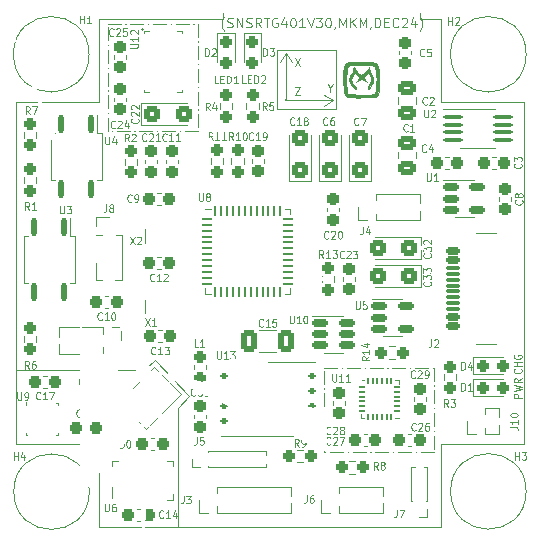
<source format=gto>
G04 #@! TF.GenerationSoftware,KiCad,Pcbnew,8.0.5*
G04 #@! TF.CreationDate,2024-11-30T21:19:48+05:30*
G04 #@! TF.ProjectId,SNSRTG401V30,534e5352-5447-4343-9031-5633302e6b69,3.0*
G04 #@! TF.SameCoordinates,Original*
G04 #@! TF.FileFunction,Legend,Top*
G04 #@! TF.FilePolarity,Positive*
%FSLAX46Y46*%
G04 Gerber Fmt 4.6, Leading zero omitted, Abs format (unit mm)*
G04 Created by KiCad (PCBNEW 8.0.5) date 2024-11-30 21:19:48*
%MOMM*%
%LPD*%
G01*
G04 APERTURE LIST*
G04 Aperture macros list*
%AMRoundRect*
0 Rectangle with rounded corners*
0 $1 Rounding radius*
0 $2 $3 $4 $5 $6 $7 $8 $9 X,Y pos of 4 corners*
0 Add a 4 corners polygon primitive as box body*
4,1,4,$2,$3,$4,$5,$6,$7,$8,$9,$2,$3,0*
0 Add four circle primitives for the rounded corners*
1,1,$1+$1,$2,$3*
1,1,$1+$1,$4,$5*
1,1,$1+$1,$6,$7*
1,1,$1+$1,$8,$9*
0 Add four rect primitives between the rounded corners*
20,1,$1+$1,$2,$3,$4,$5,0*
20,1,$1+$1,$4,$5,$6,$7,0*
20,1,$1+$1,$6,$7,$8,$9,0*
20,1,$1+$1,$8,$9,$2,$3,0*%
%AMRotRect*
0 Rectangle, with rotation*
0 The origin of the aperture is its center*
0 $1 length*
0 $2 width*
0 $3 Rotation angle, in degrees counterclockwise*
0 Add horizontal line*
21,1,$1,$2,0,0,$3*%
%AMFreePoly0*
4,1,59,0.202894,0.210017,0.397992,0.150835,0.577793,0.054728,0.735390,-0.074609,0.864728,-0.232207,0.960835,-0.412008,1.020017,-0.607106,1.040001,-0.810000,1.020017,-1.012894,0.960835,-1.207992,0.864728,-1.387793,0.735391,-1.545390,0.577793,-1.674728,0.397992,-1.770835,0.202894,-1.830017,0.000000,-1.850001,-0.202894,-1.830017,-0.397992,-1.770835,-0.577793,-1.674728,-0.735391,-1.545390,
-0.864728,-1.387793,-0.960835,-1.207992,-1.020017,-1.012894,-1.040001,-0.810000,-0.585005,-0.809999,-0.565071,-0.961410,-0.506629,-1.102503,-0.413661,-1.223660,-0.292503,-1.316629,-0.151410,-1.375071,0.000000,-1.395004,0.151410,-1.375071,0.292503,-1.316629,0.413661,-1.223660,0.506629,-1.102503,0.565071,-0.961410,0.585005,-0.809999,0.565071,-0.658590,0.506629,-0.517498,0.413661,-0.396338,
0.292503,-0.303371,0.151410,-0.244929,0.000000,-0.224994,-0.151410,-0.244929,-0.292502,-0.303371,-0.413661,-0.396338,-0.506629,-0.517498,-0.565071,-0.658590,-0.585005,-0.809999,-1.040001,-0.810000,-1.020017,-0.607106,-0.960835,-0.412008,-0.864728,-0.232207,-0.735390,-0.074609,-0.577793,0.054728,-0.397992,0.150835,-0.202894,0.210017,0.000000,0.230001,0.202894,0.210017,0.202894,0.210017,
$1*%
G04 Aperture macros list end*
%ADD10C,0.100000*%
%ADD11C,0.080000*%
%ADD12C,0.090000*%
%ADD13C,0.120000*%
%ADD14RoundRect,0.237500X0.250000X0.237500X-0.250000X0.237500X-0.250000X-0.237500X0.250000X-0.237500X0*%
%ADD15R,0.850000X0.850000*%
%ADD16O,0.850000X0.850000*%
%ADD17C,3.200000*%
%ADD18RoundRect,0.237500X0.300000X0.237500X-0.300000X0.237500X-0.300000X-0.237500X0.300000X-0.237500X0*%
%ADD19RoundRect,0.237500X0.237500X-0.300000X0.237500X0.300000X-0.237500X0.300000X-0.237500X-0.300000X0*%
%ADD20RoundRect,0.237500X0.237500X-0.250000X0.237500X0.250000X-0.237500X0.250000X-0.237500X-0.250000X0*%
%ADD21RoundRect,0.237500X-0.287500X-0.237500X0.287500X-0.237500X0.287500X0.237500X-0.287500X0.237500X0*%
%ADD22RoundRect,0.237500X-0.237500X0.250000X-0.237500X-0.250000X0.237500X-0.250000X0.237500X0.250000X0*%
%ADD23R,1.000000X1.000000*%
%ADD24O,1.000000X1.000000*%
%ADD25RoundRect,0.250000X-0.450000X-0.425000X0.450000X-0.425000X0.450000X0.425000X-0.450000X0.425000X0*%
%ADD26RoundRect,0.237500X-0.300000X-0.237500X0.300000X-0.237500X0.300000X0.237500X-0.300000X0.237500X0*%
%ADD27RoundRect,0.250000X0.425000X-0.450000X0.425000X0.450000X-0.425000X0.450000X-0.425000X-0.450000X0*%
%ADD28R,0.650000X0.850000*%
%ADD29R,1.145000X0.550000*%
%ADD30R,0.550000X1.145000*%
%ADD31RoundRect,0.150000X-0.512500X-0.150000X0.512500X-0.150000X0.512500X0.150000X-0.512500X0.150000X0*%
%ADD32RoundRect,0.237500X-0.237500X0.300000X-0.237500X-0.300000X0.237500X-0.300000X0.237500X0.300000X0*%
%ADD33RoundRect,0.100000X-0.712500X-0.100000X0.712500X-0.100000X0.712500X0.100000X-0.712500X0.100000X0*%
%ADD34RoundRect,0.125000X-0.200000X-0.125000X0.200000X-0.125000X0.200000X0.125000X-0.200000X0.125000X0*%
%ADD35R,3.400000X4.300000*%
%ADD36RoundRect,0.062500X-0.375000X-0.062500X0.375000X-0.062500X0.375000X0.062500X-0.375000X0.062500X0*%
%ADD37RoundRect,0.062500X-0.062500X-0.375000X0.062500X-0.375000X0.062500X0.375000X-0.062500X0.375000X0*%
%ADD38R,5.600000X5.600000*%
%ADD39RoundRect,0.250000X0.450000X0.425000X-0.450000X0.425000X-0.450000X-0.425000X0.450000X-0.425000X0*%
%ADD40RoundRect,0.237500X0.237500X-0.287500X0.237500X0.287500X-0.237500X0.287500X-0.237500X-0.287500X0*%
%ADD41R,0.550000X0.950000*%
%ADD42C,0.800000*%
%ADD43RotRect,0.450000X0.700000X225.000000*%
%ADD44FreePoly0,225.000000*%
%ADD45RoundRect,0.137500X-0.137500X0.587500X-0.137500X-0.587500X0.137500X-0.587500X0.137500X0.587500X0*%
%ADD46RoundRect,0.237500X-0.237500X0.287500X-0.237500X-0.287500X0.237500X-0.287500X0.237500X0.287500X0*%
%ADD47RoundRect,0.250000X-0.475000X0.337500X-0.475000X-0.337500X0.475000X-0.337500X0.475000X0.337500X0*%
%ADD48RoundRect,0.250000X-0.412500X-0.650000X0.412500X-0.650000X0.412500X0.650000X-0.412500X0.650000X0*%
%ADD49R,0.350000X0.500000*%
%ADD50RoundRect,0.050000X-0.225000X-0.050000X0.225000X-0.050000X0.225000X0.050000X-0.225000X0.050000X0*%
%ADD51RoundRect,0.050000X0.050000X-0.225000X0.050000X0.225000X-0.050000X0.225000X-0.050000X-0.225000X0*%
%ADD52R,1.700000X1.540000*%
%ADD53RoundRect,0.237500X-0.250000X-0.237500X0.250000X-0.237500X0.250000X0.237500X-0.250000X0.237500X0*%
%ADD54C,0.650000*%
%ADD55RoundRect,0.150000X0.425000X-0.150000X0.425000X0.150000X-0.425000X0.150000X-0.425000X-0.150000X0*%
%ADD56RoundRect,0.075000X0.500000X-0.075000X0.500000X0.075000X-0.500000X0.075000X-0.500000X-0.075000X0*%
%ADD57O,2.100000X1.000000*%
%ADD58O,1.800000X1.000000*%
%ADD59C,0.400000*%
G04 APERTURE END LIST*
D10*
X98044000Y-26500000D02*
X98044000Y-26035000D01*
X92278200Y-55372000D02*
X95173800Y-58420000D01*
X87500000Y-62500000D02*
X87500000Y-69500000D01*
X87500000Y-26500000D02*
X98044000Y-26500000D01*
X116500000Y-69500000D02*
X116500000Y-62500000D01*
X123698000Y-66497200D02*
G75*
G02*
X117298000Y-66497200I-3200000J0D01*
G01*
X117298000Y-66497200D02*
G75*
G02*
X123698000Y-66497200I3200000J0D01*
G01*
X88265000Y-26898600D02*
X89365000Y-26898600D01*
X89765000Y-26898600D02*
X89785000Y-26898600D01*
X90185000Y-26898600D02*
X91285000Y-26898600D01*
X91685000Y-26898600D02*
X91705000Y-26898600D01*
X92105000Y-26898600D02*
X93205000Y-26898600D01*
X93605000Y-26898600D02*
X93625000Y-26898600D01*
X94025000Y-26898600D02*
X95125000Y-26898600D01*
X95525000Y-26898600D02*
X95545000Y-26898600D01*
X95885000Y-26898600D02*
X95885000Y-27998600D01*
X95885000Y-28398600D02*
X95885000Y-28418600D01*
X95885000Y-28818600D02*
X95885000Y-29918600D01*
X95885000Y-30318600D02*
X95885000Y-30338600D01*
X95885000Y-30738600D02*
X95885000Y-31838600D01*
X95885000Y-32238600D02*
X95885000Y-32258600D01*
X95885000Y-32658600D02*
X95885000Y-33758600D01*
X95885000Y-34158600D02*
X95885000Y-34178600D01*
X95885000Y-34578600D02*
X95885000Y-35678600D01*
X95885000Y-35991800D02*
X94785000Y-35991800D01*
X94385000Y-35991800D02*
X94365000Y-35991800D01*
X93965000Y-35991800D02*
X92865000Y-35991800D01*
X92465000Y-35991800D02*
X92445000Y-35991800D01*
X92045000Y-35991800D02*
X90945000Y-35991800D01*
X90545000Y-35991800D02*
X90525000Y-35991800D01*
X90125000Y-35991800D02*
X89025000Y-35991800D01*
X88625000Y-35991800D02*
X88605000Y-35991800D01*
X88265000Y-35991800D02*
X88265000Y-34891800D01*
X88265000Y-34491800D02*
X88265000Y-34471800D01*
X88265000Y-34071800D02*
X88265000Y-32971800D01*
X88265000Y-32571800D02*
X88265000Y-32551800D01*
X88265000Y-32151800D02*
X88265000Y-31051800D01*
X88265000Y-30651800D02*
X88265000Y-30631800D01*
X88265000Y-30231800D02*
X88265000Y-29131800D01*
X88265000Y-28731800D02*
X88265000Y-28711800D01*
X88265000Y-28311800D02*
X88265000Y-27211800D01*
X94234000Y-64389000D02*
X94234000Y-69500000D01*
X80500000Y-56000000D02*
X80500000Y-62500000D01*
X123500000Y-33500000D02*
X116500000Y-33500000D01*
X87500000Y-26500000D02*
X87500000Y-33500000D01*
X86690200Y-29489400D02*
G75*
G02*
X80290200Y-29489400I-3200000J0D01*
G01*
X80290200Y-29489400D02*
G75*
G02*
X86690200Y-29489400I3200000J0D01*
G01*
X87500000Y-33500000D02*
X80500000Y-33500000D01*
X94234000Y-59436000D02*
X94234000Y-64389000D01*
X91313000Y-56261000D02*
X92278200Y-55372000D01*
X116500000Y-33500000D02*
X116500000Y-26500000D01*
X95173800Y-58420000D02*
X94234000Y-59436000D01*
X106603802Y-56032400D02*
X107703802Y-56032400D01*
X108103802Y-56032400D02*
X108123802Y-56032400D01*
X108523802Y-56032400D02*
X109623802Y-56032400D01*
X110023802Y-56032400D02*
X110043802Y-56032400D01*
X110443802Y-56032400D02*
X111543802Y-56032400D01*
X111943802Y-56032400D02*
X111963802Y-56032400D01*
X112363802Y-56032400D02*
X113463802Y-56032400D01*
X113863802Y-56032400D02*
X113883802Y-56032400D01*
X114283802Y-56032400D02*
X115383802Y-56032400D01*
X115783802Y-56032400D02*
X115803802Y-56032400D01*
X115874800Y-56032400D02*
X115874800Y-57132400D01*
X115874800Y-57532400D02*
X115874800Y-57552400D01*
X115874800Y-57952400D02*
X115874800Y-59052400D01*
X115874800Y-59452400D02*
X115874800Y-59472400D01*
X115874800Y-59872400D02*
X115874800Y-60972400D01*
X115874800Y-61372400D02*
X115874800Y-61392400D01*
X115874800Y-61792400D02*
X115874800Y-62892400D01*
X115874800Y-63144400D02*
X114774800Y-63144400D01*
X114374800Y-63144400D02*
X114354800Y-63144400D01*
X113954800Y-63144400D02*
X112854800Y-63144400D01*
X112454800Y-63144400D02*
X112434800Y-63144400D01*
X112034800Y-63144400D02*
X110934800Y-63144400D01*
X110534800Y-63144400D02*
X110514800Y-63144400D01*
X110114800Y-63144400D02*
X109014800Y-63144400D01*
X108614800Y-63144400D02*
X108594800Y-63144400D01*
X108194800Y-63144400D02*
X107094800Y-63144400D01*
X106694800Y-63144400D02*
X106674800Y-63144400D01*
X106603800Y-63144400D02*
X106603800Y-62044400D01*
X106603800Y-61644400D02*
X106603800Y-61624400D01*
X106603801Y-61224400D02*
X106603801Y-60124400D01*
X106603801Y-59724400D02*
X106603801Y-59704400D01*
X106603801Y-59304400D02*
X106603801Y-58204400D01*
X106603802Y-57804400D02*
X106603802Y-57784400D01*
X106603802Y-57384400D02*
X106603802Y-56284400D01*
X116500000Y-62500000D02*
X123500000Y-62500000D01*
X114681000Y-26035000D02*
X114681000Y-26500000D01*
X80500000Y-56261000D02*
X91313000Y-56261000D01*
X86715200Y-66523000D02*
G75*
G02*
X80315200Y-66523000I-3200000J0D01*
G01*
X80315200Y-66523000D02*
G75*
G02*
X86715200Y-66523000I3200000J0D01*
G01*
X116500000Y-26500000D02*
X114681000Y-26500000D01*
X123697600Y-29489000D02*
G75*
G02*
X117297600Y-29489000I-3200000J0D01*
G01*
X117297600Y-29489000D02*
G75*
G02*
X123697600Y-29489000I3200000J0D01*
G01*
X80500000Y-62500000D02*
X87500000Y-62500000D01*
X80500000Y-33500000D02*
X80500000Y-56000000D01*
X87500000Y-69500000D02*
X116500000Y-69500000D01*
X123500000Y-62500000D02*
X123500000Y-33500000D01*
D11*
X123244387Y-56141654D02*
X123275340Y-56170226D01*
X123275340Y-56170226D02*
X123306292Y-56255940D01*
X123306292Y-56255940D02*
X123306292Y-56313083D01*
X123306292Y-56313083D02*
X123275340Y-56398797D01*
X123275340Y-56398797D02*
X123213435Y-56455940D01*
X123213435Y-56455940D02*
X123151530Y-56484511D01*
X123151530Y-56484511D02*
X123027720Y-56513083D01*
X123027720Y-56513083D02*
X122934863Y-56513083D01*
X122934863Y-56513083D02*
X122811054Y-56484511D01*
X122811054Y-56484511D02*
X122749149Y-56455940D01*
X122749149Y-56455940D02*
X122687244Y-56398797D01*
X122687244Y-56398797D02*
X122656292Y-56313083D01*
X122656292Y-56313083D02*
X122656292Y-56255940D01*
X122656292Y-56255940D02*
X122687244Y-56170226D01*
X122687244Y-56170226D02*
X122718197Y-56141654D01*
X123306292Y-55884511D02*
X122656292Y-55884511D01*
X122965816Y-55884511D02*
X122965816Y-55541654D01*
X123306292Y-55541654D02*
X122656292Y-55541654D01*
X122687244Y-54941655D02*
X122656292Y-54998798D01*
X122656292Y-54998798D02*
X122656292Y-55084512D01*
X122656292Y-55084512D02*
X122687244Y-55170226D01*
X122687244Y-55170226D02*
X122749149Y-55227369D01*
X122749149Y-55227369D02*
X122811054Y-55255940D01*
X122811054Y-55255940D02*
X122934863Y-55284512D01*
X122934863Y-55284512D02*
X123027720Y-55284512D01*
X123027720Y-55284512D02*
X123151530Y-55255940D01*
X123151530Y-55255940D02*
X123213435Y-55227369D01*
X123213435Y-55227369D02*
X123275340Y-55170226D01*
X123275340Y-55170226D02*
X123306292Y-55084512D01*
X123306292Y-55084512D02*
X123306292Y-55027369D01*
X123306292Y-55027369D02*
X123275340Y-54941655D01*
X123275340Y-54941655D02*
X123244387Y-54913083D01*
X123244387Y-54913083D02*
X123027720Y-54913083D01*
X123027720Y-54913083D02*
X123027720Y-55027369D01*
X97610802Y-31945692D02*
X97325088Y-31945692D01*
X97325088Y-31945692D02*
X97325088Y-31295692D01*
X97810802Y-31605216D02*
X98010802Y-31605216D01*
X98096516Y-31945692D02*
X97810802Y-31945692D01*
X97810802Y-31945692D02*
X97810802Y-31295692D01*
X97810802Y-31295692D02*
X98096516Y-31295692D01*
X98353659Y-31945692D02*
X98353659Y-31295692D01*
X98353659Y-31295692D02*
X98496516Y-31295692D01*
X98496516Y-31295692D02*
X98582230Y-31326644D01*
X98582230Y-31326644D02*
X98639373Y-31388549D01*
X98639373Y-31388549D02*
X98667944Y-31450454D01*
X98667944Y-31450454D02*
X98696516Y-31574263D01*
X98696516Y-31574263D02*
X98696516Y-31667120D01*
X98696516Y-31667120D02*
X98667944Y-31790930D01*
X98667944Y-31790930D02*
X98639373Y-31852835D01*
X98639373Y-31852835D02*
X98582230Y-31914740D01*
X98582230Y-31914740D02*
X98496516Y-31945692D01*
X98496516Y-31945692D02*
X98353659Y-31945692D01*
X99267944Y-31945692D02*
X98925087Y-31945692D01*
X99096516Y-31945692D02*
X99096516Y-31295692D01*
X99096516Y-31295692D02*
X99039373Y-31388549D01*
X99039373Y-31388549D02*
X98982230Y-31450454D01*
X98982230Y-31450454D02*
X98925087Y-31481406D01*
X99947602Y-31920292D02*
X99661888Y-31920292D01*
X99661888Y-31920292D02*
X99661888Y-31270292D01*
X100147602Y-31579816D02*
X100347602Y-31579816D01*
X100433316Y-31920292D02*
X100147602Y-31920292D01*
X100147602Y-31920292D02*
X100147602Y-31270292D01*
X100147602Y-31270292D02*
X100433316Y-31270292D01*
X100690459Y-31920292D02*
X100690459Y-31270292D01*
X100690459Y-31270292D02*
X100833316Y-31270292D01*
X100833316Y-31270292D02*
X100919030Y-31301244D01*
X100919030Y-31301244D02*
X100976173Y-31363149D01*
X100976173Y-31363149D02*
X101004744Y-31425054D01*
X101004744Y-31425054D02*
X101033316Y-31548863D01*
X101033316Y-31548863D02*
X101033316Y-31641720D01*
X101033316Y-31641720D02*
X101004744Y-31765530D01*
X101004744Y-31765530D02*
X100976173Y-31827435D01*
X100976173Y-31827435D02*
X100919030Y-31889340D01*
X100919030Y-31889340D02*
X100833316Y-31920292D01*
X100833316Y-31920292D02*
X100690459Y-31920292D01*
X101261887Y-31332197D02*
X101290459Y-31301244D01*
X101290459Y-31301244D02*
X101347602Y-31270292D01*
X101347602Y-31270292D02*
X101490459Y-31270292D01*
X101490459Y-31270292D02*
X101547602Y-31301244D01*
X101547602Y-31301244D02*
X101576173Y-31332197D01*
X101576173Y-31332197D02*
X101604744Y-31394101D01*
X101604744Y-31394101D02*
X101604744Y-31456006D01*
X101604744Y-31456006D02*
X101576173Y-31548863D01*
X101576173Y-31548863D02*
X101233316Y-31920292D01*
X101233316Y-31920292D02*
X101604744Y-31920292D01*
D12*
X98138257Y-27512177D02*
X98100162Y-27474081D01*
X98100162Y-27474081D02*
X98023971Y-27359796D01*
X98023971Y-27359796D02*
X97985876Y-27283605D01*
X97985876Y-27283605D02*
X97947781Y-27169320D01*
X97947781Y-27169320D02*
X97909686Y-26978843D01*
X97909686Y-26978843D02*
X97909686Y-26826462D01*
X97909686Y-26826462D02*
X97947781Y-26635986D01*
X97947781Y-26635986D02*
X97985876Y-26521700D01*
X97985876Y-26521700D02*
X98023971Y-26445510D01*
X98023971Y-26445510D02*
X98100162Y-26331224D01*
X98100162Y-26331224D02*
X98138257Y-26293129D01*
X98404923Y-27169320D02*
X98519209Y-27207415D01*
X98519209Y-27207415D02*
X98709685Y-27207415D01*
X98709685Y-27207415D02*
X98785876Y-27169320D01*
X98785876Y-27169320D02*
X98823971Y-27131224D01*
X98823971Y-27131224D02*
X98862066Y-27055034D01*
X98862066Y-27055034D02*
X98862066Y-26978843D01*
X98862066Y-26978843D02*
X98823971Y-26902653D01*
X98823971Y-26902653D02*
X98785876Y-26864558D01*
X98785876Y-26864558D02*
X98709685Y-26826462D01*
X98709685Y-26826462D02*
X98557304Y-26788367D01*
X98557304Y-26788367D02*
X98481114Y-26750272D01*
X98481114Y-26750272D02*
X98443019Y-26712177D01*
X98443019Y-26712177D02*
X98404923Y-26635986D01*
X98404923Y-26635986D02*
X98404923Y-26559796D01*
X98404923Y-26559796D02*
X98443019Y-26483605D01*
X98443019Y-26483605D02*
X98481114Y-26445510D01*
X98481114Y-26445510D02*
X98557304Y-26407415D01*
X98557304Y-26407415D02*
X98747781Y-26407415D01*
X98747781Y-26407415D02*
X98862066Y-26445510D01*
X99204924Y-27207415D02*
X99204924Y-26407415D01*
X99204924Y-26407415D02*
X99662067Y-27207415D01*
X99662067Y-27207415D02*
X99662067Y-26407415D01*
X100004923Y-27169320D02*
X100119209Y-27207415D01*
X100119209Y-27207415D02*
X100309685Y-27207415D01*
X100309685Y-27207415D02*
X100385876Y-27169320D01*
X100385876Y-27169320D02*
X100423971Y-27131224D01*
X100423971Y-27131224D02*
X100462066Y-27055034D01*
X100462066Y-27055034D02*
X100462066Y-26978843D01*
X100462066Y-26978843D02*
X100423971Y-26902653D01*
X100423971Y-26902653D02*
X100385876Y-26864558D01*
X100385876Y-26864558D02*
X100309685Y-26826462D01*
X100309685Y-26826462D02*
X100157304Y-26788367D01*
X100157304Y-26788367D02*
X100081114Y-26750272D01*
X100081114Y-26750272D02*
X100043019Y-26712177D01*
X100043019Y-26712177D02*
X100004923Y-26635986D01*
X100004923Y-26635986D02*
X100004923Y-26559796D01*
X100004923Y-26559796D02*
X100043019Y-26483605D01*
X100043019Y-26483605D02*
X100081114Y-26445510D01*
X100081114Y-26445510D02*
X100157304Y-26407415D01*
X100157304Y-26407415D02*
X100347781Y-26407415D01*
X100347781Y-26407415D02*
X100462066Y-26445510D01*
X101262067Y-27207415D02*
X100995400Y-26826462D01*
X100804924Y-27207415D02*
X100804924Y-26407415D01*
X100804924Y-26407415D02*
X101109686Y-26407415D01*
X101109686Y-26407415D02*
X101185876Y-26445510D01*
X101185876Y-26445510D02*
X101223971Y-26483605D01*
X101223971Y-26483605D02*
X101262067Y-26559796D01*
X101262067Y-26559796D02*
X101262067Y-26674081D01*
X101262067Y-26674081D02*
X101223971Y-26750272D01*
X101223971Y-26750272D02*
X101185876Y-26788367D01*
X101185876Y-26788367D02*
X101109686Y-26826462D01*
X101109686Y-26826462D02*
X100804924Y-26826462D01*
X101490638Y-26407415D02*
X101947781Y-26407415D01*
X101719209Y-27207415D02*
X101719209Y-26407415D01*
X102633495Y-26445510D02*
X102557305Y-26407415D01*
X102557305Y-26407415D02*
X102443019Y-26407415D01*
X102443019Y-26407415D02*
X102328733Y-26445510D01*
X102328733Y-26445510D02*
X102252543Y-26521700D01*
X102252543Y-26521700D02*
X102214448Y-26597891D01*
X102214448Y-26597891D02*
X102176352Y-26750272D01*
X102176352Y-26750272D02*
X102176352Y-26864558D01*
X102176352Y-26864558D02*
X102214448Y-27016939D01*
X102214448Y-27016939D02*
X102252543Y-27093129D01*
X102252543Y-27093129D02*
X102328733Y-27169320D01*
X102328733Y-27169320D02*
X102443019Y-27207415D01*
X102443019Y-27207415D02*
X102519210Y-27207415D01*
X102519210Y-27207415D02*
X102633495Y-27169320D01*
X102633495Y-27169320D02*
X102671591Y-27131224D01*
X102671591Y-27131224D02*
X102671591Y-26864558D01*
X102671591Y-26864558D02*
X102519210Y-26864558D01*
X103357305Y-26674081D02*
X103357305Y-27207415D01*
X103166829Y-26369320D02*
X102976352Y-26940748D01*
X102976352Y-26940748D02*
X103471591Y-26940748D01*
X103928734Y-26407415D02*
X104004924Y-26407415D01*
X104004924Y-26407415D02*
X104081115Y-26445510D01*
X104081115Y-26445510D02*
X104119210Y-26483605D01*
X104119210Y-26483605D02*
X104157305Y-26559796D01*
X104157305Y-26559796D02*
X104195400Y-26712177D01*
X104195400Y-26712177D02*
X104195400Y-26902653D01*
X104195400Y-26902653D02*
X104157305Y-27055034D01*
X104157305Y-27055034D02*
X104119210Y-27131224D01*
X104119210Y-27131224D02*
X104081115Y-27169320D01*
X104081115Y-27169320D02*
X104004924Y-27207415D01*
X104004924Y-27207415D02*
X103928734Y-27207415D01*
X103928734Y-27207415D02*
X103852543Y-27169320D01*
X103852543Y-27169320D02*
X103814448Y-27131224D01*
X103814448Y-27131224D02*
X103776353Y-27055034D01*
X103776353Y-27055034D02*
X103738257Y-26902653D01*
X103738257Y-26902653D02*
X103738257Y-26712177D01*
X103738257Y-26712177D02*
X103776353Y-26559796D01*
X103776353Y-26559796D02*
X103814448Y-26483605D01*
X103814448Y-26483605D02*
X103852543Y-26445510D01*
X103852543Y-26445510D02*
X103928734Y-26407415D01*
X104957305Y-27207415D02*
X104500162Y-27207415D01*
X104728734Y-27207415D02*
X104728734Y-26407415D01*
X104728734Y-26407415D02*
X104652543Y-26521700D01*
X104652543Y-26521700D02*
X104576353Y-26597891D01*
X104576353Y-26597891D02*
X104500162Y-26635986D01*
X105185877Y-26407415D02*
X105452544Y-27207415D01*
X105452544Y-27207415D02*
X105719210Y-26407415D01*
X105909686Y-26407415D02*
X106404924Y-26407415D01*
X106404924Y-26407415D02*
X106138258Y-26712177D01*
X106138258Y-26712177D02*
X106252543Y-26712177D01*
X106252543Y-26712177D02*
X106328734Y-26750272D01*
X106328734Y-26750272D02*
X106366829Y-26788367D01*
X106366829Y-26788367D02*
X106404924Y-26864558D01*
X106404924Y-26864558D02*
X106404924Y-27055034D01*
X106404924Y-27055034D02*
X106366829Y-27131224D01*
X106366829Y-27131224D02*
X106328734Y-27169320D01*
X106328734Y-27169320D02*
X106252543Y-27207415D01*
X106252543Y-27207415D02*
X106023972Y-27207415D01*
X106023972Y-27207415D02*
X105947781Y-27169320D01*
X105947781Y-27169320D02*
X105909686Y-27131224D01*
X106900163Y-26407415D02*
X106976353Y-26407415D01*
X106976353Y-26407415D02*
X107052544Y-26445510D01*
X107052544Y-26445510D02*
X107090639Y-26483605D01*
X107090639Y-26483605D02*
X107128734Y-26559796D01*
X107128734Y-26559796D02*
X107166829Y-26712177D01*
X107166829Y-26712177D02*
X107166829Y-26902653D01*
X107166829Y-26902653D02*
X107128734Y-27055034D01*
X107128734Y-27055034D02*
X107090639Y-27131224D01*
X107090639Y-27131224D02*
X107052544Y-27169320D01*
X107052544Y-27169320D02*
X106976353Y-27207415D01*
X106976353Y-27207415D02*
X106900163Y-27207415D01*
X106900163Y-27207415D02*
X106823972Y-27169320D01*
X106823972Y-27169320D02*
X106785877Y-27131224D01*
X106785877Y-27131224D02*
X106747782Y-27055034D01*
X106747782Y-27055034D02*
X106709686Y-26902653D01*
X106709686Y-26902653D02*
X106709686Y-26712177D01*
X106709686Y-26712177D02*
X106747782Y-26559796D01*
X106747782Y-26559796D02*
X106785877Y-26483605D01*
X106785877Y-26483605D02*
X106823972Y-26445510D01*
X106823972Y-26445510D02*
X106900163Y-26407415D01*
X107547782Y-27169320D02*
X107547782Y-27207415D01*
X107547782Y-27207415D02*
X107509687Y-27283605D01*
X107509687Y-27283605D02*
X107471591Y-27321700D01*
X107890639Y-27207415D02*
X107890639Y-26407415D01*
X107890639Y-26407415D02*
X108157305Y-26978843D01*
X108157305Y-26978843D02*
X108423972Y-26407415D01*
X108423972Y-26407415D02*
X108423972Y-27207415D01*
X108804925Y-27207415D02*
X108804925Y-26407415D01*
X109262068Y-27207415D02*
X108919210Y-26750272D01*
X109262068Y-26407415D02*
X108804925Y-26864558D01*
X109604925Y-27207415D02*
X109604925Y-26407415D01*
X109604925Y-26407415D02*
X109871591Y-26978843D01*
X109871591Y-26978843D02*
X110138258Y-26407415D01*
X110138258Y-26407415D02*
X110138258Y-27207415D01*
X110557306Y-27169320D02*
X110557306Y-27207415D01*
X110557306Y-27207415D02*
X110519211Y-27283605D01*
X110519211Y-27283605D02*
X110481115Y-27321700D01*
X110900163Y-27207415D02*
X110900163Y-26407415D01*
X110900163Y-26407415D02*
X111090639Y-26407415D01*
X111090639Y-26407415D02*
X111204925Y-26445510D01*
X111204925Y-26445510D02*
X111281115Y-26521700D01*
X111281115Y-26521700D02*
X111319210Y-26597891D01*
X111319210Y-26597891D02*
X111357306Y-26750272D01*
X111357306Y-26750272D02*
X111357306Y-26864558D01*
X111357306Y-26864558D02*
X111319210Y-27016939D01*
X111319210Y-27016939D02*
X111281115Y-27093129D01*
X111281115Y-27093129D02*
X111204925Y-27169320D01*
X111204925Y-27169320D02*
X111090639Y-27207415D01*
X111090639Y-27207415D02*
X110900163Y-27207415D01*
X111700163Y-26788367D02*
X111966829Y-26788367D01*
X112081115Y-27207415D02*
X111700163Y-27207415D01*
X111700163Y-27207415D02*
X111700163Y-26407415D01*
X111700163Y-26407415D02*
X112081115Y-26407415D01*
X112881116Y-27131224D02*
X112843020Y-27169320D01*
X112843020Y-27169320D02*
X112728735Y-27207415D01*
X112728735Y-27207415D02*
X112652544Y-27207415D01*
X112652544Y-27207415D02*
X112538258Y-27169320D01*
X112538258Y-27169320D02*
X112462068Y-27093129D01*
X112462068Y-27093129D02*
X112423973Y-27016939D01*
X112423973Y-27016939D02*
X112385877Y-26864558D01*
X112385877Y-26864558D02*
X112385877Y-26750272D01*
X112385877Y-26750272D02*
X112423973Y-26597891D01*
X112423973Y-26597891D02*
X112462068Y-26521700D01*
X112462068Y-26521700D02*
X112538258Y-26445510D01*
X112538258Y-26445510D02*
X112652544Y-26407415D01*
X112652544Y-26407415D02*
X112728735Y-26407415D01*
X112728735Y-26407415D02*
X112843020Y-26445510D01*
X112843020Y-26445510D02*
X112881116Y-26483605D01*
X113185877Y-26483605D02*
X113223973Y-26445510D01*
X113223973Y-26445510D02*
X113300163Y-26407415D01*
X113300163Y-26407415D02*
X113490639Y-26407415D01*
X113490639Y-26407415D02*
X113566830Y-26445510D01*
X113566830Y-26445510D02*
X113604925Y-26483605D01*
X113604925Y-26483605D02*
X113643020Y-26559796D01*
X113643020Y-26559796D02*
X113643020Y-26635986D01*
X113643020Y-26635986D02*
X113604925Y-26750272D01*
X113604925Y-26750272D02*
X113147782Y-27207415D01*
X113147782Y-27207415D02*
X113643020Y-27207415D01*
X114328735Y-26674081D02*
X114328735Y-27207415D01*
X114138259Y-26369320D02*
X113947782Y-26940748D01*
X113947782Y-26940748D02*
X114443021Y-26940748D01*
X114671592Y-27512177D02*
X114709687Y-27474081D01*
X114709687Y-27474081D02*
X114785878Y-27359796D01*
X114785878Y-27359796D02*
X114823973Y-27283605D01*
X114823973Y-27283605D02*
X114862068Y-27169320D01*
X114862068Y-27169320D02*
X114900164Y-26978843D01*
X114900164Y-26978843D02*
X114900164Y-26826462D01*
X114900164Y-26826462D02*
X114862068Y-26635986D01*
X114862068Y-26635986D02*
X114823973Y-26521700D01*
X114823973Y-26521700D02*
X114785878Y-26445510D01*
X114785878Y-26445510D02*
X114709687Y-26331224D01*
X114709687Y-26331224D02*
X114671592Y-26293129D01*
D11*
X123306292Y-58554511D02*
X122656292Y-58554511D01*
X122656292Y-58554511D02*
X122656292Y-58325940D01*
X122656292Y-58325940D02*
X122687244Y-58268797D01*
X122687244Y-58268797D02*
X122718197Y-58240226D01*
X122718197Y-58240226D02*
X122780101Y-58211654D01*
X122780101Y-58211654D02*
X122872959Y-58211654D01*
X122872959Y-58211654D02*
X122934863Y-58240226D01*
X122934863Y-58240226D02*
X122965816Y-58268797D01*
X122965816Y-58268797D02*
X122996768Y-58325940D01*
X122996768Y-58325940D02*
X122996768Y-58554511D01*
X122656292Y-58011654D02*
X123306292Y-57868797D01*
X123306292Y-57868797D02*
X122842006Y-57754511D01*
X122842006Y-57754511D02*
X123306292Y-57640226D01*
X123306292Y-57640226D02*
X122656292Y-57497369D01*
X123306292Y-56925940D02*
X122996768Y-57125940D01*
X123306292Y-57268797D02*
X122656292Y-57268797D01*
X122656292Y-57268797D02*
X122656292Y-57040226D01*
X122656292Y-57040226D02*
X122687244Y-56983083D01*
X122687244Y-56983083D02*
X122718197Y-56954512D01*
X122718197Y-56954512D02*
X122780101Y-56925940D01*
X122780101Y-56925940D02*
X122872959Y-56925940D01*
X122872959Y-56925940D02*
X122934863Y-56954512D01*
X122934863Y-56954512D02*
X122965816Y-56983083D01*
X122965816Y-56983083D02*
X122996768Y-57040226D01*
X122996768Y-57040226D02*
X122996768Y-57268797D01*
X110416542Y-55065714D02*
X110107018Y-55265714D01*
X110416542Y-55408571D02*
X109766542Y-55408571D01*
X109766542Y-55408571D02*
X109766542Y-55180000D01*
X109766542Y-55180000D02*
X109797494Y-55122857D01*
X109797494Y-55122857D02*
X109828447Y-55094286D01*
X109828447Y-55094286D02*
X109890351Y-55065714D01*
X109890351Y-55065714D02*
X109983209Y-55065714D01*
X109983209Y-55065714D02*
X110045113Y-55094286D01*
X110045113Y-55094286D02*
X110076066Y-55122857D01*
X110076066Y-55122857D02*
X110107018Y-55180000D01*
X110107018Y-55180000D02*
X110107018Y-55408571D01*
X110416542Y-54494286D02*
X110416542Y-54837143D01*
X110416542Y-54665714D02*
X109766542Y-54665714D01*
X109766542Y-54665714D02*
X109859399Y-54722857D01*
X109859399Y-54722857D02*
X109921304Y-54780000D01*
X109921304Y-54780000D02*
X109952256Y-54837143D01*
X109983209Y-53980000D02*
X110416542Y-53980000D01*
X109735590Y-54122857D02*
X110199875Y-54265714D01*
X110199875Y-54265714D02*
X110199875Y-53894285D01*
X86824285Y-58776542D02*
X86624285Y-58467018D01*
X86481428Y-58776542D02*
X86481428Y-58126542D01*
X86481428Y-58126542D02*
X86709999Y-58126542D01*
X86709999Y-58126542D02*
X86767142Y-58157494D01*
X86767142Y-58157494D02*
X86795713Y-58188447D01*
X86795713Y-58188447D02*
X86824285Y-58250351D01*
X86824285Y-58250351D02*
X86824285Y-58343209D01*
X86824285Y-58343209D02*
X86795713Y-58405113D01*
X86795713Y-58405113D02*
X86767142Y-58436066D01*
X86767142Y-58436066D02*
X86709999Y-58467018D01*
X86709999Y-58467018D02*
X86481428Y-58467018D01*
X87395713Y-58776542D02*
X87052856Y-58776542D01*
X87224285Y-58776542D02*
X87224285Y-58126542D01*
X87224285Y-58126542D02*
X87167142Y-58219399D01*
X87167142Y-58219399D02*
X87109999Y-58281304D01*
X87109999Y-58281304D02*
X87052856Y-58312256D01*
X87624285Y-58188447D02*
X87652857Y-58157494D01*
X87652857Y-58157494D02*
X87710000Y-58126542D01*
X87710000Y-58126542D02*
X87852857Y-58126542D01*
X87852857Y-58126542D02*
X87910000Y-58157494D01*
X87910000Y-58157494D02*
X87938571Y-58188447D01*
X87938571Y-58188447D02*
X87967142Y-58250351D01*
X87967142Y-58250351D02*
X87967142Y-58312256D01*
X87967142Y-58312256D02*
X87938571Y-58405113D01*
X87938571Y-58405113D02*
X87595714Y-58776542D01*
X87595714Y-58776542D02*
X87967142Y-58776542D01*
X112748199Y-68047142D02*
X112748199Y-68511428D01*
X112748199Y-68511428D02*
X112719628Y-68604285D01*
X112719628Y-68604285D02*
X112662485Y-68666190D01*
X112662485Y-68666190D02*
X112576771Y-68697142D01*
X112576771Y-68697142D02*
X112519628Y-68697142D01*
X112976771Y-68047142D02*
X113376771Y-68047142D01*
X113376771Y-68047142D02*
X113119628Y-68697142D01*
X80299657Y-63824742D02*
X80299657Y-63174742D01*
X80299657Y-63484266D02*
X80642514Y-63484266D01*
X80642514Y-63824742D02*
X80642514Y-63174742D01*
X81185371Y-63391409D02*
X81185371Y-63824742D01*
X81042513Y-63143790D02*
X80899656Y-63608075D01*
X80899656Y-63608075D02*
X81271085Y-63608075D01*
X92314285Y-54844637D02*
X92285713Y-54875590D01*
X92285713Y-54875590D02*
X92199999Y-54906542D01*
X92199999Y-54906542D02*
X92142856Y-54906542D01*
X92142856Y-54906542D02*
X92057142Y-54875590D01*
X92057142Y-54875590D02*
X91999999Y-54813685D01*
X91999999Y-54813685D02*
X91971428Y-54751780D01*
X91971428Y-54751780D02*
X91942856Y-54627970D01*
X91942856Y-54627970D02*
X91942856Y-54535113D01*
X91942856Y-54535113D02*
X91971428Y-54411304D01*
X91971428Y-54411304D02*
X91999999Y-54349399D01*
X91999999Y-54349399D02*
X92057142Y-54287494D01*
X92057142Y-54287494D02*
X92142856Y-54256542D01*
X92142856Y-54256542D02*
X92199999Y-54256542D01*
X92199999Y-54256542D02*
X92285713Y-54287494D01*
X92285713Y-54287494D02*
X92314285Y-54318447D01*
X92885713Y-54906542D02*
X92542856Y-54906542D01*
X92714285Y-54906542D02*
X92714285Y-54256542D01*
X92714285Y-54256542D02*
X92657142Y-54349399D01*
X92657142Y-54349399D02*
X92599999Y-54411304D01*
X92599999Y-54411304D02*
X92542856Y-54442256D01*
X93085714Y-54256542D02*
X93457142Y-54256542D01*
X93457142Y-54256542D02*
X93257142Y-54504161D01*
X93257142Y-54504161D02*
X93342857Y-54504161D01*
X93342857Y-54504161D02*
X93400000Y-54535113D01*
X93400000Y-54535113D02*
X93428571Y-54566066D01*
X93428571Y-54566066D02*
X93457142Y-54627970D01*
X93457142Y-54627970D02*
X93457142Y-54782732D01*
X93457142Y-54782732D02*
X93428571Y-54844637D01*
X93428571Y-54844637D02*
X93400000Y-54875590D01*
X93400000Y-54875590D02*
X93342857Y-54906542D01*
X93342857Y-54906542D02*
X93171428Y-54906542D01*
X93171428Y-54906542D02*
X93114285Y-54875590D01*
X93114285Y-54875590D02*
X93085714Y-54844637D01*
X100579285Y-36689637D02*
X100550713Y-36720590D01*
X100550713Y-36720590D02*
X100464999Y-36751542D01*
X100464999Y-36751542D02*
X100407856Y-36751542D01*
X100407856Y-36751542D02*
X100322142Y-36720590D01*
X100322142Y-36720590D02*
X100264999Y-36658685D01*
X100264999Y-36658685D02*
X100236428Y-36596780D01*
X100236428Y-36596780D02*
X100207856Y-36472970D01*
X100207856Y-36472970D02*
X100207856Y-36380113D01*
X100207856Y-36380113D02*
X100236428Y-36256304D01*
X100236428Y-36256304D02*
X100264999Y-36194399D01*
X100264999Y-36194399D02*
X100322142Y-36132494D01*
X100322142Y-36132494D02*
X100407856Y-36101542D01*
X100407856Y-36101542D02*
X100464999Y-36101542D01*
X100464999Y-36101542D02*
X100550713Y-36132494D01*
X100550713Y-36132494D02*
X100579285Y-36163447D01*
X101150713Y-36751542D02*
X100807856Y-36751542D01*
X100979285Y-36751542D02*
X100979285Y-36101542D01*
X100979285Y-36101542D02*
X100922142Y-36194399D01*
X100922142Y-36194399D02*
X100864999Y-36256304D01*
X100864999Y-36256304D02*
X100807856Y-36287256D01*
X101436428Y-36751542D02*
X101550714Y-36751542D01*
X101550714Y-36751542D02*
X101607857Y-36720590D01*
X101607857Y-36720590D02*
X101636428Y-36689637D01*
X101636428Y-36689637D02*
X101693571Y-36596780D01*
X101693571Y-36596780D02*
X101722142Y-36472970D01*
X101722142Y-36472970D02*
X101722142Y-36225351D01*
X101722142Y-36225351D02*
X101693571Y-36163447D01*
X101693571Y-36163447D02*
X101665000Y-36132494D01*
X101665000Y-36132494D02*
X101607857Y-36101542D01*
X101607857Y-36101542D02*
X101493571Y-36101542D01*
X101493571Y-36101542D02*
X101436428Y-36132494D01*
X101436428Y-36132494D02*
X101407857Y-36163447D01*
X101407857Y-36163447D02*
X101379285Y-36225351D01*
X101379285Y-36225351D02*
X101379285Y-36380113D01*
X101379285Y-36380113D02*
X101407857Y-36442018D01*
X101407857Y-36442018D02*
X101436428Y-36472970D01*
X101436428Y-36472970D02*
X101493571Y-36503923D01*
X101493571Y-36503923D02*
X101607857Y-36503923D01*
X101607857Y-36503923D02*
X101665000Y-36472970D01*
X101665000Y-36472970D02*
X101693571Y-36442018D01*
X101693571Y-36442018D02*
X101722142Y-36380113D01*
X117096457Y-26977142D02*
X117096457Y-26327142D01*
X117096457Y-26636666D02*
X117439314Y-26636666D01*
X117439314Y-26977142D02*
X117439314Y-26327142D01*
X117696456Y-26389047D02*
X117725028Y-26358094D01*
X117725028Y-26358094D02*
X117782171Y-26327142D01*
X117782171Y-26327142D02*
X117925028Y-26327142D01*
X117925028Y-26327142D02*
X117982171Y-26358094D01*
X117982171Y-26358094D02*
X118010742Y-26389047D01*
X118010742Y-26389047D02*
X118039313Y-26450951D01*
X118039313Y-26450951D02*
X118039313Y-26512856D01*
X118039313Y-26512856D02*
X118010742Y-26605713D01*
X118010742Y-26605713D02*
X117667885Y-26977142D01*
X117667885Y-26977142D02*
X118039313Y-26977142D01*
X97150285Y-36752342D02*
X96950285Y-36442818D01*
X96807428Y-36752342D02*
X96807428Y-36102342D01*
X96807428Y-36102342D02*
X97035999Y-36102342D01*
X97035999Y-36102342D02*
X97093142Y-36133294D01*
X97093142Y-36133294D02*
X97121713Y-36164247D01*
X97121713Y-36164247D02*
X97150285Y-36226151D01*
X97150285Y-36226151D02*
X97150285Y-36319009D01*
X97150285Y-36319009D02*
X97121713Y-36380913D01*
X97121713Y-36380913D02*
X97093142Y-36411866D01*
X97093142Y-36411866D02*
X97035999Y-36442818D01*
X97035999Y-36442818D02*
X96807428Y-36442818D01*
X97721713Y-36752342D02*
X97378856Y-36752342D01*
X97550285Y-36752342D02*
X97550285Y-36102342D01*
X97550285Y-36102342D02*
X97493142Y-36195199D01*
X97493142Y-36195199D02*
X97435999Y-36257104D01*
X97435999Y-36257104D02*
X97378856Y-36288056D01*
X98293142Y-36752342D02*
X97950285Y-36752342D01*
X98121714Y-36752342D02*
X98121714Y-36102342D01*
X98121714Y-36102342D02*
X98064571Y-36195199D01*
X98064571Y-36195199D02*
X98007428Y-36257104D01*
X98007428Y-36257104D02*
X97950285Y-36288056D01*
X118196543Y-56197342D02*
X118196543Y-55547342D01*
X118196543Y-55547342D02*
X118339400Y-55547342D01*
X118339400Y-55547342D02*
X118425114Y-55578294D01*
X118425114Y-55578294D02*
X118482257Y-55640199D01*
X118482257Y-55640199D02*
X118510828Y-55702104D01*
X118510828Y-55702104D02*
X118539400Y-55825913D01*
X118539400Y-55825913D02*
X118539400Y-55918770D01*
X118539400Y-55918770D02*
X118510828Y-56042580D01*
X118510828Y-56042580D02*
X118482257Y-56104485D01*
X118482257Y-56104485D02*
X118425114Y-56166390D01*
X118425114Y-56166390D02*
X118339400Y-56197342D01*
X118339400Y-56197342D02*
X118196543Y-56197342D01*
X119053686Y-55764009D02*
X119053686Y-56197342D01*
X118910828Y-55516390D02*
X118767971Y-55980675D01*
X118767971Y-55980675D02*
X119139400Y-55980675D01*
X107132485Y-61603437D02*
X107103913Y-61634390D01*
X107103913Y-61634390D02*
X107018199Y-61665342D01*
X107018199Y-61665342D02*
X106961056Y-61665342D01*
X106961056Y-61665342D02*
X106875342Y-61634390D01*
X106875342Y-61634390D02*
X106818199Y-61572485D01*
X106818199Y-61572485D02*
X106789628Y-61510580D01*
X106789628Y-61510580D02*
X106761056Y-61386770D01*
X106761056Y-61386770D02*
X106761056Y-61293913D01*
X106761056Y-61293913D02*
X106789628Y-61170104D01*
X106789628Y-61170104D02*
X106818199Y-61108199D01*
X106818199Y-61108199D02*
X106875342Y-61046294D01*
X106875342Y-61046294D02*
X106961056Y-61015342D01*
X106961056Y-61015342D02*
X107018199Y-61015342D01*
X107018199Y-61015342D02*
X107103913Y-61046294D01*
X107103913Y-61046294D02*
X107132485Y-61077247D01*
X107361056Y-61077247D02*
X107389628Y-61046294D01*
X107389628Y-61046294D02*
X107446771Y-61015342D01*
X107446771Y-61015342D02*
X107589628Y-61015342D01*
X107589628Y-61015342D02*
X107646771Y-61046294D01*
X107646771Y-61046294D02*
X107675342Y-61077247D01*
X107675342Y-61077247D02*
X107703913Y-61139151D01*
X107703913Y-61139151D02*
X107703913Y-61201056D01*
X107703913Y-61201056D02*
X107675342Y-61293913D01*
X107675342Y-61293913D02*
X107332485Y-61665342D01*
X107332485Y-61665342D02*
X107703913Y-61665342D01*
X108046771Y-61293913D02*
X107989628Y-61262961D01*
X107989628Y-61262961D02*
X107961057Y-61232009D01*
X107961057Y-61232009D02*
X107932485Y-61170104D01*
X107932485Y-61170104D02*
X107932485Y-61139151D01*
X107932485Y-61139151D02*
X107961057Y-61077247D01*
X107961057Y-61077247D02*
X107989628Y-61046294D01*
X107989628Y-61046294D02*
X108046771Y-61015342D01*
X108046771Y-61015342D02*
X108161057Y-61015342D01*
X108161057Y-61015342D02*
X108218200Y-61046294D01*
X108218200Y-61046294D02*
X108246771Y-61077247D01*
X108246771Y-61077247D02*
X108275342Y-61139151D01*
X108275342Y-61139151D02*
X108275342Y-61170104D01*
X108275342Y-61170104D02*
X108246771Y-61232009D01*
X108246771Y-61232009D02*
X108218200Y-61262961D01*
X108218200Y-61262961D02*
X108161057Y-61293913D01*
X108161057Y-61293913D02*
X108046771Y-61293913D01*
X108046771Y-61293913D02*
X107989628Y-61324866D01*
X107989628Y-61324866D02*
X107961057Y-61355818D01*
X107961057Y-61355818D02*
X107932485Y-61417723D01*
X107932485Y-61417723D02*
X107932485Y-61541532D01*
X107932485Y-61541532D02*
X107961057Y-61603437D01*
X107961057Y-61603437D02*
X107989628Y-61634390D01*
X107989628Y-61634390D02*
X108046771Y-61665342D01*
X108046771Y-61665342D02*
X108161057Y-61665342D01*
X108161057Y-61665342D02*
X108218200Y-61634390D01*
X108218200Y-61634390D02*
X108246771Y-61603437D01*
X108246771Y-61603437D02*
X108275342Y-61541532D01*
X108275342Y-61541532D02*
X108275342Y-61417723D01*
X108275342Y-61417723D02*
X108246771Y-61355818D01*
X108246771Y-61355818D02*
X108218200Y-61324866D01*
X108218200Y-61324866D02*
X108161057Y-61293913D01*
X98884185Y-36752342D02*
X98684185Y-36442818D01*
X98541328Y-36752342D02*
X98541328Y-36102342D01*
X98541328Y-36102342D02*
X98769899Y-36102342D01*
X98769899Y-36102342D02*
X98827042Y-36133294D01*
X98827042Y-36133294D02*
X98855613Y-36164247D01*
X98855613Y-36164247D02*
X98884185Y-36226151D01*
X98884185Y-36226151D02*
X98884185Y-36319009D01*
X98884185Y-36319009D02*
X98855613Y-36380913D01*
X98855613Y-36380913D02*
X98827042Y-36411866D01*
X98827042Y-36411866D02*
X98769899Y-36442818D01*
X98769899Y-36442818D02*
X98541328Y-36442818D01*
X99455613Y-36752342D02*
X99112756Y-36752342D01*
X99284185Y-36752342D02*
X99284185Y-36102342D01*
X99284185Y-36102342D02*
X99227042Y-36195199D01*
X99227042Y-36195199D02*
X99169899Y-36257104D01*
X99169899Y-36257104D02*
X99112756Y-36288056D01*
X99827042Y-36102342D02*
X99884185Y-36102342D01*
X99884185Y-36102342D02*
X99941328Y-36133294D01*
X99941328Y-36133294D02*
X99969900Y-36164247D01*
X99969900Y-36164247D02*
X99998471Y-36226151D01*
X99998471Y-36226151D02*
X100027042Y-36349961D01*
X100027042Y-36349961D02*
X100027042Y-36504723D01*
X100027042Y-36504723D02*
X99998471Y-36628532D01*
X99998471Y-36628532D02*
X99969900Y-36690437D01*
X99969900Y-36690437D02*
X99941328Y-36721390D01*
X99941328Y-36721390D02*
X99884185Y-36752342D01*
X99884185Y-36752342D02*
X99827042Y-36752342D01*
X99827042Y-36752342D02*
X99769900Y-36721390D01*
X99769900Y-36721390D02*
X99741328Y-36690437D01*
X99741328Y-36690437D02*
X99712757Y-36628532D01*
X99712757Y-36628532D02*
X99684185Y-36504723D01*
X99684185Y-36504723D02*
X99684185Y-36349961D01*
X99684185Y-36349961D02*
X99712757Y-36226151D01*
X99712757Y-36226151D02*
X99741328Y-36164247D01*
X99741328Y-36164247D02*
X99769900Y-36133294D01*
X99769900Y-36133294D02*
X99827042Y-36102342D01*
X90029999Y-53296542D02*
X90029999Y-53760828D01*
X90029999Y-53760828D02*
X90001428Y-53853685D01*
X90001428Y-53853685D02*
X89944285Y-53915590D01*
X89944285Y-53915590D02*
X89858571Y-53946542D01*
X89858571Y-53946542D02*
X89801428Y-53946542D01*
X90629999Y-53946542D02*
X90287142Y-53946542D01*
X90458571Y-53946542D02*
X90458571Y-53296542D01*
X90458571Y-53296542D02*
X90401428Y-53389399D01*
X90401428Y-53389399D02*
X90344285Y-53451304D01*
X90344285Y-53451304D02*
X90287142Y-53482256D01*
X90832637Y-34929714D02*
X90863590Y-34958286D01*
X90863590Y-34958286D02*
X90894542Y-35044000D01*
X90894542Y-35044000D02*
X90894542Y-35101143D01*
X90894542Y-35101143D02*
X90863590Y-35186857D01*
X90863590Y-35186857D02*
X90801685Y-35244000D01*
X90801685Y-35244000D02*
X90739780Y-35272571D01*
X90739780Y-35272571D02*
X90615970Y-35301143D01*
X90615970Y-35301143D02*
X90523113Y-35301143D01*
X90523113Y-35301143D02*
X90399304Y-35272571D01*
X90399304Y-35272571D02*
X90337399Y-35244000D01*
X90337399Y-35244000D02*
X90275494Y-35186857D01*
X90275494Y-35186857D02*
X90244542Y-35101143D01*
X90244542Y-35101143D02*
X90244542Y-35044000D01*
X90244542Y-35044000D02*
X90275494Y-34958286D01*
X90275494Y-34958286D02*
X90306447Y-34929714D01*
X90306447Y-34701143D02*
X90275494Y-34672571D01*
X90275494Y-34672571D02*
X90244542Y-34615429D01*
X90244542Y-34615429D02*
X90244542Y-34472571D01*
X90244542Y-34472571D02*
X90275494Y-34415429D01*
X90275494Y-34415429D02*
X90306447Y-34386857D01*
X90306447Y-34386857D02*
X90368351Y-34358286D01*
X90368351Y-34358286D02*
X90430256Y-34358286D01*
X90430256Y-34358286D02*
X90523113Y-34386857D01*
X90523113Y-34386857D02*
X90894542Y-34729714D01*
X90894542Y-34729714D02*
X90894542Y-34358286D01*
X90306447Y-34129714D02*
X90275494Y-34101142D01*
X90275494Y-34101142D02*
X90244542Y-34044000D01*
X90244542Y-34044000D02*
X90244542Y-33901142D01*
X90244542Y-33901142D02*
X90275494Y-33844000D01*
X90275494Y-33844000D02*
X90306447Y-33815428D01*
X90306447Y-33815428D02*
X90368351Y-33786857D01*
X90368351Y-33786857D02*
X90430256Y-33786857D01*
X90430256Y-33786857D02*
X90523113Y-33815428D01*
X90523113Y-33815428D02*
X90894542Y-34158285D01*
X90894542Y-34158285D02*
X90894542Y-33786857D01*
X106538885Y-46746242D02*
X106338885Y-46436718D01*
X106196028Y-46746242D02*
X106196028Y-46096242D01*
X106196028Y-46096242D02*
X106424599Y-46096242D01*
X106424599Y-46096242D02*
X106481742Y-46127194D01*
X106481742Y-46127194D02*
X106510313Y-46158147D01*
X106510313Y-46158147D02*
X106538885Y-46220051D01*
X106538885Y-46220051D02*
X106538885Y-46312909D01*
X106538885Y-46312909D02*
X106510313Y-46374813D01*
X106510313Y-46374813D02*
X106481742Y-46405766D01*
X106481742Y-46405766D02*
X106424599Y-46436718D01*
X106424599Y-46436718D02*
X106196028Y-46436718D01*
X107110313Y-46746242D02*
X106767456Y-46746242D01*
X106938885Y-46746242D02*
X106938885Y-46096242D01*
X106938885Y-46096242D02*
X106881742Y-46189099D01*
X106881742Y-46189099D02*
X106824599Y-46251004D01*
X106824599Y-46251004D02*
X106767456Y-46281956D01*
X107310314Y-46096242D02*
X107681742Y-46096242D01*
X107681742Y-46096242D02*
X107481742Y-46343861D01*
X107481742Y-46343861D02*
X107567457Y-46343861D01*
X107567457Y-46343861D02*
X107624600Y-46374813D01*
X107624600Y-46374813D02*
X107653171Y-46405766D01*
X107653171Y-46405766D02*
X107681742Y-46467670D01*
X107681742Y-46467670D02*
X107681742Y-46622432D01*
X107681742Y-46622432D02*
X107653171Y-46684337D01*
X107653171Y-46684337D02*
X107624600Y-46715290D01*
X107624600Y-46715290D02*
X107567457Y-46746242D01*
X107567457Y-46746242D02*
X107396028Y-46746242D01*
X107396028Y-46746242D02*
X107338885Y-46715290D01*
X107338885Y-46715290D02*
X107310314Y-46684337D01*
X95801199Y-61901942D02*
X95801199Y-62366228D01*
X95801199Y-62366228D02*
X95772628Y-62459085D01*
X95772628Y-62459085D02*
X95715485Y-62520990D01*
X95715485Y-62520990D02*
X95629771Y-62551942D01*
X95629771Y-62551942D02*
X95572628Y-62551942D01*
X96372628Y-61901942D02*
X96086914Y-61901942D01*
X96086914Y-61901942D02*
X96058342Y-62211466D01*
X96058342Y-62211466D02*
X96086914Y-62180513D01*
X96086914Y-62180513D02*
X96144057Y-62149561D01*
X96144057Y-62149561D02*
X96286914Y-62149561D01*
X96286914Y-62149561D02*
X96344057Y-62180513D01*
X96344057Y-62180513D02*
X96372628Y-62211466D01*
X96372628Y-62211466D02*
X96401199Y-62273370D01*
X96401199Y-62273370D02*
X96401199Y-62428132D01*
X96401199Y-62428132D02*
X96372628Y-62490037D01*
X96372628Y-62490037D02*
X96344057Y-62520990D01*
X96344057Y-62520990D02*
X96286914Y-62551942D01*
X96286914Y-62551942D02*
X96144057Y-62551942D01*
X96144057Y-62551942D02*
X96086914Y-62520990D01*
X96086914Y-62520990D02*
X96058342Y-62490037D01*
X114346085Y-61298637D02*
X114317513Y-61329590D01*
X114317513Y-61329590D02*
X114231799Y-61360542D01*
X114231799Y-61360542D02*
X114174656Y-61360542D01*
X114174656Y-61360542D02*
X114088942Y-61329590D01*
X114088942Y-61329590D02*
X114031799Y-61267685D01*
X114031799Y-61267685D02*
X114003228Y-61205780D01*
X114003228Y-61205780D02*
X113974656Y-61081970D01*
X113974656Y-61081970D02*
X113974656Y-60989113D01*
X113974656Y-60989113D02*
X114003228Y-60865304D01*
X114003228Y-60865304D02*
X114031799Y-60803399D01*
X114031799Y-60803399D02*
X114088942Y-60741494D01*
X114088942Y-60741494D02*
X114174656Y-60710542D01*
X114174656Y-60710542D02*
X114231799Y-60710542D01*
X114231799Y-60710542D02*
X114317513Y-60741494D01*
X114317513Y-60741494D02*
X114346085Y-60772447D01*
X114574656Y-60772447D02*
X114603228Y-60741494D01*
X114603228Y-60741494D02*
X114660371Y-60710542D01*
X114660371Y-60710542D02*
X114803228Y-60710542D01*
X114803228Y-60710542D02*
X114860371Y-60741494D01*
X114860371Y-60741494D02*
X114888942Y-60772447D01*
X114888942Y-60772447D02*
X114917513Y-60834351D01*
X114917513Y-60834351D02*
X114917513Y-60896256D01*
X114917513Y-60896256D02*
X114888942Y-60989113D01*
X114888942Y-60989113D02*
X114546085Y-61360542D01*
X114546085Y-61360542D02*
X114917513Y-61360542D01*
X115431800Y-60710542D02*
X115317514Y-60710542D01*
X115317514Y-60710542D02*
X115260371Y-60741494D01*
X115260371Y-60741494D02*
X115231800Y-60772447D01*
X115231800Y-60772447D02*
X115174657Y-60865304D01*
X115174657Y-60865304D02*
X115146085Y-60989113D01*
X115146085Y-60989113D02*
X115146085Y-61236732D01*
X115146085Y-61236732D02*
X115174657Y-61298637D01*
X115174657Y-61298637D02*
X115203228Y-61329590D01*
X115203228Y-61329590D02*
X115260371Y-61360542D01*
X115260371Y-61360542D02*
X115374657Y-61360542D01*
X115374657Y-61360542D02*
X115431800Y-61329590D01*
X115431800Y-61329590D02*
X115460371Y-61298637D01*
X115460371Y-61298637D02*
X115488942Y-61236732D01*
X115488942Y-61236732D02*
X115488942Y-61081970D01*
X115488942Y-61081970D02*
X115460371Y-61020066D01*
X115460371Y-61020066D02*
X115431800Y-60989113D01*
X115431800Y-60989113D02*
X115374657Y-60958161D01*
X115374657Y-60958161D02*
X115260371Y-60958161D01*
X115260371Y-60958161D02*
X115203228Y-60989113D01*
X115203228Y-60989113D02*
X115174657Y-61020066D01*
X115174657Y-61020066D02*
X115146085Y-61081970D01*
X88159999Y-42196542D02*
X88159999Y-42660828D01*
X88159999Y-42660828D02*
X88131428Y-42753685D01*
X88131428Y-42753685D02*
X88074285Y-42815590D01*
X88074285Y-42815590D02*
X87988571Y-42846542D01*
X87988571Y-42846542D02*
X87931428Y-42846542D01*
X88531428Y-42475113D02*
X88474285Y-42444161D01*
X88474285Y-42444161D02*
X88445714Y-42413209D01*
X88445714Y-42413209D02*
X88417142Y-42351304D01*
X88417142Y-42351304D02*
X88417142Y-42320351D01*
X88417142Y-42320351D02*
X88445714Y-42258447D01*
X88445714Y-42258447D02*
X88474285Y-42227494D01*
X88474285Y-42227494D02*
X88531428Y-42196542D01*
X88531428Y-42196542D02*
X88645714Y-42196542D01*
X88645714Y-42196542D02*
X88702857Y-42227494D01*
X88702857Y-42227494D02*
X88731428Y-42258447D01*
X88731428Y-42258447D02*
X88759999Y-42320351D01*
X88759999Y-42320351D02*
X88759999Y-42351304D01*
X88759999Y-42351304D02*
X88731428Y-42413209D01*
X88731428Y-42413209D02*
X88702857Y-42444161D01*
X88702857Y-42444161D02*
X88645714Y-42475113D01*
X88645714Y-42475113D02*
X88531428Y-42475113D01*
X88531428Y-42475113D02*
X88474285Y-42506066D01*
X88474285Y-42506066D02*
X88445714Y-42537018D01*
X88445714Y-42537018D02*
X88417142Y-42598923D01*
X88417142Y-42598923D02*
X88417142Y-42722732D01*
X88417142Y-42722732D02*
X88445714Y-42784637D01*
X88445714Y-42784637D02*
X88474285Y-42815590D01*
X88474285Y-42815590D02*
X88531428Y-42846542D01*
X88531428Y-42846542D02*
X88645714Y-42846542D01*
X88645714Y-42846542D02*
X88702857Y-42815590D01*
X88702857Y-42815590D02*
X88731428Y-42784637D01*
X88731428Y-42784637D02*
X88759999Y-42722732D01*
X88759999Y-42722732D02*
X88759999Y-42598923D01*
X88759999Y-42598923D02*
X88731428Y-42537018D01*
X88731428Y-42537018D02*
X88702857Y-42506066D01*
X88702857Y-42506066D02*
X88645714Y-42475113D01*
X90289900Y-41941437D02*
X90261328Y-41972390D01*
X90261328Y-41972390D02*
X90175614Y-42003342D01*
X90175614Y-42003342D02*
X90118471Y-42003342D01*
X90118471Y-42003342D02*
X90032757Y-41972390D01*
X90032757Y-41972390D02*
X89975614Y-41910485D01*
X89975614Y-41910485D02*
X89947043Y-41848580D01*
X89947043Y-41848580D02*
X89918471Y-41724770D01*
X89918471Y-41724770D02*
X89918471Y-41631913D01*
X89918471Y-41631913D02*
X89947043Y-41508104D01*
X89947043Y-41508104D02*
X89975614Y-41446199D01*
X89975614Y-41446199D02*
X90032757Y-41384294D01*
X90032757Y-41384294D02*
X90118471Y-41353342D01*
X90118471Y-41353342D02*
X90175614Y-41353342D01*
X90175614Y-41353342D02*
X90261328Y-41384294D01*
X90261328Y-41384294D02*
X90289900Y-41415247D01*
X90575614Y-42003342D02*
X90689900Y-42003342D01*
X90689900Y-42003342D02*
X90747043Y-41972390D01*
X90747043Y-41972390D02*
X90775614Y-41941437D01*
X90775614Y-41941437D02*
X90832757Y-41848580D01*
X90832757Y-41848580D02*
X90861328Y-41724770D01*
X90861328Y-41724770D02*
X90861328Y-41477151D01*
X90861328Y-41477151D02*
X90832757Y-41415247D01*
X90832757Y-41415247D02*
X90804186Y-41384294D01*
X90804186Y-41384294D02*
X90747043Y-41353342D01*
X90747043Y-41353342D02*
X90632757Y-41353342D01*
X90632757Y-41353342D02*
X90575614Y-41384294D01*
X90575614Y-41384294D02*
X90547043Y-41415247D01*
X90547043Y-41415247D02*
X90518471Y-41477151D01*
X90518471Y-41477151D02*
X90518471Y-41631913D01*
X90518471Y-41631913D02*
X90547043Y-41693818D01*
X90547043Y-41693818D02*
X90575614Y-41724770D01*
X90575614Y-41724770D02*
X90632757Y-41755723D01*
X90632757Y-41755723D02*
X90747043Y-41755723D01*
X90747043Y-41755723D02*
X90804186Y-41724770D01*
X90804186Y-41724770D02*
X90832757Y-41693818D01*
X90832757Y-41693818D02*
X90861328Y-41631913D01*
X104068285Y-35428937D02*
X104039713Y-35459890D01*
X104039713Y-35459890D02*
X103953999Y-35490842D01*
X103953999Y-35490842D02*
X103896856Y-35490842D01*
X103896856Y-35490842D02*
X103811142Y-35459890D01*
X103811142Y-35459890D02*
X103753999Y-35397985D01*
X103753999Y-35397985D02*
X103725428Y-35336080D01*
X103725428Y-35336080D02*
X103696856Y-35212270D01*
X103696856Y-35212270D02*
X103696856Y-35119413D01*
X103696856Y-35119413D02*
X103725428Y-34995604D01*
X103725428Y-34995604D02*
X103753999Y-34933699D01*
X103753999Y-34933699D02*
X103811142Y-34871794D01*
X103811142Y-34871794D02*
X103896856Y-34840842D01*
X103896856Y-34840842D02*
X103953999Y-34840842D01*
X103953999Y-34840842D02*
X104039713Y-34871794D01*
X104039713Y-34871794D02*
X104068285Y-34902747D01*
X104639713Y-35490842D02*
X104296856Y-35490842D01*
X104468285Y-35490842D02*
X104468285Y-34840842D01*
X104468285Y-34840842D02*
X104411142Y-34933699D01*
X104411142Y-34933699D02*
X104353999Y-34995604D01*
X104353999Y-34995604D02*
X104296856Y-35026556D01*
X104982571Y-35119413D02*
X104925428Y-35088461D01*
X104925428Y-35088461D02*
X104896857Y-35057509D01*
X104896857Y-35057509D02*
X104868285Y-34995604D01*
X104868285Y-34995604D02*
X104868285Y-34964651D01*
X104868285Y-34964651D02*
X104896857Y-34902747D01*
X104896857Y-34902747D02*
X104925428Y-34871794D01*
X104925428Y-34871794D02*
X104982571Y-34840842D01*
X104982571Y-34840842D02*
X105096857Y-34840842D01*
X105096857Y-34840842D02*
X105154000Y-34871794D01*
X105154000Y-34871794D02*
X105182571Y-34902747D01*
X105182571Y-34902747D02*
X105211142Y-34964651D01*
X105211142Y-34964651D02*
X105211142Y-34995604D01*
X105211142Y-34995604D02*
X105182571Y-35057509D01*
X105182571Y-35057509D02*
X105154000Y-35088461D01*
X105154000Y-35088461D02*
X105096857Y-35119413D01*
X105096857Y-35119413D02*
X104982571Y-35119413D01*
X104982571Y-35119413D02*
X104925428Y-35150366D01*
X104925428Y-35150366D02*
X104896857Y-35181318D01*
X104896857Y-35181318D02*
X104868285Y-35243223D01*
X104868285Y-35243223D02*
X104868285Y-35367032D01*
X104868285Y-35367032D02*
X104896857Y-35428937D01*
X104896857Y-35428937D02*
X104925428Y-35459890D01*
X104925428Y-35459890D02*
X104982571Y-35490842D01*
X104982571Y-35490842D02*
X105096857Y-35490842D01*
X105096857Y-35490842D02*
X105154000Y-35459890D01*
X105154000Y-35459890D02*
X105182571Y-35428937D01*
X105182571Y-35428937D02*
X105211142Y-35367032D01*
X105211142Y-35367032D02*
X105211142Y-35243223D01*
X105211142Y-35243223D02*
X105182571Y-35181318D01*
X105182571Y-35181318D02*
X105154000Y-35150366D01*
X105154000Y-35150366D02*
X105096857Y-35119413D01*
X90164285Y-44936542D02*
X90564285Y-45586542D01*
X90564285Y-44936542D02*
X90164285Y-45586542D01*
X90764285Y-44998447D02*
X90792857Y-44967494D01*
X90792857Y-44967494D02*
X90850000Y-44936542D01*
X90850000Y-44936542D02*
X90992857Y-44936542D01*
X90992857Y-44936542D02*
X91050000Y-44967494D01*
X91050000Y-44967494D02*
X91078571Y-44998447D01*
X91078571Y-44998447D02*
X91107142Y-45060351D01*
X91107142Y-45060351D02*
X91107142Y-45122256D01*
X91107142Y-45122256D02*
X91078571Y-45215113D01*
X91078571Y-45215113D02*
X90735714Y-45586542D01*
X90735714Y-45586542D02*
X91107142Y-45586542D01*
X90197542Y-28936856D02*
X90723732Y-28936856D01*
X90723732Y-28936856D02*
X90785637Y-28908285D01*
X90785637Y-28908285D02*
X90816590Y-28879714D01*
X90816590Y-28879714D02*
X90847542Y-28822571D01*
X90847542Y-28822571D02*
X90847542Y-28708285D01*
X90847542Y-28708285D02*
X90816590Y-28651142D01*
X90816590Y-28651142D02*
X90785637Y-28622571D01*
X90785637Y-28622571D02*
X90723732Y-28593999D01*
X90723732Y-28593999D02*
X90197542Y-28593999D01*
X90847542Y-27994000D02*
X90847542Y-28336857D01*
X90847542Y-28165428D02*
X90197542Y-28165428D01*
X90197542Y-28165428D02*
X90290399Y-28222571D01*
X90290399Y-28222571D02*
X90352304Y-28279714D01*
X90352304Y-28279714D02*
X90383256Y-28336857D01*
X90259447Y-27765428D02*
X90228494Y-27736856D01*
X90228494Y-27736856D02*
X90197542Y-27679714D01*
X90197542Y-27679714D02*
X90197542Y-27536856D01*
X90197542Y-27536856D02*
X90228494Y-27479714D01*
X90228494Y-27479714D02*
X90259447Y-27451142D01*
X90259447Y-27451142D02*
X90321351Y-27422571D01*
X90321351Y-27422571D02*
X90383256Y-27422571D01*
X90383256Y-27422571D02*
X90476113Y-27451142D01*
X90476113Y-27451142D02*
X90847542Y-27793999D01*
X90847542Y-27793999D02*
X90847542Y-27422571D01*
X103667143Y-51616542D02*
X103667143Y-52142732D01*
X103667143Y-52142732D02*
X103695714Y-52204637D01*
X103695714Y-52204637D02*
X103724286Y-52235590D01*
X103724286Y-52235590D02*
X103781428Y-52266542D01*
X103781428Y-52266542D02*
X103895714Y-52266542D01*
X103895714Y-52266542D02*
X103952857Y-52235590D01*
X103952857Y-52235590D02*
X103981428Y-52204637D01*
X103981428Y-52204637D02*
X104010000Y-52142732D01*
X104010000Y-52142732D02*
X104010000Y-51616542D01*
X104609999Y-52266542D02*
X104267142Y-52266542D01*
X104438571Y-52266542D02*
X104438571Y-51616542D01*
X104438571Y-51616542D02*
X104381428Y-51709399D01*
X104381428Y-51709399D02*
X104324285Y-51771304D01*
X104324285Y-51771304D02*
X104267142Y-51802256D01*
X104981428Y-51616542D02*
X105038571Y-51616542D01*
X105038571Y-51616542D02*
X105095714Y-51647494D01*
X105095714Y-51647494D02*
X105124286Y-51678447D01*
X105124286Y-51678447D02*
X105152857Y-51740351D01*
X105152857Y-51740351D02*
X105181428Y-51864161D01*
X105181428Y-51864161D02*
X105181428Y-52018923D01*
X105181428Y-52018923D02*
X105152857Y-52142732D01*
X105152857Y-52142732D02*
X105124286Y-52204637D01*
X105124286Y-52204637D02*
X105095714Y-52235590D01*
X105095714Y-52235590D02*
X105038571Y-52266542D01*
X105038571Y-52266542D02*
X104981428Y-52266542D01*
X104981428Y-52266542D02*
X104924286Y-52235590D01*
X104924286Y-52235590D02*
X104895714Y-52204637D01*
X104895714Y-52204637D02*
X104867143Y-52142732D01*
X104867143Y-52142732D02*
X104838571Y-52018923D01*
X104838571Y-52018923D02*
X104838571Y-51864161D01*
X104838571Y-51864161D02*
X104867143Y-51740351D01*
X104867143Y-51740351D02*
X104895714Y-51678447D01*
X104895714Y-51678447D02*
X104924286Y-51647494D01*
X104924286Y-51647494D02*
X104981428Y-51616542D01*
X90070000Y-36872542D02*
X89870000Y-36563018D01*
X89727143Y-36872542D02*
X89727143Y-36222542D01*
X89727143Y-36222542D02*
X89955714Y-36222542D01*
X89955714Y-36222542D02*
X90012857Y-36253494D01*
X90012857Y-36253494D02*
X90041428Y-36284447D01*
X90041428Y-36284447D02*
X90070000Y-36346351D01*
X90070000Y-36346351D02*
X90070000Y-36439209D01*
X90070000Y-36439209D02*
X90041428Y-36501113D01*
X90041428Y-36501113D02*
X90012857Y-36532066D01*
X90012857Y-36532066D02*
X89955714Y-36563018D01*
X89955714Y-36563018D02*
X89727143Y-36563018D01*
X90298571Y-36284447D02*
X90327143Y-36253494D01*
X90327143Y-36253494D02*
X90384286Y-36222542D01*
X90384286Y-36222542D02*
X90527143Y-36222542D01*
X90527143Y-36222542D02*
X90584286Y-36253494D01*
X90584286Y-36253494D02*
X90612857Y-36284447D01*
X90612857Y-36284447D02*
X90641428Y-36346351D01*
X90641428Y-36346351D02*
X90641428Y-36408256D01*
X90641428Y-36408256D02*
X90612857Y-36501113D01*
X90612857Y-36501113D02*
X90270000Y-36872542D01*
X90270000Y-36872542D02*
X90641428Y-36872542D01*
X88895285Y-35693037D02*
X88866713Y-35723990D01*
X88866713Y-35723990D02*
X88780999Y-35754942D01*
X88780999Y-35754942D02*
X88723856Y-35754942D01*
X88723856Y-35754942D02*
X88638142Y-35723990D01*
X88638142Y-35723990D02*
X88580999Y-35662085D01*
X88580999Y-35662085D02*
X88552428Y-35600180D01*
X88552428Y-35600180D02*
X88523856Y-35476370D01*
X88523856Y-35476370D02*
X88523856Y-35383513D01*
X88523856Y-35383513D02*
X88552428Y-35259704D01*
X88552428Y-35259704D02*
X88580999Y-35197799D01*
X88580999Y-35197799D02*
X88638142Y-35135894D01*
X88638142Y-35135894D02*
X88723856Y-35104942D01*
X88723856Y-35104942D02*
X88780999Y-35104942D01*
X88780999Y-35104942D02*
X88866713Y-35135894D01*
X88866713Y-35135894D02*
X88895285Y-35166847D01*
X89123856Y-35166847D02*
X89152428Y-35135894D01*
X89152428Y-35135894D02*
X89209571Y-35104942D01*
X89209571Y-35104942D02*
X89352428Y-35104942D01*
X89352428Y-35104942D02*
X89409571Y-35135894D01*
X89409571Y-35135894D02*
X89438142Y-35166847D01*
X89438142Y-35166847D02*
X89466713Y-35228751D01*
X89466713Y-35228751D02*
X89466713Y-35290656D01*
X89466713Y-35290656D02*
X89438142Y-35383513D01*
X89438142Y-35383513D02*
X89095285Y-35754942D01*
X89095285Y-35754942D02*
X89466713Y-35754942D01*
X89981000Y-35321609D02*
X89981000Y-35754942D01*
X89838142Y-35073990D02*
X89695285Y-35538275D01*
X89695285Y-35538275D02*
X90066714Y-35538275D01*
X123334637Y-41841399D02*
X123365590Y-41869971D01*
X123365590Y-41869971D02*
X123396542Y-41955685D01*
X123396542Y-41955685D02*
X123396542Y-42012828D01*
X123396542Y-42012828D02*
X123365590Y-42098542D01*
X123365590Y-42098542D02*
X123303685Y-42155685D01*
X123303685Y-42155685D02*
X123241780Y-42184256D01*
X123241780Y-42184256D02*
X123117970Y-42212828D01*
X123117970Y-42212828D02*
X123025113Y-42212828D01*
X123025113Y-42212828D02*
X122901304Y-42184256D01*
X122901304Y-42184256D02*
X122839399Y-42155685D01*
X122839399Y-42155685D02*
X122777494Y-42098542D01*
X122777494Y-42098542D02*
X122746542Y-42012828D01*
X122746542Y-42012828D02*
X122746542Y-41955685D01*
X122746542Y-41955685D02*
X122777494Y-41869971D01*
X122777494Y-41869971D02*
X122808447Y-41841399D01*
X123025113Y-41498542D02*
X122994161Y-41555685D01*
X122994161Y-41555685D02*
X122963209Y-41584256D01*
X122963209Y-41584256D02*
X122901304Y-41612828D01*
X122901304Y-41612828D02*
X122870351Y-41612828D01*
X122870351Y-41612828D02*
X122808447Y-41584256D01*
X122808447Y-41584256D02*
X122777494Y-41555685D01*
X122777494Y-41555685D02*
X122746542Y-41498542D01*
X122746542Y-41498542D02*
X122746542Y-41384256D01*
X122746542Y-41384256D02*
X122777494Y-41327114D01*
X122777494Y-41327114D02*
X122808447Y-41298542D01*
X122808447Y-41298542D02*
X122870351Y-41269971D01*
X122870351Y-41269971D02*
X122901304Y-41269971D01*
X122901304Y-41269971D02*
X122963209Y-41298542D01*
X122963209Y-41298542D02*
X122994161Y-41327114D01*
X122994161Y-41327114D02*
X123025113Y-41384256D01*
X123025113Y-41384256D02*
X123025113Y-41498542D01*
X123025113Y-41498542D02*
X123056066Y-41555685D01*
X123056066Y-41555685D02*
X123087018Y-41584256D01*
X123087018Y-41584256D02*
X123148923Y-41612828D01*
X123148923Y-41612828D02*
X123272732Y-41612828D01*
X123272732Y-41612828D02*
X123334637Y-41584256D01*
X123334637Y-41584256D02*
X123365590Y-41555685D01*
X123365590Y-41555685D02*
X123396542Y-41498542D01*
X123396542Y-41498542D02*
X123396542Y-41384256D01*
X123396542Y-41384256D02*
X123365590Y-41327114D01*
X123365590Y-41327114D02*
X123334637Y-41298542D01*
X123334637Y-41298542D02*
X123272732Y-41269971D01*
X123272732Y-41269971D02*
X123148923Y-41269971D01*
X123148923Y-41269971D02*
X123087018Y-41298542D01*
X123087018Y-41298542D02*
X123056066Y-41327114D01*
X123056066Y-41327114D02*
X123025113Y-41384256D01*
X93256885Y-36764737D02*
X93228313Y-36795690D01*
X93228313Y-36795690D02*
X93142599Y-36826642D01*
X93142599Y-36826642D02*
X93085456Y-36826642D01*
X93085456Y-36826642D02*
X92999742Y-36795690D01*
X92999742Y-36795690D02*
X92942599Y-36733785D01*
X92942599Y-36733785D02*
X92914028Y-36671880D01*
X92914028Y-36671880D02*
X92885456Y-36548070D01*
X92885456Y-36548070D02*
X92885456Y-36455213D01*
X92885456Y-36455213D02*
X92914028Y-36331404D01*
X92914028Y-36331404D02*
X92942599Y-36269499D01*
X92942599Y-36269499D02*
X92999742Y-36207594D01*
X92999742Y-36207594D02*
X93085456Y-36176642D01*
X93085456Y-36176642D02*
X93142599Y-36176642D01*
X93142599Y-36176642D02*
X93228313Y-36207594D01*
X93228313Y-36207594D02*
X93256885Y-36238547D01*
X93828313Y-36826642D02*
X93485456Y-36826642D01*
X93656885Y-36826642D02*
X93656885Y-36176642D01*
X93656885Y-36176642D02*
X93599742Y-36269499D01*
X93599742Y-36269499D02*
X93542599Y-36331404D01*
X93542599Y-36331404D02*
X93485456Y-36362356D01*
X94399742Y-36826642D02*
X94056885Y-36826642D01*
X94228314Y-36826642D02*
X94228314Y-36176642D01*
X94228314Y-36176642D02*
X94171171Y-36269499D01*
X94171171Y-36269499D02*
X94114028Y-36331404D01*
X94114028Y-36331404D02*
X94056885Y-36362356D01*
X91450085Y-51818142D02*
X91850085Y-52468142D01*
X91850085Y-51818142D02*
X91450085Y-52468142D01*
X92392942Y-52468142D02*
X92050085Y-52468142D01*
X92221514Y-52468142D02*
X92221514Y-51818142D01*
X92221514Y-51818142D02*
X92164371Y-51910999D01*
X92164371Y-51910999D02*
X92107228Y-51972904D01*
X92107228Y-51972904D02*
X92050085Y-52003856D01*
X115070657Y-34192542D02*
X115070657Y-34718732D01*
X115070657Y-34718732D02*
X115099228Y-34780637D01*
X115099228Y-34780637D02*
X115127800Y-34811590D01*
X115127800Y-34811590D02*
X115184942Y-34842542D01*
X115184942Y-34842542D02*
X115299228Y-34842542D01*
X115299228Y-34842542D02*
X115356371Y-34811590D01*
X115356371Y-34811590D02*
X115384942Y-34780637D01*
X115384942Y-34780637D02*
X115413514Y-34718732D01*
X115413514Y-34718732D02*
X115413514Y-34192542D01*
X115670656Y-34254447D02*
X115699228Y-34223494D01*
X115699228Y-34223494D02*
X115756371Y-34192542D01*
X115756371Y-34192542D02*
X115899228Y-34192542D01*
X115899228Y-34192542D02*
X115956371Y-34223494D01*
X115956371Y-34223494D02*
X115984942Y-34254447D01*
X115984942Y-34254447D02*
X116013513Y-34316351D01*
X116013513Y-34316351D02*
X116013513Y-34378256D01*
X116013513Y-34378256D02*
X115984942Y-34471113D01*
X115984942Y-34471113D02*
X115642085Y-34842542D01*
X115642085Y-34842542D02*
X116013513Y-34842542D01*
X92994285Y-68704637D02*
X92965713Y-68735590D01*
X92965713Y-68735590D02*
X92879999Y-68766542D01*
X92879999Y-68766542D02*
X92822856Y-68766542D01*
X92822856Y-68766542D02*
X92737142Y-68735590D01*
X92737142Y-68735590D02*
X92679999Y-68673685D01*
X92679999Y-68673685D02*
X92651428Y-68611780D01*
X92651428Y-68611780D02*
X92622856Y-68487970D01*
X92622856Y-68487970D02*
X92622856Y-68395113D01*
X92622856Y-68395113D02*
X92651428Y-68271304D01*
X92651428Y-68271304D02*
X92679999Y-68209399D01*
X92679999Y-68209399D02*
X92737142Y-68147494D01*
X92737142Y-68147494D02*
X92822856Y-68116542D01*
X92822856Y-68116542D02*
X92879999Y-68116542D01*
X92879999Y-68116542D02*
X92965713Y-68147494D01*
X92965713Y-68147494D02*
X92994285Y-68178447D01*
X93565713Y-68766542D02*
X93222856Y-68766542D01*
X93394285Y-68766542D02*
X93394285Y-68116542D01*
X93394285Y-68116542D02*
X93337142Y-68209399D01*
X93337142Y-68209399D02*
X93279999Y-68271304D01*
X93279999Y-68271304D02*
X93222856Y-68302256D01*
X94080000Y-68333209D02*
X94080000Y-68766542D01*
X93937142Y-68085590D02*
X93794285Y-68549875D01*
X93794285Y-68549875D02*
X94165714Y-68549875D01*
X115267557Y-39578542D02*
X115267557Y-40104732D01*
X115267557Y-40104732D02*
X115296128Y-40166637D01*
X115296128Y-40166637D02*
X115324700Y-40197590D01*
X115324700Y-40197590D02*
X115381842Y-40228542D01*
X115381842Y-40228542D02*
X115496128Y-40228542D01*
X115496128Y-40228542D02*
X115553271Y-40197590D01*
X115553271Y-40197590D02*
X115581842Y-40166637D01*
X115581842Y-40166637D02*
X115610414Y-40104732D01*
X115610414Y-40104732D02*
X115610414Y-39578542D01*
X116210413Y-40228542D02*
X115867556Y-40228542D01*
X116038985Y-40228542D02*
X116038985Y-39578542D01*
X116038985Y-39578542D02*
X115981842Y-39671399D01*
X115981842Y-39671399D02*
X115924699Y-39733304D01*
X115924699Y-39733304D02*
X115867556Y-39764256D01*
X97517143Y-54637542D02*
X97517143Y-55163732D01*
X97517143Y-55163732D02*
X97545714Y-55225637D01*
X97545714Y-55225637D02*
X97574286Y-55256590D01*
X97574286Y-55256590D02*
X97631428Y-55287542D01*
X97631428Y-55287542D02*
X97745714Y-55287542D01*
X97745714Y-55287542D02*
X97802857Y-55256590D01*
X97802857Y-55256590D02*
X97831428Y-55225637D01*
X97831428Y-55225637D02*
X97860000Y-55163732D01*
X97860000Y-55163732D02*
X97860000Y-54637542D01*
X98459999Y-55287542D02*
X98117142Y-55287542D01*
X98288571Y-55287542D02*
X98288571Y-54637542D01*
X98288571Y-54637542D02*
X98231428Y-54730399D01*
X98231428Y-54730399D02*
X98174285Y-54792304D01*
X98174285Y-54792304D02*
X98117142Y-54823256D01*
X98660000Y-54637542D02*
X99031428Y-54637542D01*
X99031428Y-54637542D02*
X98831428Y-54885161D01*
X98831428Y-54885161D02*
X98917143Y-54885161D01*
X98917143Y-54885161D02*
X98974286Y-54916113D01*
X98974286Y-54916113D02*
X99002857Y-54947066D01*
X99002857Y-54947066D02*
X99031428Y-55008970D01*
X99031428Y-55008970D02*
X99031428Y-55163732D01*
X99031428Y-55163732D02*
X99002857Y-55225637D01*
X99002857Y-55225637D02*
X98974286Y-55256590D01*
X98974286Y-55256590D02*
X98917143Y-55287542D01*
X98917143Y-55287542D02*
X98745714Y-55287542D01*
X98745714Y-55287542D02*
X98688571Y-55256590D01*
X98688571Y-55256590D02*
X98660000Y-55225637D01*
X96902600Y-34230942D02*
X96702600Y-33921418D01*
X96559743Y-34230942D02*
X96559743Y-33580942D01*
X96559743Y-33580942D02*
X96788314Y-33580942D01*
X96788314Y-33580942D02*
X96845457Y-33611894D01*
X96845457Y-33611894D02*
X96874028Y-33642847D01*
X96874028Y-33642847D02*
X96902600Y-33704751D01*
X96902600Y-33704751D02*
X96902600Y-33797609D01*
X96902600Y-33797609D02*
X96874028Y-33859513D01*
X96874028Y-33859513D02*
X96845457Y-33890466D01*
X96845457Y-33890466D02*
X96788314Y-33921418D01*
X96788314Y-33921418D02*
X96559743Y-33921418D01*
X97416886Y-33797609D02*
X97416886Y-34230942D01*
X97274028Y-33549990D02*
X97131171Y-34014275D01*
X97131171Y-34014275D02*
X97502600Y-34014275D01*
X94699999Y-66866542D02*
X94699999Y-67330828D01*
X94699999Y-67330828D02*
X94671428Y-67423685D01*
X94671428Y-67423685D02*
X94614285Y-67485590D01*
X94614285Y-67485590D02*
X94528571Y-67516542D01*
X94528571Y-67516542D02*
X94471428Y-67516542D01*
X94928571Y-66866542D02*
X95299999Y-66866542D01*
X95299999Y-66866542D02*
X95099999Y-67114161D01*
X95099999Y-67114161D02*
X95185714Y-67114161D01*
X95185714Y-67114161D02*
X95242857Y-67145113D01*
X95242857Y-67145113D02*
X95271428Y-67176066D01*
X95271428Y-67176066D02*
X95299999Y-67237970D01*
X95299999Y-67237970D02*
X95299999Y-67392732D01*
X95299999Y-67392732D02*
X95271428Y-67454637D01*
X95271428Y-67454637D02*
X95242857Y-67485590D01*
X95242857Y-67485590D02*
X95185714Y-67516542D01*
X95185714Y-67516542D02*
X95014285Y-67516542D01*
X95014285Y-67516542D02*
X94957142Y-67485590D01*
X94957142Y-67485590D02*
X94928571Y-67454637D01*
X95998357Y-41267342D02*
X95998357Y-41793532D01*
X95998357Y-41793532D02*
X96026928Y-41855437D01*
X96026928Y-41855437D02*
X96055500Y-41886390D01*
X96055500Y-41886390D02*
X96112642Y-41917342D01*
X96112642Y-41917342D02*
X96226928Y-41917342D01*
X96226928Y-41917342D02*
X96284071Y-41886390D01*
X96284071Y-41886390D02*
X96312642Y-41855437D01*
X96312642Y-41855437D02*
X96341214Y-41793532D01*
X96341214Y-41793532D02*
X96341214Y-41267342D01*
X96712642Y-41545913D02*
X96655499Y-41514961D01*
X96655499Y-41514961D02*
X96626928Y-41484009D01*
X96626928Y-41484009D02*
X96598356Y-41422104D01*
X96598356Y-41422104D02*
X96598356Y-41391151D01*
X96598356Y-41391151D02*
X96626928Y-41329247D01*
X96626928Y-41329247D02*
X96655499Y-41298294D01*
X96655499Y-41298294D02*
X96712642Y-41267342D01*
X96712642Y-41267342D02*
X96826928Y-41267342D01*
X96826928Y-41267342D02*
X96884071Y-41298294D01*
X96884071Y-41298294D02*
X96912642Y-41329247D01*
X96912642Y-41329247D02*
X96941213Y-41391151D01*
X96941213Y-41391151D02*
X96941213Y-41422104D01*
X96941213Y-41422104D02*
X96912642Y-41484009D01*
X96912642Y-41484009D02*
X96884071Y-41514961D01*
X96884071Y-41514961D02*
X96826928Y-41545913D01*
X96826928Y-41545913D02*
X96712642Y-41545913D01*
X96712642Y-41545913D02*
X96655499Y-41576866D01*
X96655499Y-41576866D02*
X96626928Y-41607818D01*
X96626928Y-41607818D02*
X96598356Y-41669723D01*
X96598356Y-41669723D02*
X96598356Y-41793532D01*
X96598356Y-41793532D02*
X96626928Y-41855437D01*
X96626928Y-41855437D02*
X96655499Y-41886390D01*
X96655499Y-41886390D02*
X96712642Y-41917342D01*
X96712642Y-41917342D02*
X96826928Y-41917342D01*
X96826928Y-41917342D02*
X96884071Y-41886390D01*
X96884071Y-41886390D02*
X96912642Y-41855437D01*
X96912642Y-41855437D02*
X96941213Y-41793532D01*
X96941213Y-41793532D02*
X96941213Y-41669723D01*
X96941213Y-41669723D02*
X96912642Y-41607818D01*
X96912642Y-41607818D02*
X96884071Y-41576866D01*
X96884071Y-41576866D02*
X96826928Y-41545913D01*
X115234200Y-37704637D02*
X115205628Y-37735590D01*
X115205628Y-37735590D02*
X115119914Y-37766542D01*
X115119914Y-37766542D02*
X115062771Y-37766542D01*
X115062771Y-37766542D02*
X114977057Y-37735590D01*
X114977057Y-37735590D02*
X114919914Y-37673685D01*
X114919914Y-37673685D02*
X114891343Y-37611780D01*
X114891343Y-37611780D02*
X114862771Y-37487970D01*
X114862771Y-37487970D02*
X114862771Y-37395113D01*
X114862771Y-37395113D02*
X114891343Y-37271304D01*
X114891343Y-37271304D02*
X114919914Y-37209399D01*
X114919914Y-37209399D02*
X114977057Y-37147494D01*
X114977057Y-37147494D02*
X115062771Y-37116542D01*
X115062771Y-37116542D02*
X115119914Y-37116542D01*
X115119914Y-37116542D02*
X115205628Y-37147494D01*
X115205628Y-37147494D02*
X115234200Y-37178447D01*
X115748486Y-37333209D02*
X115748486Y-37766542D01*
X115605628Y-37085590D02*
X115462771Y-37549875D01*
X115462771Y-37549875D02*
X115834200Y-37549875D01*
X115574637Y-48739314D02*
X115605590Y-48767886D01*
X115605590Y-48767886D02*
X115636542Y-48853600D01*
X115636542Y-48853600D02*
X115636542Y-48910743D01*
X115636542Y-48910743D02*
X115605590Y-48996457D01*
X115605590Y-48996457D02*
X115543685Y-49053600D01*
X115543685Y-49053600D02*
X115481780Y-49082171D01*
X115481780Y-49082171D02*
X115357970Y-49110743D01*
X115357970Y-49110743D02*
X115265113Y-49110743D01*
X115265113Y-49110743D02*
X115141304Y-49082171D01*
X115141304Y-49082171D02*
X115079399Y-49053600D01*
X115079399Y-49053600D02*
X115017494Y-48996457D01*
X115017494Y-48996457D02*
X114986542Y-48910743D01*
X114986542Y-48910743D02*
X114986542Y-48853600D01*
X114986542Y-48853600D02*
X115017494Y-48767886D01*
X115017494Y-48767886D02*
X115048447Y-48739314D01*
X114986542Y-48539314D02*
X114986542Y-48167886D01*
X114986542Y-48167886D02*
X115234161Y-48367886D01*
X115234161Y-48367886D02*
X115234161Y-48282171D01*
X115234161Y-48282171D02*
X115265113Y-48225029D01*
X115265113Y-48225029D02*
X115296066Y-48196457D01*
X115296066Y-48196457D02*
X115357970Y-48167886D01*
X115357970Y-48167886D02*
X115512732Y-48167886D01*
X115512732Y-48167886D02*
X115574637Y-48196457D01*
X115574637Y-48196457D02*
X115605590Y-48225029D01*
X115605590Y-48225029D02*
X115636542Y-48282171D01*
X115636542Y-48282171D02*
X115636542Y-48453600D01*
X115636542Y-48453600D02*
X115605590Y-48510743D01*
X115605590Y-48510743D02*
X115574637Y-48539314D01*
X114986542Y-47967885D02*
X114986542Y-47596457D01*
X114986542Y-47596457D02*
X115234161Y-47796457D01*
X115234161Y-47796457D02*
X115234161Y-47710742D01*
X115234161Y-47710742D02*
X115265113Y-47653600D01*
X115265113Y-47653600D02*
X115296066Y-47625028D01*
X115296066Y-47625028D02*
X115357970Y-47596457D01*
X115357970Y-47596457D02*
X115512732Y-47596457D01*
X115512732Y-47596457D02*
X115574637Y-47625028D01*
X115574637Y-47625028D02*
X115605590Y-47653600D01*
X115605590Y-47653600D02*
X115636542Y-47710742D01*
X115636542Y-47710742D02*
X115636542Y-47882171D01*
X115636542Y-47882171D02*
X115605590Y-47939314D01*
X115605590Y-47939314D02*
X115574637Y-47967885D01*
X95907200Y-54281142D02*
X95621486Y-54281142D01*
X95621486Y-54281142D02*
X95621486Y-53631142D01*
X96421485Y-54281142D02*
X96078628Y-54281142D01*
X96250057Y-54281142D02*
X96250057Y-53631142D01*
X96250057Y-53631142D02*
X96192914Y-53723999D01*
X96192914Y-53723999D02*
X96135771Y-53785904D01*
X96135771Y-53785904D02*
X96078628Y-53816856D01*
X108268285Y-46709737D02*
X108239713Y-46740690D01*
X108239713Y-46740690D02*
X108153999Y-46771642D01*
X108153999Y-46771642D02*
X108096856Y-46771642D01*
X108096856Y-46771642D02*
X108011142Y-46740690D01*
X108011142Y-46740690D02*
X107953999Y-46678785D01*
X107953999Y-46678785D02*
X107925428Y-46616880D01*
X107925428Y-46616880D02*
X107896856Y-46493070D01*
X107896856Y-46493070D02*
X107896856Y-46400213D01*
X107896856Y-46400213D02*
X107925428Y-46276404D01*
X107925428Y-46276404D02*
X107953999Y-46214499D01*
X107953999Y-46214499D02*
X108011142Y-46152594D01*
X108011142Y-46152594D02*
X108096856Y-46121642D01*
X108096856Y-46121642D02*
X108153999Y-46121642D01*
X108153999Y-46121642D02*
X108239713Y-46152594D01*
X108239713Y-46152594D02*
X108268285Y-46183547D01*
X108496856Y-46183547D02*
X108525428Y-46152594D01*
X108525428Y-46152594D02*
X108582571Y-46121642D01*
X108582571Y-46121642D02*
X108725428Y-46121642D01*
X108725428Y-46121642D02*
X108782571Y-46152594D01*
X108782571Y-46152594D02*
X108811142Y-46183547D01*
X108811142Y-46183547D02*
X108839713Y-46245451D01*
X108839713Y-46245451D02*
X108839713Y-46307356D01*
X108839713Y-46307356D02*
X108811142Y-46400213D01*
X108811142Y-46400213D02*
X108468285Y-46771642D01*
X108468285Y-46771642D02*
X108839713Y-46771642D01*
X109039714Y-46121642D02*
X109411142Y-46121642D01*
X109411142Y-46121642D02*
X109211142Y-46369261D01*
X109211142Y-46369261D02*
X109296857Y-46369261D01*
X109296857Y-46369261D02*
X109354000Y-46400213D01*
X109354000Y-46400213D02*
X109382571Y-46431166D01*
X109382571Y-46431166D02*
X109411142Y-46493070D01*
X109411142Y-46493070D02*
X109411142Y-46647832D01*
X109411142Y-46647832D02*
X109382571Y-46709737D01*
X109382571Y-46709737D02*
X109354000Y-46740690D01*
X109354000Y-46740690D02*
X109296857Y-46771642D01*
X109296857Y-46771642D02*
X109125428Y-46771642D01*
X109125428Y-46771642D02*
X109068285Y-46740690D01*
X109068285Y-46740690D02*
X109039714Y-46709737D01*
X105109999Y-66816542D02*
X105109999Y-67280828D01*
X105109999Y-67280828D02*
X105081428Y-67373685D01*
X105081428Y-67373685D02*
X105024285Y-67435590D01*
X105024285Y-67435590D02*
X104938571Y-67466542D01*
X104938571Y-67466542D02*
X104881428Y-67466542D01*
X105652857Y-66816542D02*
X105538571Y-66816542D01*
X105538571Y-66816542D02*
X105481428Y-66847494D01*
X105481428Y-66847494D02*
X105452857Y-66878447D01*
X105452857Y-66878447D02*
X105395714Y-66971304D01*
X105395714Y-66971304D02*
X105367142Y-67095113D01*
X105367142Y-67095113D02*
X105367142Y-67342732D01*
X105367142Y-67342732D02*
X105395714Y-67404637D01*
X105395714Y-67404637D02*
X105424285Y-67435590D01*
X105424285Y-67435590D02*
X105481428Y-67466542D01*
X105481428Y-67466542D02*
X105595714Y-67466542D01*
X105595714Y-67466542D02*
X105652857Y-67435590D01*
X105652857Y-67435590D02*
X105681428Y-67404637D01*
X105681428Y-67404637D02*
X105709999Y-67342732D01*
X105709999Y-67342732D02*
X105709999Y-67187970D01*
X105709999Y-67187970D02*
X105681428Y-67126066D01*
X105681428Y-67126066D02*
X105652857Y-67095113D01*
X105652857Y-67095113D02*
X105595714Y-67064161D01*
X105595714Y-67064161D02*
X105481428Y-67064161D01*
X105481428Y-67064161D02*
X105424285Y-67095113D01*
X105424285Y-67095113D02*
X105395714Y-67126066D01*
X105395714Y-67126066D02*
X105367142Y-67187970D01*
X123250437Y-38749999D02*
X123281390Y-38778571D01*
X123281390Y-38778571D02*
X123312342Y-38864285D01*
X123312342Y-38864285D02*
X123312342Y-38921428D01*
X123312342Y-38921428D02*
X123281390Y-39007142D01*
X123281390Y-39007142D02*
X123219485Y-39064285D01*
X123219485Y-39064285D02*
X123157580Y-39092856D01*
X123157580Y-39092856D02*
X123033770Y-39121428D01*
X123033770Y-39121428D02*
X122940913Y-39121428D01*
X122940913Y-39121428D02*
X122817104Y-39092856D01*
X122817104Y-39092856D02*
X122755199Y-39064285D01*
X122755199Y-39064285D02*
X122693294Y-39007142D01*
X122693294Y-39007142D02*
X122662342Y-38921428D01*
X122662342Y-38921428D02*
X122662342Y-38864285D01*
X122662342Y-38864285D02*
X122693294Y-38778571D01*
X122693294Y-38778571D02*
X122724247Y-38749999D01*
X122662342Y-38549999D02*
X122662342Y-38178571D01*
X122662342Y-38178571D02*
X122909961Y-38378571D01*
X122909961Y-38378571D02*
X122909961Y-38292856D01*
X122909961Y-38292856D02*
X122940913Y-38235714D01*
X122940913Y-38235714D02*
X122971866Y-38207142D01*
X122971866Y-38207142D02*
X123033770Y-38178571D01*
X123033770Y-38178571D02*
X123188532Y-38178571D01*
X123188532Y-38178571D02*
X123250437Y-38207142D01*
X123250437Y-38207142D02*
X123281390Y-38235714D01*
X123281390Y-38235714D02*
X123312342Y-38292856D01*
X123312342Y-38292856D02*
X123312342Y-38464285D01*
X123312342Y-38464285D02*
X123281390Y-38521428D01*
X123281390Y-38521428D02*
X123250437Y-38549999D01*
X88022857Y-67536542D02*
X88022857Y-68062732D01*
X88022857Y-68062732D02*
X88051428Y-68124637D01*
X88051428Y-68124637D02*
X88080000Y-68155590D01*
X88080000Y-68155590D02*
X88137142Y-68186542D01*
X88137142Y-68186542D02*
X88251428Y-68186542D01*
X88251428Y-68186542D02*
X88308571Y-68155590D01*
X88308571Y-68155590D02*
X88337142Y-68124637D01*
X88337142Y-68124637D02*
X88365714Y-68062732D01*
X88365714Y-68062732D02*
X88365714Y-67536542D01*
X88908571Y-67536542D02*
X88794285Y-67536542D01*
X88794285Y-67536542D02*
X88737142Y-67567494D01*
X88737142Y-67567494D02*
X88708571Y-67598447D01*
X88708571Y-67598447D02*
X88651428Y-67691304D01*
X88651428Y-67691304D02*
X88622856Y-67815113D01*
X88622856Y-67815113D02*
X88622856Y-68062732D01*
X88622856Y-68062732D02*
X88651428Y-68124637D01*
X88651428Y-68124637D02*
X88679999Y-68155590D01*
X88679999Y-68155590D02*
X88737142Y-68186542D01*
X88737142Y-68186542D02*
X88851428Y-68186542D01*
X88851428Y-68186542D02*
X88908571Y-68155590D01*
X88908571Y-68155590D02*
X88937142Y-68124637D01*
X88937142Y-68124637D02*
X88965713Y-68062732D01*
X88965713Y-68062732D02*
X88965713Y-67907970D01*
X88965713Y-67907970D02*
X88937142Y-67846066D01*
X88937142Y-67846066D02*
X88908571Y-67815113D01*
X88908571Y-67815113D02*
X88851428Y-67784161D01*
X88851428Y-67784161D02*
X88737142Y-67784161D01*
X88737142Y-67784161D02*
X88679999Y-67815113D01*
X88679999Y-67815113D02*
X88651428Y-67846066D01*
X88651428Y-67846066D02*
X88622856Y-67907970D01*
X106878000Y-35428937D02*
X106849428Y-35459890D01*
X106849428Y-35459890D02*
X106763714Y-35490842D01*
X106763714Y-35490842D02*
X106706571Y-35490842D01*
X106706571Y-35490842D02*
X106620857Y-35459890D01*
X106620857Y-35459890D02*
X106563714Y-35397985D01*
X106563714Y-35397985D02*
X106535143Y-35336080D01*
X106535143Y-35336080D02*
X106506571Y-35212270D01*
X106506571Y-35212270D02*
X106506571Y-35119413D01*
X106506571Y-35119413D02*
X106535143Y-34995604D01*
X106535143Y-34995604D02*
X106563714Y-34933699D01*
X106563714Y-34933699D02*
X106620857Y-34871794D01*
X106620857Y-34871794D02*
X106706571Y-34840842D01*
X106706571Y-34840842D02*
X106763714Y-34840842D01*
X106763714Y-34840842D02*
X106849428Y-34871794D01*
X106849428Y-34871794D02*
X106878000Y-34902747D01*
X107392286Y-34840842D02*
X107278000Y-34840842D01*
X107278000Y-34840842D02*
X107220857Y-34871794D01*
X107220857Y-34871794D02*
X107192286Y-34902747D01*
X107192286Y-34902747D02*
X107135143Y-34995604D01*
X107135143Y-34995604D02*
X107106571Y-35119413D01*
X107106571Y-35119413D02*
X107106571Y-35367032D01*
X107106571Y-35367032D02*
X107135143Y-35428937D01*
X107135143Y-35428937D02*
X107163714Y-35459890D01*
X107163714Y-35459890D02*
X107220857Y-35490842D01*
X107220857Y-35490842D02*
X107335143Y-35490842D01*
X107335143Y-35490842D02*
X107392286Y-35459890D01*
X107392286Y-35459890D02*
X107420857Y-35428937D01*
X107420857Y-35428937D02*
X107449428Y-35367032D01*
X107449428Y-35367032D02*
X107449428Y-35212270D01*
X107449428Y-35212270D02*
X107420857Y-35150366D01*
X107420857Y-35150366D02*
X107392286Y-35119413D01*
X107392286Y-35119413D02*
X107335143Y-35088461D01*
X107335143Y-35088461D02*
X107220857Y-35088461D01*
X107220857Y-35088461D02*
X107163714Y-35119413D01*
X107163714Y-35119413D02*
X107135143Y-35150366D01*
X107135143Y-35150366D02*
X107106571Y-35212270D01*
X122735257Y-63824742D02*
X122735257Y-63174742D01*
X122735257Y-63484266D02*
X123078114Y-63484266D01*
X123078114Y-63824742D02*
X123078114Y-63174742D01*
X123306685Y-63174742D02*
X123678113Y-63174742D01*
X123678113Y-63174742D02*
X123478113Y-63422361D01*
X123478113Y-63422361D02*
X123563828Y-63422361D01*
X123563828Y-63422361D02*
X123620971Y-63453313D01*
X123620971Y-63453313D02*
X123649542Y-63484266D01*
X123649542Y-63484266D02*
X123678113Y-63546170D01*
X123678113Y-63546170D02*
X123678113Y-63700932D01*
X123678113Y-63700932D02*
X123649542Y-63762837D01*
X123649542Y-63762837D02*
X123620971Y-63793790D01*
X123620971Y-63793790D02*
X123563828Y-63824742D01*
X123563828Y-63824742D02*
X123392399Y-63824742D01*
X123392399Y-63824742D02*
X123335256Y-63793790D01*
X123335256Y-63793790D02*
X123306685Y-63762837D01*
X89074730Y-60214103D02*
X89534349Y-59754484D01*
X89534349Y-59754484D02*
X89347471Y-60224205D01*
X89347471Y-60224205D02*
X89817192Y-60037326D01*
X89817192Y-60037326D02*
X89357572Y-60496946D01*
X89559603Y-60698976D02*
X90019222Y-60239357D01*
X89802039Y-60941413D02*
X89882852Y-60496946D01*
X90261659Y-60481793D02*
X89756583Y-60501996D01*
X90206100Y-61345474D02*
X89963664Y-61103037D01*
X90084882Y-61224255D02*
X90544502Y-60764636D01*
X90544502Y-60764636D02*
X90438436Y-60789890D01*
X90438436Y-60789890D02*
X90354256Y-60793257D01*
X90354256Y-60793257D02*
X90291963Y-60774737D01*
X91536885Y-36764737D02*
X91508313Y-36795690D01*
X91508313Y-36795690D02*
X91422599Y-36826642D01*
X91422599Y-36826642D02*
X91365456Y-36826642D01*
X91365456Y-36826642D02*
X91279742Y-36795690D01*
X91279742Y-36795690D02*
X91222599Y-36733785D01*
X91222599Y-36733785D02*
X91194028Y-36671880D01*
X91194028Y-36671880D02*
X91165456Y-36548070D01*
X91165456Y-36548070D02*
X91165456Y-36455213D01*
X91165456Y-36455213D02*
X91194028Y-36331404D01*
X91194028Y-36331404D02*
X91222599Y-36269499D01*
X91222599Y-36269499D02*
X91279742Y-36207594D01*
X91279742Y-36207594D02*
X91365456Y-36176642D01*
X91365456Y-36176642D02*
X91422599Y-36176642D01*
X91422599Y-36176642D02*
X91508313Y-36207594D01*
X91508313Y-36207594D02*
X91536885Y-36238547D01*
X91765456Y-36238547D02*
X91794028Y-36207594D01*
X91794028Y-36207594D02*
X91851171Y-36176642D01*
X91851171Y-36176642D02*
X91994028Y-36176642D01*
X91994028Y-36176642D02*
X92051171Y-36207594D01*
X92051171Y-36207594D02*
X92079742Y-36238547D01*
X92079742Y-36238547D02*
X92108313Y-36300451D01*
X92108313Y-36300451D02*
X92108313Y-36362356D01*
X92108313Y-36362356D02*
X92079742Y-36455213D01*
X92079742Y-36455213D02*
X91736885Y-36826642D01*
X91736885Y-36826642D02*
X92108313Y-36826642D01*
X92679742Y-36826642D02*
X92336885Y-36826642D01*
X92508314Y-36826642D02*
X92508314Y-36176642D01*
X92508314Y-36176642D02*
X92451171Y-36269499D01*
X92451171Y-36269499D02*
X92394028Y-36331404D01*
X92394028Y-36331404D02*
X92336885Y-36362356D01*
X85997485Y-60130037D02*
X85968913Y-60160990D01*
X85968913Y-60160990D02*
X85883199Y-60191942D01*
X85883199Y-60191942D02*
X85826056Y-60191942D01*
X85826056Y-60191942D02*
X85740342Y-60160990D01*
X85740342Y-60160990D02*
X85683199Y-60099085D01*
X85683199Y-60099085D02*
X85654628Y-60037180D01*
X85654628Y-60037180D02*
X85626056Y-59913370D01*
X85626056Y-59913370D02*
X85626056Y-59820513D01*
X85626056Y-59820513D02*
X85654628Y-59696704D01*
X85654628Y-59696704D02*
X85683199Y-59634799D01*
X85683199Y-59634799D02*
X85740342Y-59572894D01*
X85740342Y-59572894D02*
X85826056Y-59541942D01*
X85826056Y-59541942D02*
X85883199Y-59541942D01*
X85883199Y-59541942D02*
X85968913Y-59572894D01*
X85968913Y-59572894D02*
X85997485Y-59603847D01*
X86568913Y-60191942D02*
X86226056Y-60191942D01*
X86397485Y-60191942D02*
X86397485Y-59541942D01*
X86397485Y-59541942D02*
X86340342Y-59634799D01*
X86340342Y-59634799D02*
X86283199Y-59696704D01*
X86283199Y-59696704D02*
X86226056Y-59727656D01*
X87083200Y-59541942D02*
X86968914Y-59541942D01*
X86968914Y-59541942D02*
X86911771Y-59572894D01*
X86911771Y-59572894D02*
X86883200Y-59603847D01*
X86883200Y-59603847D02*
X86826057Y-59696704D01*
X86826057Y-59696704D02*
X86797485Y-59820513D01*
X86797485Y-59820513D02*
X86797485Y-60068132D01*
X86797485Y-60068132D02*
X86826057Y-60130037D01*
X86826057Y-60130037D02*
X86854628Y-60160990D01*
X86854628Y-60160990D02*
X86911771Y-60191942D01*
X86911771Y-60191942D02*
X87026057Y-60191942D01*
X87026057Y-60191942D02*
X87083200Y-60160990D01*
X87083200Y-60160990D02*
X87111771Y-60130037D01*
X87111771Y-60130037D02*
X87140342Y-60068132D01*
X87140342Y-60068132D02*
X87140342Y-59913370D01*
X87140342Y-59913370D02*
X87111771Y-59851466D01*
X87111771Y-59851466D02*
X87083200Y-59820513D01*
X87083200Y-59820513D02*
X87026057Y-59789561D01*
X87026057Y-59789561D02*
X86911771Y-59789561D01*
X86911771Y-59789561D02*
X86854628Y-59820513D01*
X86854628Y-59820513D02*
X86826057Y-59851466D01*
X86826057Y-59851466D02*
X86797485Y-59913370D01*
X87777685Y-51923637D02*
X87749113Y-51954590D01*
X87749113Y-51954590D02*
X87663399Y-51985542D01*
X87663399Y-51985542D02*
X87606256Y-51985542D01*
X87606256Y-51985542D02*
X87520542Y-51954590D01*
X87520542Y-51954590D02*
X87463399Y-51892685D01*
X87463399Y-51892685D02*
X87434828Y-51830780D01*
X87434828Y-51830780D02*
X87406256Y-51706970D01*
X87406256Y-51706970D02*
X87406256Y-51614113D01*
X87406256Y-51614113D02*
X87434828Y-51490304D01*
X87434828Y-51490304D02*
X87463399Y-51428399D01*
X87463399Y-51428399D02*
X87520542Y-51366494D01*
X87520542Y-51366494D02*
X87606256Y-51335542D01*
X87606256Y-51335542D02*
X87663399Y-51335542D01*
X87663399Y-51335542D02*
X87749113Y-51366494D01*
X87749113Y-51366494D02*
X87777685Y-51397447D01*
X88349113Y-51985542D02*
X88006256Y-51985542D01*
X88177685Y-51985542D02*
X88177685Y-51335542D01*
X88177685Y-51335542D02*
X88120542Y-51428399D01*
X88120542Y-51428399D02*
X88063399Y-51490304D01*
X88063399Y-51490304D02*
X88006256Y-51521256D01*
X88720542Y-51335542D02*
X88777685Y-51335542D01*
X88777685Y-51335542D02*
X88834828Y-51366494D01*
X88834828Y-51366494D02*
X88863400Y-51397447D01*
X88863400Y-51397447D02*
X88891971Y-51459351D01*
X88891971Y-51459351D02*
X88920542Y-51583161D01*
X88920542Y-51583161D02*
X88920542Y-51737923D01*
X88920542Y-51737923D02*
X88891971Y-51861732D01*
X88891971Y-51861732D02*
X88863400Y-51923637D01*
X88863400Y-51923637D02*
X88834828Y-51954590D01*
X88834828Y-51954590D02*
X88777685Y-51985542D01*
X88777685Y-51985542D02*
X88720542Y-51985542D01*
X88720542Y-51985542D02*
X88663400Y-51954590D01*
X88663400Y-51954590D02*
X88634828Y-51923637D01*
X88634828Y-51923637D02*
X88606257Y-51861732D01*
X88606257Y-51861732D02*
X88577685Y-51737923D01*
X88577685Y-51737923D02*
X88577685Y-51583161D01*
X88577685Y-51583161D02*
X88606257Y-51459351D01*
X88606257Y-51459351D02*
X88634828Y-51397447D01*
X88634828Y-51397447D02*
X88663400Y-51366494D01*
X88663400Y-51366494D02*
X88720542Y-51335542D01*
X109882599Y-44094942D02*
X109882599Y-44559228D01*
X109882599Y-44559228D02*
X109854028Y-44652085D01*
X109854028Y-44652085D02*
X109796885Y-44713990D01*
X109796885Y-44713990D02*
X109711171Y-44744942D01*
X109711171Y-44744942D02*
X109654028Y-44744942D01*
X110425457Y-44311609D02*
X110425457Y-44744942D01*
X110282599Y-44063990D02*
X110139742Y-44528275D01*
X110139742Y-44528275D02*
X110511171Y-44528275D01*
X81662600Y-34561142D02*
X81462600Y-34251618D01*
X81319743Y-34561142D02*
X81319743Y-33911142D01*
X81319743Y-33911142D02*
X81548314Y-33911142D01*
X81548314Y-33911142D02*
X81605457Y-33942094D01*
X81605457Y-33942094D02*
X81634028Y-33973047D01*
X81634028Y-33973047D02*
X81662600Y-34034951D01*
X81662600Y-34034951D02*
X81662600Y-34127809D01*
X81662600Y-34127809D02*
X81634028Y-34189713D01*
X81634028Y-34189713D02*
X81605457Y-34220666D01*
X81605457Y-34220666D02*
X81548314Y-34251618D01*
X81548314Y-34251618D02*
X81319743Y-34251618D01*
X81862600Y-33911142D02*
X82262600Y-33911142D01*
X82262600Y-33911142D02*
X82005457Y-34561142D01*
X109501000Y-35435237D02*
X109472428Y-35466190D01*
X109472428Y-35466190D02*
X109386714Y-35497142D01*
X109386714Y-35497142D02*
X109329571Y-35497142D01*
X109329571Y-35497142D02*
X109243857Y-35466190D01*
X109243857Y-35466190D02*
X109186714Y-35404285D01*
X109186714Y-35404285D02*
X109158143Y-35342380D01*
X109158143Y-35342380D02*
X109129571Y-35218570D01*
X109129571Y-35218570D02*
X109129571Y-35125713D01*
X109129571Y-35125713D02*
X109158143Y-35001904D01*
X109158143Y-35001904D02*
X109186714Y-34939999D01*
X109186714Y-34939999D02*
X109243857Y-34878094D01*
X109243857Y-34878094D02*
X109329571Y-34847142D01*
X109329571Y-34847142D02*
X109386714Y-34847142D01*
X109386714Y-34847142D02*
X109472428Y-34878094D01*
X109472428Y-34878094D02*
X109501000Y-34909047D01*
X109701000Y-34847142D02*
X110101000Y-34847142D01*
X110101000Y-34847142D02*
X109843857Y-35497142D01*
X117100000Y-59346542D02*
X116900000Y-59037018D01*
X116757143Y-59346542D02*
X116757143Y-58696542D01*
X116757143Y-58696542D02*
X116985714Y-58696542D01*
X116985714Y-58696542D02*
X117042857Y-58727494D01*
X117042857Y-58727494D02*
X117071428Y-58758447D01*
X117071428Y-58758447D02*
X117100000Y-58820351D01*
X117100000Y-58820351D02*
X117100000Y-58913209D01*
X117100000Y-58913209D02*
X117071428Y-58975113D01*
X117071428Y-58975113D02*
X117042857Y-59006066D01*
X117042857Y-59006066D02*
X116985714Y-59037018D01*
X116985714Y-59037018D02*
X116757143Y-59037018D01*
X117300000Y-58696542D02*
X117671428Y-58696542D01*
X117671428Y-58696542D02*
X117471428Y-58944161D01*
X117471428Y-58944161D02*
X117557143Y-58944161D01*
X117557143Y-58944161D02*
X117614286Y-58975113D01*
X117614286Y-58975113D02*
X117642857Y-59006066D01*
X117642857Y-59006066D02*
X117671428Y-59067970D01*
X117671428Y-59067970D02*
X117671428Y-59222732D01*
X117671428Y-59222732D02*
X117642857Y-59284637D01*
X117642857Y-59284637D02*
X117614286Y-59315590D01*
X117614286Y-59315590D02*
X117557143Y-59346542D01*
X117557143Y-59346542D02*
X117385714Y-59346542D01*
X117385714Y-59346542D02*
X117328571Y-59315590D01*
X117328571Y-59315590D02*
X117300000Y-59284637D01*
X88061857Y-36469742D02*
X88061857Y-36995932D01*
X88061857Y-36995932D02*
X88090428Y-37057837D01*
X88090428Y-37057837D02*
X88119000Y-37088790D01*
X88119000Y-37088790D02*
X88176142Y-37119742D01*
X88176142Y-37119742D02*
X88290428Y-37119742D01*
X88290428Y-37119742D02*
X88347571Y-37088790D01*
X88347571Y-37088790D02*
X88376142Y-37057837D01*
X88376142Y-37057837D02*
X88404714Y-36995932D01*
X88404714Y-36995932D02*
X88404714Y-36469742D01*
X88947571Y-36686409D02*
X88947571Y-37119742D01*
X88804713Y-36438790D02*
X88661856Y-36903075D01*
X88661856Y-36903075D02*
X89033285Y-36903075D01*
X101447943Y-29622142D02*
X101447943Y-28972142D01*
X101447943Y-28972142D02*
X101590800Y-28972142D01*
X101590800Y-28972142D02*
X101676514Y-29003094D01*
X101676514Y-29003094D02*
X101733657Y-29064999D01*
X101733657Y-29064999D02*
X101762228Y-29126904D01*
X101762228Y-29126904D02*
X101790800Y-29250713D01*
X101790800Y-29250713D02*
X101790800Y-29343570D01*
X101790800Y-29343570D02*
X101762228Y-29467380D01*
X101762228Y-29467380D02*
X101733657Y-29529285D01*
X101733657Y-29529285D02*
X101676514Y-29591190D01*
X101676514Y-29591190D02*
X101590800Y-29622142D01*
X101590800Y-29622142D02*
X101447943Y-29622142D01*
X101990800Y-28972142D02*
X102362228Y-28972142D01*
X102362228Y-28972142D02*
X102162228Y-29219761D01*
X102162228Y-29219761D02*
X102247943Y-29219761D01*
X102247943Y-29219761D02*
X102305086Y-29250713D01*
X102305086Y-29250713D02*
X102333657Y-29281666D01*
X102333657Y-29281666D02*
X102362228Y-29343570D01*
X102362228Y-29343570D02*
X102362228Y-29498332D01*
X102362228Y-29498332D02*
X102333657Y-29560237D01*
X102333657Y-29560237D02*
X102305086Y-29591190D01*
X102305086Y-29591190D02*
X102247943Y-29622142D01*
X102247943Y-29622142D02*
X102076514Y-29622142D01*
X102076514Y-29622142D02*
X102019371Y-29591190D01*
X102019371Y-29591190D02*
X101990800Y-29560237D01*
X92211785Y-48647037D02*
X92183213Y-48677990D01*
X92183213Y-48677990D02*
X92097499Y-48708942D01*
X92097499Y-48708942D02*
X92040356Y-48708942D01*
X92040356Y-48708942D02*
X91954642Y-48677990D01*
X91954642Y-48677990D02*
X91897499Y-48616085D01*
X91897499Y-48616085D02*
X91868928Y-48554180D01*
X91868928Y-48554180D02*
X91840356Y-48430370D01*
X91840356Y-48430370D02*
X91840356Y-48337513D01*
X91840356Y-48337513D02*
X91868928Y-48213704D01*
X91868928Y-48213704D02*
X91897499Y-48151799D01*
X91897499Y-48151799D02*
X91954642Y-48089894D01*
X91954642Y-48089894D02*
X92040356Y-48058942D01*
X92040356Y-48058942D02*
X92097499Y-48058942D01*
X92097499Y-48058942D02*
X92183213Y-48089894D01*
X92183213Y-48089894D02*
X92211785Y-48120847D01*
X92783213Y-48708942D02*
X92440356Y-48708942D01*
X92611785Y-48708942D02*
X92611785Y-48058942D01*
X92611785Y-48058942D02*
X92554642Y-48151799D01*
X92554642Y-48151799D02*
X92497499Y-48213704D01*
X92497499Y-48213704D02*
X92440356Y-48244656D01*
X93011785Y-48120847D02*
X93040357Y-48089894D01*
X93040357Y-48089894D02*
X93097500Y-48058942D01*
X93097500Y-48058942D02*
X93240357Y-48058942D01*
X93240357Y-48058942D02*
X93297500Y-48089894D01*
X93297500Y-48089894D02*
X93326071Y-48120847D01*
X93326071Y-48120847D02*
X93354642Y-48182751D01*
X93354642Y-48182751D02*
X93354642Y-48244656D01*
X93354642Y-48244656D02*
X93326071Y-48337513D01*
X93326071Y-48337513D02*
X92983214Y-48708942D01*
X92983214Y-48708942D02*
X93354642Y-48708942D01*
X113666600Y-35968537D02*
X113638028Y-35999490D01*
X113638028Y-35999490D02*
X113552314Y-36030442D01*
X113552314Y-36030442D02*
X113495171Y-36030442D01*
X113495171Y-36030442D02*
X113409457Y-35999490D01*
X113409457Y-35999490D02*
X113352314Y-35937585D01*
X113352314Y-35937585D02*
X113323743Y-35875680D01*
X113323743Y-35875680D02*
X113295171Y-35751870D01*
X113295171Y-35751870D02*
X113295171Y-35659013D01*
X113295171Y-35659013D02*
X113323743Y-35535204D01*
X113323743Y-35535204D02*
X113352314Y-35473299D01*
X113352314Y-35473299D02*
X113409457Y-35411394D01*
X113409457Y-35411394D02*
X113495171Y-35380442D01*
X113495171Y-35380442D02*
X113552314Y-35380442D01*
X113552314Y-35380442D02*
X113638028Y-35411394D01*
X113638028Y-35411394D02*
X113666600Y-35442347D01*
X114238028Y-36030442D02*
X113895171Y-36030442D01*
X114066600Y-36030442D02*
X114066600Y-35380442D01*
X114066600Y-35380442D02*
X114009457Y-35473299D01*
X114009457Y-35473299D02*
X113952314Y-35535204D01*
X113952314Y-35535204D02*
X113895171Y-35566156D01*
X101728600Y-34205542D02*
X101528600Y-33896018D01*
X101385743Y-34205542D02*
X101385743Y-33555542D01*
X101385743Y-33555542D02*
X101614314Y-33555542D01*
X101614314Y-33555542D02*
X101671457Y-33586494D01*
X101671457Y-33586494D02*
X101700028Y-33617447D01*
X101700028Y-33617447D02*
X101728600Y-33679351D01*
X101728600Y-33679351D02*
X101728600Y-33772209D01*
X101728600Y-33772209D02*
X101700028Y-33834113D01*
X101700028Y-33834113D02*
X101671457Y-33865066D01*
X101671457Y-33865066D02*
X101614314Y-33896018D01*
X101614314Y-33896018D02*
X101385743Y-33896018D01*
X102271457Y-33555542D02*
X101985743Y-33555542D01*
X101985743Y-33555542D02*
X101957171Y-33865066D01*
X101957171Y-33865066D02*
X101985743Y-33834113D01*
X101985743Y-33834113D02*
X102042886Y-33803161D01*
X102042886Y-33803161D02*
X102185743Y-33803161D01*
X102185743Y-33803161D02*
X102242886Y-33834113D01*
X102242886Y-33834113D02*
X102271457Y-33865066D01*
X102271457Y-33865066D02*
X102300028Y-33926970D01*
X102300028Y-33926970D02*
X102300028Y-34081732D01*
X102300028Y-34081732D02*
X102271457Y-34143637D01*
X102271457Y-34143637D02*
X102242886Y-34174590D01*
X102242886Y-34174590D02*
X102185743Y-34205542D01*
X102185743Y-34205542D02*
X102042886Y-34205542D01*
X102042886Y-34205542D02*
X101985743Y-34174590D01*
X101985743Y-34174590D02*
X101957171Y-34143637D01*
X109262857Y-50406542D02*
X109262857Y-50932732D01*
X109262857Y-50932732D02*
X109291428Y-50994637D01*
X109291428Y-50994637D02*
X109320000Y-51025590D01*
X109320000Y-51025590D02*
X109377142Y-51056542D01*
X109377142Y-51056542D02*
X109491428Y-51056542D01*
X109491428Y-51056542D02*
X109548571Y-51025590D01*
X109548571Y-51025590D02*
X109577142Y-50994637D01*
X109577142Y-50994637D02*
X109605714Y-50932732D01*
X109605714Y-50932732D02*
X109605714Y-50406542D01*
X110177142Y-50406542D02*
X109891428Y-50406542D01*
X109891428Y-50406542D02*
X109862856Y-50716066D01*
X109862856Y-50716066D02*
X109891428Y-50685113D01*
X109891428Y-50685113D02*
X109948571Y-50654161D01*
X109948571Y-50654161D02*
X110091428Y-50654161D01*
X110091428Y-50654161D02*
X110148571Y-50685113D01*
X110148571Y-50685113D02*
X110177142Y-50716066D01*
X110177142Y-50716066D02*
X110205713Y-50777970D01*
X110205713Y-50777970D02*
X110205713Y-50932732D01*
X110205713Y-50932732D02*
X110177142Y-50994637D01*
X110177142Y-50994637D02*
X110148571Y-51025590D01*
X110148571Y-51025590D02*
X110091428Y-51056542D01*
X110091428Y-51056542D02*
X109948571Y-51056542D01*
X109948571Y-51056542D02*
X109891428Y-51025590D01*
X109891428Y-51025590D02*
X109862856Y-50994637D01*
X115063600Y-29597037D02*
X115035028Y-29627990D01*
X115035028Y-29627990D02*
X114949314Y-29658942D01*
X114949314Y-29658942D02*
X114892171Y-29658942D01*
X114892171Y-29658942D02*
X114806457Y-29627990D01*
X114806457Y-29627990D02*
X114749314Y-29566085D01*
X114749314Y-29566085D02*
X114720743Y-29504180D01*
X114720743Y-29504180D02*
X114692171Y-29380370D01*
X114692171Y-29380370D02*
X114692171Y-29287513D01*
X114692171Y-29287513D02*
X114720743Y-29163704D01*
X114720743Y-29163704D02*
X114749314Y-29101799D01*
X114749314Y-29101799D02*
X114806457Y-29039894D01*
X114806457Y-29039894D02*
X114892171Y-29008942D01*
X114892171Y-29008942D02*
X114949314Y-29008942D01*
X114949314Y-29008942D02*
X115035028Y-29039894D01*
X115035028Y-29039894D02*
X115063600Y-29070847D01*
X115606457Y-29008942D02*
X115320743Y-29008942D01*
X115320743Y-29008942D02*
X115292171Y-29318466D01*
X115292171Y-29318466D02*
X115320743Y-29287513D01*
X115320743Y-29287513D02*
X115377886Y-29256561D01*
X115377886Y-29256561D02*
X115520743Y-29256561D01*
X115520743Y-29256561D02*
X115577886Y-29287513D01*
X115577886Y-29287513D02*
X115606457Y-29318466D01*
X115606457Y-29318466D02*
X115635028Y-29380370D01*
X115635028Y-29380370D02*
X115635028Y-29535132D01*
X115635028Y-29535132D02*
X115606457Y-29597037D01*
X115606457Y-29597037D02*
X115577886Y-29627990D01*
X115577886Y-29627990D02*
X115520743Y-29658942D01*
X115520743Y-29658942D02*
X115377886Y-29658942D01*
X115377886Y-29658942D02*
X115320743Y-29627990D01*
X115320743Y-29627990D02*
X115292171Y-29597037D01*
X101414285Y-52484637D02*
X101385713Y-52515590D01*
X101385713Y-52515590D02*
X101299999Y-52546542D01*
X101299999Y-52546542D02*
X101242856Y-52546542D01*
X101242856Y-52546542D02*
X101157142Y-52515590D01*
X101157142Y-52515590D02*
X101099999Y-52453685D01*
X101099999Y-52453685D02*
X101071428Y-52391780D01*
X101071428Y-52391780D02*
X101042856Y-52267970D01*
X101042856Y-52267970D02*
X101042856Y-52175113D01*
X101042856Y-52175113D02*
X101071428Y-52051304D01*
X101071428Y-52051304D02*
X101099999Y-51989399D01*
X101099999Y-51989399D02*
X101157142Y-51927494D01*
X101157142Y-51927494D02*
X101242856Y-51896542D01*
X101242856Y-51896542D02*
X101299999Y-51896542D01*
X101299999Y-51896542D02*
X101385713Y-51927494D01*
X101385713Y-51927494D02*
X101414285Y-51958447D01*
X101985713Y-52546542D02*
X101642856Y-52546542D01*
X101814285Y-52546542D02*
X101814285Y-51896542D01*
X101814285Y-51896542D02*
X101757142Y-51989399D01*
X101757142Y-51989399D02*
X101699999Y-52051304D01*
X101699999Y-52051304D02*
X101642856Y-52082256D01*
X102528571Y-51896542D02*
X102242857Y-51896542D01*
X102242857Y-51896542D02*
X102214285Y-52206066D01*
X102214285Y-52206066D02*
X102242857Y-52175113D01*
X102242857Y-52175113D02*
X102300000Y-52144161D01*
X102300000Y-52144161D02*
X102442857Y-52144161D01*
X102442857Y-52144161D02*
X102500000Y-52175113D01*
X102500000Y-52175113D02*
X102528571Y-52206066D01*
X102528571Y-52206066D02*
X102557142Y-52267970D01*
X102557142Y-52267970D02*
X102557142Y-52422732D01*
X102557142Y-52422732D02*
X102528571Y-52484637D01*
X102528571Y-52484637D02*
X102500000Y-52515590D01*
X102500000Y-52515590D02*
X102442857Y-52546542D01*
X102442857Y-52546542D02*
X102300000Y-52546542D01*
X102300000Y-52546542D02*
X102242857Y-52515590D01*
X102242857Y-52515590D02*
X102214285Y-52484637D01*
X118207943Y-57976142D02*
X118207943Y-57326142D01*
X118207943Y-57326142D02*
X118350800Y-57326142D01*
X118350800Y-57326142D02*
X118436514Y-57357094D01*
X118436514Y-57357094D02*
X118493657Y-57418999D01*
X118493657Y-57418999D02*
X118522228Y-57480904D01*
X118522228Y-57480904D02*
X118550800Y-57604713D01*
X118550800Y-57604713D02*
X118550800Y-57697570D01*
X118550800Y-57697570D02*
X118522228Y-57821380D01*
X118522228Y-57821380D02*
X118493657Y-57883285D01*
X118493657Y-57883285D02*
X118436514Y-57945190D01*
X118436514Y-57945190D02*
X118350800Y-57976142D01*
X118350800Y-57976142D02*
X118207943Y-57976142D01*
X119122228Y-57976142D02*
X118779371Y-57976142D01*
X118950800Y-57976142D02*
X118950800Y-57326142D01*
X118950800Y-57326142D02*
X118893657Y-57418999D01*
X118893657Y-57418999D02*
X118836514Y-57480904D01*
X118836514Y-57480904D02*
X118779371Y-57511856D01*
X115574637Y-46355714D02*
X115605590Y-46384286D01*
X115605590Y-46384286D02*
X115636542Y-46470000D01*
X115636542Y-46470000D02*
X115636542Y-46527143D01*
X115636542Y-46527143D02*
X115605590Y-46612857D01*
X115605590Y-46612857D02*
X115543685Y-46670000D01*
X115543685Y-46670000D02*
X115481780Y-46698571D01*
X115481780Y-46698571D02*
X115357970Y-46727143D01*
X115357970Y-46727143D02*
X115265113Y-46727143D01*
X115265113Y-46727143D02*
X115141304Y-46698571D01*
X115141304Y-46698571D02*
X115079399Y-46670000D01*
X115079399Y-46670000D02*
X115017494Y-46612857D01*
X115017494Y-46612857D02*
X114986542Y-46527143D01*
X114986542Y-46527143D02*
X114986542Y-46470000D01*
X114986542Y-46470000D02*
X115017494Y-46384286D01*
X115017494Y-46384286D02*
X115048447Y-46355714D01*
X114986542Y-46155714D02*
X114986542Y-45784286D01*
X114986542Y-45784286D02*
X115234161Y-45984286D01*
X115234161Y-45984286D02*
X115234161Y-45898571D01*
X115234161Y-45898571D02*
X115265113Y-45841429D01*
X115265113Y-45841429D02*
X115296066Y-45812857D01*
X115296066Y-45812857D02*
X115357970Y-45784286D01*
X115357970Y-45784286D02*
X115512732Y-45784286D01*
X115512732Y-45784286D02*
X115574637Y-45812857D01*
X115574637Y-45812857D02*
X115605590Y-45841429D01*
X115605590Y-45841429D02*
X115636542Y-45898571D01*
X115636542Y-45898571D02*
X115636542Y-46070000D01*
X115636542Y-46070000D02*
X115605590Y-46127143D01*
X115605590Y-46127143D02*
X115574637Y-46155714D01*
X115048447Y-45555714D02*
X115017494Y-45527142D01*
X115017494Y-45527142D02*
X114986542Y-45470000D01*
X114986542Y-45470000D02*
X114986542Y-45327142D01*
X114986542Y-45327142D02*
X115017494Y-45270000D01*
X115017494Y-45270000D02*
X115048447Y-45241428D01*
X115048447Y-45241428D02*
X115110351Y-45212857D01*
X115110351Y-45212857D02*
X115172256Y-45212857D01*
X115172256Y-45212857D02*
X115265113Y-45241428D01*
X115265113Y-45241428D02*
X115636542Y-45584285D01*
X115636542Y-45584285D02*
X115636542Y-45212857D01*
X80617657Y-58100142D02*
X80617657Y-58626332D01*
X80617657Y-58626332D02*
X80646228Y-58688237D01*
X80646228Y-58688237D02*
X80674800Y-58719190D01*
X80674800Y-58719190D02*
X80731942Y-58750142D01*
X80731942Y-58750142D02*
X80846228Y-58750142D01*
X80846228Y-58750142D02*
X80903371Y-58719190D01*
X80903371Y-58719190D02*
X80931942Y-58688237D01*
X80931942Y-58688237D02*
X80960514Y-58626332D01*
X80960514Y-58626332D02*
X80960514Y-58100142D01*
X81274799Y-58750142D02*
X81389085Y-58750142D01*
X81389085Y-58750142D02*
X81446228Y-58719190D01*
X81446228Y-58719190D02*
X81474799Y-58688237D01*
X81474799Y-58688237D02*
X81531942Y-58595380D01*
X81531942Y-58595380D02*
X81560513Y-58471570D01*
X81560513Y-58471570D02*
X81560513Y-58223951D01*
X81560513Y-58223951D02*
X81531942Y-58162047D01*
X81531942Y-58162047D02*
X81503371Y-58131094D01*
X81503371Y-58131094D02*
X81446228Y-58100142D01*
X81446228Y-58100142D02*
X81331942Y-58100142D01*
X81331942Y-58100142D02*
X81274799Y-58131094D01*
X81274799Y-58131094D02*
X81246228Y-58162047D01*
X81246228Y-58162047D02*
X81217656Y-58223951D01*
X81217656Y-58223951D02*
X81217656Y-58378713D01*
X81217656Y-58378713D02*
X81246228Y-58440618D01*
X81246228Y-58440618D02*
X81274799Y-58471570D01*
X81274799Y-58471570D02*
X81331942Y-58502523D01*
X81331942Y-58502523D02*
X81446228Y-58502523D01*
X81446228Y-58502523D02*
X81503371Y-58471570D01*
X81503371Y-58471570D02*
X81531942Y-58440618D01*
X81531942Y-58440618D02*
X81560513Y-58378713D01*
X111150000Y-64646542D02*
X110950000Y-64337018D01*
X110807143Y-64646542D02*
X110807143Y-63996542D01*
X110807143Y-63996542D02*
X111035714Y-63996542D01*
X111035714Y-63996542D02*
X111092857Y-64027494D01*
X111092857Y-64027494D02*
X111121428Y-64058447D01*
X111121428Y-64058447D02*
X111150000Y-64120351D01*
X111150000Y-64120351D02*
X111150000Y-64213209D01*
X111150000Y-64213209D02*
X111121428Y-64275113D01*
X111121428Y-64275113D02*
X111092857Y-64306066D01*
X111092857Y-64306066D02*
X111035714Y-64337018D01*
X111035714Y-64337018D02*
X110807143Y-64337018D01*
X111492857Y-64275113D02*
X111435714Y-64244161D01*
X111435714Y-64244161D02*
X111407143Y-64213209D01*
X111407143Y-64213209D02*
X111378571Y-64151304D01*
X111378571Y-64151304D02*
X111378571Y-64120351D01*
X111378571Y-64120351D02*
X111407143Y-64058447D01*
X111407143Y-64058447D02*
X111435714Y-64027494D01*
X111435714Y-64027494D02*
X111492857Y-63996542D01*
X111492857Y-63996542D02*
X111607143Y-63996542D01*
X111607143Y-63996542D02*
X111664286Y-64027494D01*
X111664286Y-64027494D02*
X111692857Y-64058447D01*
X111692857Y-64058447D02*
X111721428Y-64120351D01*
X111721428Y-64120351D02*
X111721428Y-64151304D01*
X111721428Y-64151304D02*
X111692857Y-64213209D01*
X111692857Y-64213209D02*
X111664286Y-64244161D01*
X111664286Y-64244161D02*
X111607143Y-64275113D01*
X111607143Y-64275113D02*
X111492857Y-64275113D01*
X111492857Y-64275113D02*
X111435714Y-64306066D01*
X111435714Y-64306066D02*
X111407143Y-64337018D01*
X111407143Y-64337018D02*
X111378571Y-64398923D01*
X111378571Y-64398923D02*
X111378571Y-64522732D01*
X111378571Y-64522732D02*
X111407143Y-64584637D01*
X111407143Y-64584637D02*
X111435714Y-64615590D01*
X111435714Y-64615590D02*
X111492857Y-64646542D01*
X111492857Y-64646542D02*
X111607143Y-64646542D01*
X111607143Y-64646542D02*
X111664286Y-64615590D01*
X111664286Y-64615590D02*
X111692857Y-64584637D01*
X111692857Y-64584637D02*
X111721428Y-64522732D01*
X111721428Y-64522732D02*
X111721428Y-64398923D01*
X111721428Y-64398923D02*
X111692857Y-64337018D01*
X111692857Y-64337018D02*
X111664286Y-64306066D01*
X111664286Y-64306066D02*
X111607143Y-64275113D01*
X85938457Y-26875542D02*
X85938457Y-26225542D01*
X85938457Y-26535066D02*
X86281314Y-26535066D01*
X86281314Y-26875542D02*
X86281314Y-26225542D01*
X86881313Y-26875542D02*
X86538456Y-26875542D01*
X86709885Y-26875542D02*
X86709885Y-26225542D01*
X86709885Y-26225542D02*
X86652742Y-26318399D01*
X86652742Y-26318399D02*
X86595599Y-26380304D01*
X86595599Y-26380304D02*
X86538456Y-26411256D01*
X81637200Y-42663742D02*
X81437200Y-42354218D01*
X81294343Y-42663742D02*
X81294343Y-42013742D01*
X81294343Y-42013742D02*
X81522914Y-42013742D01*
X81522914Y-42013742D02*
X81580057Y-42044694D01*
X81580057Y-42044694D02*
X81608628Y-42075647D01*
X81608628Y-42075647D02*
X81637200Y-42137551D01*
X81637200Y-42137551D02*
X81637200Y-42230409D01*
X81637200Y-42230409D02*
X81608628Y-42292313D01*
X81608628Y-42292313D02*
X81580057Y-42323266D01*
X81580057Y-42323266D02*
X81522914Y-42354218D01*
X81522914Y-42354218D02*
X81294343Y-42354218D01*
X82208628Y-42663742D02*
X81865771Y-42663742D01*
X82037200Y-42663742D02*
X82037200Y-42013742D01*
X82037200Y-42013742D02*
X81980057Y-42106599D01*
X81980057Y-42106599D02*
X81922914Y-42168504D01*
X81922914Y-42168504D02*
X81865771Y-42199456D01*
X96513543Y-29633542D02*
X96513543Y-28983542D01*
X96513543Y-28983542D02*
X96656400Y-28983542D01*
X96656400Y-28983542D02*
X96742114Y-29014494D01*
X96742114Y-29014494D02*
X96799257Y-29076399D01*
X96799257Y-29076399D02*
X96827828Y-29138304D01*
X96827828Y-29138304D02*
X96856400Y-29262113D01*
X96856400Y-29262113D02*
X96856400Y-29354970D01*
X96856400Y-29354970D02*
X96827828Y-29478780D01*
X96827828Y-29478780D02*
X96799257Y-29540685D01*
X96799257Y-29540685D02*
X96742114Y-29602590D01*
X96742114Y-29602590D02*
X96656400Y-29633542D01*
X96656400Y-29633542D02*
X96513543Y-29633542D01*
X97084971Y-29045447D02*
X97113543Y-29014494D01*
X97113543Y-29014494D02*
X97170686Y-28983542D01*
X97170686Y-28983542D02*
X97313543Y-28983542D01*
X97313543Y-28983542D02*
X97370686Y-29014494D01*
X97370686Y-29014494D02*
X97399257Y-29045447D01*
X97399257Y-29045447D02*
X97427828Y-29107351D01*
X97427828Y-29107351D02*
X97427828Y-29169256D01*
X97427828Y-29169256D02*
X97399257Y-29262113D01*
X97399257Y-29262113D02*
X97056400Y-29633542D01*
X97056400Y-29633542D02*
X97427828Y-29633542D01*
X81611800Y-56100342D02*
X81411800Y-55790818D01*
X81268943Y-56100342D02*
X81268943Y-55450342D01*
X81268943Y-55450342D02*
X81497514Y-55450342D01*
X81497514Y-55450342D02*
X81554657Y-55481294D01*
X81554657Y-55481294D02*
X81583228Y-55512247D01*
X81583228Y-55512247D02*
X81611800Y-55574151D01*
X81611800Y-55574151D02*
X81611800Y-55667009D01*
X81611800Y-55667009D02*
X81583228Y-55728913D01*
X81583228Y-55728913D02*
X81554657Y-55759866D01*
X81554657Y-55759866D02*
X81497514Y-55790818D01*
X81497514Y-55790818D02*
X81268943Y-55790818D01*
X82126086Y-55450342D02*
X82011800Y-55450342D01*
X82011800Y-55450342D02*
X81954657Y-55481294D01*
X81954657Y-55481294D02*
X81926086Y-55512247D01*
X81926086Y-55512247D02*
X81868943Y-55605104D01*
X81868943Y-55605104D02*
X81840371Y-55728913D01*
X81840371Y-55728913D02*
X81840371Y-55976532D01*
X81840371Y-55976532D02*
X81868943Y-56038437D01*
X81868943Y-56038437D02*
X81897514Y-56069390D01*
X81897514Y-56069390D02*
X81954657Y-56100342D01*
X81954657Y-56100342D02*
X82068943Y-56100342D01*
X82068943Y-56100342D02*
X82126086Y-56069390D01*
X82126086Y-56069390D02*
X82154657Y-56038437D01*
X82154657Y-56038437D02*
X82183228Y-55976532D01*
X82183228Y-55976532D02*
X82183228Y-55821770D01*
X82183228Y-55821770D02*
X82154657Y-55759866D01*
X82154657Y-55759866D02*
X82126086Y-55728913D01*
X82126086Y-55728913D02*
X82068943Y-55697961D01*
X82068943Y-55697961D02*
X81954657Y-55697961D01*
X81954657Y-55697961D02*
X81897514Y-55728913D01*
X81897514Y-55728913D02*
X81868943Y-55759866D01*
X81868943Y-55759866D02*
X81840371Y-55821770D01*
X107283343Y-56544942D02*
X107283343Y-57071132D01*
X107283343Y-57071132D02*
X107311914Y-57133037D01*
X107311914Y-57133037D02*
X107340486Y-57163990D01*
X107340486Y-57163990D02*
X107397628Y-57194942D01*
X107397628Y-57194942D02*
X107511914Y-57194942D01*
X107511914Y-57194942D02*
X107569057Y-57163990D01*
X107569057Y-57163990D02*
X107597628Y-57133037D01*
X107597628Y-57133037D02*
X107626200Y-57071132D01*
X107626200Y-57071132D02*
X107626200Y-56544942D01*
X108226199Y-57194942D02*
X107883342Y-57194942D01*
X108054771Y-57194942D02*
X108054771Y-56544942D01*
X108054771Y-56544942D02*
X107997628Y-56637799D01*
X107997628Y-56637799D02*
X107940485Y-56699704D01*
X107940485Y-56699704D02*
X107883342Y-56730656D01*
X108797628Y-57194942D02*
X108454771Y-57194942D01*
X108626200Y-57194942D02*
X108626200Y-56544942D01*
X108626200Y-56544942D02*
X108569057Y-56637799D01*
X108569057Y-56637799D02*
X108511914Y-56699704D01*
X108511914Y-56699704D02*
X108454771Y-56730656D01*
X107132485Y-62467037D02*
X107103913Y-62497990D01*
X107103913Y-62497990D02*
X107018199Y-62528942D01*
X107018199Y-62528942D02*
X106961056Y-62528942D01*
X106961056Y-62528942D02*
X106875342Y-62497990D01*
X106875342Y-62497990D02*
X106818199Y-62436085D01*
X106818199Y-62436085D02*
X106789628Y-62374180D01*
X106789628Y-62374180D02*
X106761056Y-62250370D01*
X106761056Y-62250370D02*
X106761056Y-62157513D01*
X106761056Y-62157513D02*
X106789628Y-62033704D01*
X106789628Y-62033704D02*
X106818199Y-61971799D01*
X106818199Y-61971799D02*
X106875342Y-61909894D01*
X106875342Y-61909894D02*
X106961056Y-61878942D01*
X106961056Y-61878942D02*
X107018199Y-61878942D01*
X107018199Y-61878942D02*
X107103913Y-61909894D01*
X107103913Y-61909894D02*
X107132485Y-61940847D01*
X107361056Y-61940847D02*
X107389628Y-61909894D01*
X107389628Y-61909894D02*
X107446771Y-61878942D01*
X107446771Y-61878942D02*
X107589628Y-61878942D01*
X107589628Y-61878942D02*
X107646771Y-61909894D01*
X107646771Y-61909894D02*
X107675342Y-61940847D01*
X107675342Y-61940847D02*
X107703913Y-62002751D01*
X107703913Y-62002751D02*
X107703913Y-62064656D01*
X107703913Y-62064656D02*
X107675342Y-62157513D01*
X107675342Y-62157513D02*
X107332485Y-62528942D01*
X107332485Y-62528942D02*
X107703913Y-62528942D01*
X107903914Y-61878942D02*
X108303914Y-61878942D01*
X108303914Y-61878942D02*
X108046771Y-62528942D01*
X106958885Y-45041137D02*
X106930313Y-45072090D01*
X106930313Y-45072090D02*
X106844599Y-45103042D01*
X106844599Y-45103042D02*
X106787456Y-45103042D01*
X106787456Y-45103042D02*
X106701742Y-45072090D01*
X106701742Y-45072090D02*
X106644599Y-45010185D01*
X106644599Y-45010185D02*
X106616028Y-44948280D01*
X106616028Y-44948280D02*
X106587456Y-44824470D01*
X106587456Y-44824470D02*
X106587456Y-44731613D01*
X106587456Y-44731613D02*
X106616028Y-44607804D01*
X106616028Y-44607804D02*
X106644599Y-44545899D01*
X106644599Y-44545899D02*
X106701742Y-44483994D01*
X106701742Y-44483994D02*
X106787456Y-44453042D01*
X106787456Y-44453042D02*
X106844599Y-44453042D01*
X106844599Y-44453042D02*
X106930313Y-44483994D01*
X106930313Y-44483994D02*
X106958885Y-44514947D01*
X107187456Y-44514947D02*
X107216028Y-44483994D01*
X107216028Y-44483994D02*
X107273171Y-44453042D01*
X107273171Y-44453042D02*
X107416028Y-44453042D01*
X107416028Y-44453042D02*
X107473171Y-44483994D01*
X107473171Y-44483994D02*
X107501742Y-44514947D01*
X107501742Y-44514947D02*
X107530313Y-44576851D01*
X107530313Y-44576851D02*
X107530313Y-44638756D01*
X107530313Y-44638756D02*
X107501742Y-44731613D01*
X107501742Y-44731613D02*
X107158885Y-45103042D01*
X107158885Y-45103042D02*
X107530313Y-45103042D01*
X107901742Y-44453042D02*
X107958885Y-44453042D01*
X107958885Y-44453042D02*
X108016028Y-44483994D01*
X108016028Y-44483994D02*
X108044600Y-44514947D01*
X108044600Y-44514947D02*
X108073171Y-44576851D01*
X108073171Y-44576851D02*
X108101742Y-44700661D01*
X108101742Y-44700661D02*
X108101742Y-44855423D01*
X108101742Y-44855423D02*
X108073171Y-44979232D01*
X108073171Y-44979232D02*
X108044600Y-45041137D01*
X108044600Y-45041137D02*
X108016028Y-45072090D01*
X108016028Y-45072090D02*
X107958885Y-45103042D01*
X107958885Y-45103042D02*
X107901742Y-45103042D01*
X107901742Y-45103042D02*
X107844600Y-45072090D01*
X107844600Y-45072090D02*
X107816028Y-45041137D01*
X107816028Y-45041137D02*
X107787457Y-44979232D01*
X107787457Y-44979232D02*
X107758885Y-44855423D01*
X107758885Y-44855423D02*
X107758885Y-44700661D01*
X107758885Y-44700661D02*
X107787457Y-44576851D01*
X107787457Y-44576851D02*
X107816028Y-44514947D01*
X107816028Y-44514947D02*
X107844600Y-44483994D01*
X107844600Y-44483994D02*
X107901742Y-44453042D01*
X82570685Y-58654637D02*
X82542113Y-58685590D01*
X82542113Y-58685590D02*
X82456399Y-58716542D01*
X82456399Y-58716542D02*
X82399256Y-58716542D01*
X82399256Y-58716542D02*
X82313542Y-58685590D01*
X82313542Y-58685590D02*
X82256399Y-58623685D01*
X82256399Y-58623685D02*
X82227828Y-58561780D01*
X82227828Y-58561780D02*
X82199256Y-58437970D01*
X82199256Y-58437970D02*
X82199256Y-58345113D01*
X82199256Y-58345113D02*
X82227828Y-58221304D01*
X82227828Y-58221304D02*
X82256399Y-58159399D01*
X82256399Y-58159399D02*
X82313542Y-58097494D01*
X82313542Y-58097494D02*
X82399256Y-58066542D01*
X82399256Y-58066542D02*
X82456399Y-58066542D01*
X82456399Y-58066542D02*
X82542113Y-58097494D01*
X82542113Y-58097494D02*
X82570685Y-58128447D01*
X83142113Y-58716542D02*
X82799256Y-58716542D01*
X82970685Y-58716542D02*
X82970685Y-58066542D01*
X82970685Y-58066542D02*
X82913542Y-58159399D01*
X82913542Y-58159399D02*
X82856399Y-58221304D01*
X82856399Y-58221304D02*
X82799256Y-58252256D01*
X83342114Y-58066542D02*
X83742114Y-58066542D01*
X83742114Y-58066542D02*
X83484971Y-58716542D01*
X104446400Y-62704342D02*
X104246400Y-62394818D01*
X104103543Y-62704342D02*
X104103543Y-62054342D01*
X104103543Y-62054342D02*
X104332114Y-62054342D01*
X104332114Y-62054342D02*
X104389257Y-62085294D01*
X104389257Y-62085294D02*
X104417828Y-62116247D01*
X104417828Y-62116247D02*
X104446400Y-62178151D01*
X104446400Y-62178151D02*
X104446400Y-62271009D01*
X104446400Y-62271009D02*
X104417828Y-62332913D01*
X104417828Y-62332913D02*
X104389257Y-62363866D01*
X104389257Y-62363866D02*
X104332114Y-62394818D01*
X104332114Y-62394818D02*
X104103543Y-62394818D01*
X104732114Y-62704342D02*
X104846400Y-62704342D01*
X104846400Y-62704342D02*
X104903543Y-62673390D01*
X104903543Y-62673390D02*
X104932114Y-62642437D01*
X104932114Y-62642437D02*
X104989257Y-62549580D01*
X104989257Y-62549580D02*
X105017828Y-62425770D01*
X105017828Y-62425770D02*
X105017828Y-62178151D01*
X105017828Y-62178151D02*
X104989257Y-62116247D01*
X104989257Y-62116247D02*
X104960686Y-62085294D01*
X104960686Y-62085294D02*
X104903543Y-62054342D01*
X104903543Y-62054342D02*
X104789257Y-62054342D01*
X104789257Y-62054342D02*
X104732114Y-62085294D01*
X104732114Y-62085294D02*
X104703543Y-62116247D01*
X104703543Y-62116247D02*
X104674971Y-62178151D01*
X104674971Y-62178151D02*
X104674971Y-62332913D01*
X104674971Y-62332913D02*
X104703543Y-62394818D01*
X104703543Y-62394818D02*
X104732114Y-62425770D01*
X104732114Y-62425770D02*
X104789257Y-62456723D01*
X104789257Y-62456723D02*
X104903543Y-62456723D01*
X104903543Y-62456723D02*
X104960686Y-62425770D01*
X104960686Y-62425770D02*
X104989257Y-62394818D01*
X104989257Y-62394818D02*
X105017828Y-62332913D01*
X104153600Y-29796542D02*
X104553600Y-30446542D01*
X104553600Y-29796542D02*
X104153600Y-30446542D01*
X104153600Y-32296542D02*
X104553600Y-32296542D01*
X104553600Y-32296542D02*
X104153600Y-32946542D01*
X104153600Y-32946542D02*
X104553600Y-32946542D01*
X107103599Y-32387018D02*
X107103599Y-32696542D01*
X106903599Y-32046542D02*
X107103599Y-32387018D01*
X107103599Y-32387018D02*
X107303599Y-32046542D01*
X88761685Y-27869837D02*
X88733113Y-27900790D01*
X88733113Y-27900790D02*
X88647399Y-27931742D01*
X88647399Y-27931742D02*
X88590256Y-27931742D01*
X88590256Y-27931742D02*
X88504542Y-27900790D01*
X88504542Y-27900790D02*
X88447399Y-27838885D01*
X88447399Y-27838885D02*
X88418828Y-27776980D01*
X88418828Y-27776980D02*
X88390256Y-27653170D01*
X88390256Y-27653170D02*
X88390256Y-27560313D01*
X88390256Y-27560313D02*
X88418828Y-27436504D01*
X88418828Y-27436504D02*
X88447399Y-27374599D01*
X88447399Y-27374599D02*
X88504542Y-27312694D01*
X88504542Y-27312694D02*
X88590256Y-27281742D01*
X88590256Y-27281742D02*
X88647399Y-27281742D01*
X88647399Y-27281742D02*
X88733113Y-27312694D01*
X88733113Y-27312694D02*
X88761685Y-27343647D01*
X88990256Y-27343647D02*
X89018828Y-27312694D01*
X89018828Y-27312694D02*
X89075971Y-27281742D01*
X89075971Y-27281742D02*
X89218828Y-27281742D01*
X89218828Y-27281742D02*
X89275971Y-27312694D01*
X89275971Y-27312694D02*
X89304542Y-27343647D01*
X89304542Y-27343647D02*
X89333113Y-27405551D01*
X89333113Y-27405551D02*
X89333113Y-27467456D01*
X89333113Y-27467456D02*
X89304542Y-27560313D01*
X89304542Y-27560313D02*
X88961685Y-27931742D01*
X88961685Y-27931742D02*
X89333113Y-27931742D01*
X89875971Y-27281742D02*
X89590257Y-27281742D01*
X89590257Y-27281742D02*
X89561685Y-27591266D01*
X89561685Y-27591266D02*
X89590257Y-27560313D01*
X89590257Y-27560313D02*
X89647400Y-27529361D01*
X89647400Y-27529361D02*
X89790257Y-27529361D01*
X89790257Y-27529361D02*
X89847400Y-27560313D01*
X89847400Y-27560313D02*
X89875971Y-27591266D01*
X89875971Y-27591266D02*
X89904542Y-27653170D01*
X89904542Y-27653170D02*
X89904542Y-27807932D01*
X89904542Y-27807932D02*
X89875971Y-27869837D01*
X89875971Y-27869837D02*
X89847400Y-27900790D01*
X89847400Y-27900790D02*
X89790257Y-27931742D01*
X89790257Y-27931742D02*
X89647400Y-27931742D01*
X89647400Y-27931742D02*
X89590257Y-27900790D01*
X89590257Y-27900790D02*
X89561685Y-27869837D01*
X115669999Y-53636542D02*
X115669999Y-54100828D01*
X115669999Y-54100828D02*
X115641428Y-54193685D01*
X115641428Y-54193685D02*
X115584285Y-54255590D01*
X115584285Y-54255590D02*
X115498571Y-54286542D01*
X115498571Y-54286542D02*
X115441428Y-54286542D01*
X115927142Y-53698447D02*
X115955714Y-53667494D01*
X115955714Y-53667494D02*
X116012857Y-53636542D01*
X116012857Y-53636542D02*
X116155714Y-53636542D01*
X116155714Y-53636542D02*
X116212857Y-53667494D01*
X116212857Y-53667494D02*
X116241428Y-53698447D01*
X116241428Y-53698447D02*
X116269999Y-53760351D01*
X116269999Y-53760351D02*
X116269999Y-53822256D01*
X116269999Y-53822256D02*
X116241428Y-53915113D01*
X116241428Y-53915113D02*
X115898571Y-54286542D01*
X115898571Y-54286542D02*
X116269999Y-54286542D01*
X95674285Y-58344637D02*
X95645713Y-58375590D01*
X95645713Y-58375590D02*
X95559999Y-58406542D01*
X95559999Y-58406542D02*
X95502856Y-58406542D01*
X95502856Y-58406542D02*
X95417142Y-58375590D01*
X95417142Y-58375590D02*
X95359999Y-58313685D01*
X95359999Y-58313685D02*
X95331428Y-58251780D01*
X95331428Y-58251780D02*
X95302856Y-58127970D01*
X95302856Y-58127970D02*
X95302856Y-58035113D01*
X95302856Y-58035113D02*
X95331428Y-57911304D01*
X95331428Y-57911304D02*
X95359999Y-57849399D01*
X95359999Y-57849399D02*
X95417142Y-57787494D01*
X95417142Y-57787494D02*
X95502856Y-57756542D01*
X95502856Y-57756542D02*
X95559999Y-57756542D01*
X95559999Y-57756542D02*
X95645713Y-57787494D01*
X95645713Y-57787494D02*
X95674285Y-57818447D01*
X95874285Y-57756542D02*
X96245713Y-57756542D01*
X96245713Y-57756542D02*
X96045713Y-58004161D01*
X96045713Y-58004161D02*
X96131428Y-58004161D01*
X96131428Y-58004161D02*
X96188571Y-58035113D01*
X96188571Y-58035113D02*
X96217142Y-58066066D01*
X96217142Y-58066066D02*
X96245713Y-58127970D01*
X96245713Y-58127970D02*
X96245713Y-58282732D01*
X96245713Y-58282732D02*
X96217142Y-58344637D01*
X96217142Y-58344637D02*
X96188571Y-58375590D01*
X96188571Y-58375590D02*
X96131428Y-58406542D01*
X96131428Y-58406542D02*
X95959999Y-58406542D01*
X95959999Y-58406542D02*
X95902856Y-58375590D01*
X95902856Y-58375590D02*
X95874285Y-58344637D01*
X96817142Y-58406542D02*
X96474285Y-58406542D01*
X96645714Y-58406542D02*
X96645714Y-57756542D01*
X96645714Y-57756542D02*
X96588571Y-57849399D01*
X96588571Y-57849399D02*
X96531428Y-57911304D01*
X96531428Y-57911304D02*
X96474285Y-57942256D01*
X122346542Y-61035714D02*
X122810828Y-61035714D01*
X122810828Y-61035714D02*
X122903685Y-61064285D01*
X122903685Y-61064285D02*
X122965590Y-61121428D01*
X122965590Y-61121428D02*
X122996542Y-61207142D01*
X122996542Y-61207142D02*
X122996542Y-61264285D01*
X122996542Y-60435714D02*
X122996542Y-60778571D01*
X122996542Y-60607142D02*
X122346542Y-60607142D01*
X122346542Y-60607142D02*
X122439399Y-60664285D01*
X122439399Y-60664285D02*
X122501304Y-60721428D01*
X122501304Y-60721428D02*
X122532256Y-60778571D01*
X122346542Y-60064285D02*
X122346542Y-60007142D01*
X122346542Y-60007142D02*
X122377494Y-59949999D01*
X122377494Y-59949999D02*
X122408447Y-59921428D01*
X122408447Y-59921428D02*
X122470351Y-59892856D01*
X122470351Y-59892856D02*
X122594161Y-59864285D01*
X122594161Y-59864285D02*
X122748923Y-59864285D01*
X122748923Y-59864285D02*
X122872732Y-59892856D01*
X122872732Y-59892856D02*
X122934637Y-59921428D01*
X122934637Y-59921428D02*
X122965590Y-59949999D01*
X122965590Y-59949999D02*
X122996542Y-60007142D01*
X122996542Y-60007142D02*
X122996542Y-60064285D01*
X122996542Y-60064285D02*
X122965590Y-60121428D01*
X122965590Y-60121428D02*
X122934637Y-60149999D01*
X122934637Y-60149999D02*
X122872732Y-60178570D01*
X122872732Y-60178570D02*
X122748923Y-60207142D01*
X122748923Y-60207142D02*
X122594161Y-60207142D01*
X122594161Y-60207142D02*
X122470351Y-60178570D01*
X122470351Y-60178570D02*
X122408447Y-60149999D01*
X122408447Y-60149999D02*
X122377494Y-60121428D01*
X122377494Y-60121428D02*
X122346542Y-60064285D01*
X115292200Y-33682537D02*
X115263628Y-33713490D01*
X115263628Y-33713490D02*
X115177914Y-33744442D01*
X115177914Y-33744442D02*
X115120771Y-33744442D01*
X115120771Y-33744442D02*
X115035057Y-33713490D01*
X115035057Y-33713490D02*
X114977914Y-33651585D01*
X114977914Y-33651585D02*
X114949343Y-33589680D01*
X114949343Y-33589680D02*
X114920771Y-33465870D01*
X114920771Y-33465870D02*
X114920771Y-33373013D01*
X114920771Y-33373013D02*
X114949343Y-33249204D01*
X114949343Y-33249204D02*
X114977914Y-33187299D01*
X114977914Y-33187299D02*
X115035057Y-33125394D01*
X115035057Y-33125394D02*
X115120771Y-33094442D01*
X115120771Y-33094442D02*
X115177914Y-33094442D01*
X115177914Y-33094442D02*
X115263628Y-33125394D01*
X115263628Y-33125394D02*
X115292200Y-33156347D01*
X115520771Y-33156347D02*
X115549343Y-33125394D01*
X115549343Y-33125394D02*
X115606486Y-33094442D01*
X115606486Y-33094442D02*
X115749343Y-33094442D01*
X115749343Y-33094442D02*
X115806486Y-33125394D01*
X115806486Y-33125394D02*
X115835057Y-33156347D01*
X115835057Y-33156347D02*
X115863628Y-33218251D01*
X115863628Y-33218251D02*
X115863628Y-33280156D01*
X115863628Y-33280156D02*
X115835057Y-33373013D01*
X115835057Y-33373013D02*
X115492200Y-33744442D01*
X115492200Y-33744442D02*
X115863628Y-33744442D01*
X84226457Y-42318542D02*
X84226457Y-42844732D01*
X84226457Y-42844732D02*
X84255028Y-42906637D01*
X84255028Y-42906637D02*
X84283600Y-42937590D01*
X84283600Y-42937590D02*
X84340742Y-42968542D01*
X84340742Y-42968542D02*
X84455028Y-42968542D01*
X84455028Y-42968542D02*
X84512171Y-42937590D01*
X84512171Y-42937590D02*
X84540742Y-42906637D01*
X84540742Y-42906637D02*
X84569314Y-42844732D01*
X84569314Y-42844732D02*
X84569314Y-42318542D01*
X84797885Y-42318542D02*
X85169313Y-42318542D01*
X85169313Y-42318542D02*
X84969313Y-42566161D01*
X84969313Y-42566161D02*
X85055028Y-42566161D01*
X85055028Y-42566161D02*
X85112171Y-42597113D01*
X85112171Y-42597113D02*
X85140742Y-42628066D01*
X85140742Y-42628066D02*
X85169313Y-42689970D01*
X85169313Y-42689970D02*
X85169313Y-42844732D01*
X85169313Y-42844732D02*
X85140742Y-42906637D01*
X85140742Y-42906637D02*
X85112171Y-42937590D01*
X85112171Y-42937590D02*
X85055028Y-42968542D01*
X85055028Y-42968542D02*
X84883599Y-42968542D01*
X84883599Y-42968542D02*
X84826456Y-42937590D01*
X84826456Y-42937590D02*
X84797885Y-42906637D01*
X89044286Y-62724637D02*
X89015714Y-62755590D01*
X89015714Y-62755590D02*
X88930000Y-62786542D01*
X88930000Y-62786542D02*
X88872857Y-62786542D01*
X88872857Y-62786542D02*
X88787143Y-62755590D01*
X88787143Y-62755590D02*
X88730000Y-62693685D01*
X88730000Y-62693685D02*
X88701429Y-62631780D01*
X88701429Y-62631780D02*
X88672857Y-62507970D01*
X88672857Y-62507970D02*
X88672857Y-62415113D01*
X88672857Y-62415113D02*
X88701429Y-62291304D01*
X88701429Y-62291304D02*
X88730000Y-62229399D01*
X88730000Y-62229399D02*
X88787143Y-62167494D01*
X88787143Y-62167494D02*
X88872857Y-62136542D01*
X88872857Y-62136542D02*
X88930000Y-62136542D01*
X88930000Y-62136542D02*
X89015714Y-62167494D01*
X89015714Y-62167494D02*
X89044286Y-62198447D01*
X89244286Y-62136542D02*
X89615714Y-62136542D01*
X89615714Y-62136542D02*
X89415714Y-62384161D01*
X89415714Y-62384161D02*
X89501429Y-62384161D01*
X89501429Y-62384161D02*
X89558572Y-62415113D01*
X89558572Y-62415113D02*
X89587143Y-62446066D01*
X89587143Y-62446066D02*
X89615714Y-62507970D01*
X89615714Y-62507970D02*
X89615714Y-62662732D01*
X89615714Y-62662732D02*
X89587143Y-62724637D01*
X89587143Y-62724637D02*
X89558572Y-62755590D01*
X89558572Y-62755590D02*
X89501429Y-62786542D01*
X89501429Y-62786542D02*
X89330000Y-62786542D01*
X89330000Y-62786542D02*
X89272857Y-62755590D01*
X89272857Y-62755590D02*
X89244286Y-62724637D01*
X89987143Y-62136542D02*
X90044286Y-62136542D01*
X90044286Y-62136542D02*
X90101429Y-62167494D01*
X90101429Y-62167494D02*
X90130001Y-62198447D01*
X90130001Y-62198447D02*
X90158572Y-62260351D01*
X90158572Y-62260351D02*
X90187143Y-62384161D01*
X90187143Y-62384161D02*
X90187143Y-62538923D01*
X90187143Y-62538923D02*
X90158572Y-62662732D01*
X90158572Y-62662732D02*
X90130001Y-62724637D01*
X90130001Y-62724637D02*
X90101429Y-62755590D01*
X90101429Y-62755590D02*
X90044286Y-62786542D01*
X90044286Y-62786542D02*
X89987143Y-62786542D01*
X89987143Y-62786542D02*
X89930001Y-62755590D01*
X89930001Y-62755590D02*
X89901429Y-62724637D01*
X89901429Y-62724637D02*
X89872858Y-62662732D01*
X89872858Y-62662732D02*
X89844286Y-62538923D01*
X89844286Y-62538923D02*
X89844286Y-62384161D01*
X89844286Y-62384161D02*
X89872858Y-62260351D01*
X89872858Y-62260351D02*
X89901429Y-62198447D01*
X89901429Y-62198447D02*
X89930001Y-62167494D01*
X89930001Y-62167494D02*
X89987143Y-62136542D01*
X114295285Y-56828237D02*
X114266713Y-56859190D01*
X114266713Y-56859190D02*
X114180999Y-56890142D01*
X114180999Y-56890142D02*
X114123856Y-56890142D01*
X114123856Y-56890142D02*
X114038142Y-56859190D01*
X114038142Y-56859190D02*
X113980999Y-56797285D01*
X113980999Y-56797285D02*
X113952428Y-56735380D01*
X113952428Y-56735380D02*
X113923856Y-56611570D01*
X113923856Y-56611570D02*
X113923856Y-56518713D01*
X113923856Y-56518713D02*
X113952428Y-56394904D01*
X113952428Y-56394904D02*
X113980999Y-56332999D01*
X113980999Y-56332999D02*
X114038142Y-56271094D01*
X114038142Y-56271094D02*
X114123856Y-56240142D01*
X114123856Y-56240142D02*
X114180999Y-56240142D01*
X114180999Y-56240142D02*
X114266713Y-56271094D01*
X114266713Y-56271094D02*
X114295285Y-56302047D01*
X114523856Y-56302047D02*
X114552428Y-56271094D01*
X114552428Y-56271094D02*
X114609571Y-56240142D01*
X114609571Y-56240142D02*
X114752428Y-56240142D01*
X114752428Y-56240142D02*
X114809571Y-56271094D01*
X114809571Y-56271094D02*
X114838142Y-56302047D01*
X114838142Y-56302047D02*
X114866713Y-56363951D01*
X114866713Y-56363951D02*
X114866713Y-56425856D01*
X114866713Y-56425856D02*
X114838142Y-56518713D01*
X114838142Y-56518713D02*
X114495285Y-56890142D01*
X114495285Y-56890142D02*
X114866713Y-56890142D01*
X115152428Y-56890142D02*
X115266714Y-56890142D01*
X115266714Y-56890142D02*
X115323857Y-56859190D01*
X115323857Y-56859190D02*
X115352428Y-56828237D01*
X115352428Y-56828237D02*
X115409571Y-56735380D01*
X115409571Y-56735380D02*
X115438142Y-56611570D01*
X115438142Y-56611570D02*
X115438142Y-56363951D01*
X115438142Y-56363951D02*
X115409571Y-56302047D01*
X115409571Y-56302047D02*
X115381000Y-56271094D01*
X115381000Y-56271094D02*
X115323857Y-56240142D01*
X115323857Y-56240142D02*
X115209571Y-56240142D01*
X115209571Y-56240142D02*
X115152428Y-56271094D01*
X115152428Y-56271094D02*
X115123857Y-56302047D01*
X115123857Y-56302047D02*
X115095285Y-56363951D01*
X115095285Y-56363951D02*
X115095285Y-56518713D01*
X115095285Y-56518713D02*
X115123857Y-56580618D01*
X115123857Y-56580618D02*
X115152428Y-56611570D01*
X115152428Y-56611570D02*
X115209571Y-56642523D01*
X115209571Y-56642523D02*
X115323857Y-56642523D01*
X115323857Y-56642523D02*
X115381000Y-56611570D01*
X115381000Y-56611570D02*
X115409571Y-56580618D01*
X115409571Y-56580618D02*
X115438142Y-56518713D01*
D10*
X112601924Y-54217500D02*
X112092476Y-54217500D01*
X112601924Y-55262500D02*
X112092476Y-55262500D01*
X87480224Y-56754500D02*
X86970776Y-56754500D01*
X87480224Y-57799500D02*
X86970776Y-57799500D01*
X113955000Y-67275000D02*
X113955000Y-64400000D01*
X114041724Y-67275000D02*
X113955000Y-67275000D01*
X114255507Y-64400000D02*
X113955000Y-64400000D01*
X115345000Y-64400000D02*
X115044493Y-64400000D01*
X115345000Y-67275000D02*
X115258276Y-67275000D01*
X115345000Y-67275000D02*
X115345000Y-64400000D01*
X115345000Y-67960000D02*
X115345000Y-68645000D01*
X115345000Y-68645000D02*
X114650000Y-68645000D01*
X92846267Y-52870000D02*
X92553733Y-52870000D01*
X92846267Y-53890000D02*
X92553733Y-53890000D01*
X100455000Y-38653767D02*
X100455000Y-38361233D01*
X101475000Y-38653767D02*
X101475000Y-38361233D01*
X97013500Y-38763024D02*
X97013500Y-38253576D01*
X98058500Y-38763024D02*
X98058500Y-38253576D01*
X119240000Y-55115000D02*
X119240000Y-56585000D01*
X119240000Y-56585000D02*
X121700000Y-56585000D01*
X121700000Y-55115000D02*
X119240000Y-55115000D01*
X107383800Y-59178267D02*
X107383800Y-58885733D01*
X108403800Y-59178267D02*
X108403800Y-58885733D01*
X98747400Y-38253576D02*
X98747400Y-38763024D01*
X99792400Y-38253576D02*
X99792400Y-38763024D01*
X84115600Y-52611000D02*
X84115600Y-53413470D01*
X84115600Y-54028530D02*
X84115600Y-54831000D01*
X87860600Y-52611000D02*
X84115600Y-52611000D01*
X87860600Y-52611000D02*
X87860600Y-53157529D01*
X87860600Y-54284471D02*
X87860600Y-54831000D01*
X87860600Y-54831000D02*
X84115600Y-54831000D01*
X88620600Y-52611000D02*
X89380600Y-52611000D01*
X89380600Y-52611000D02*
X89380600Y-53721000D01*
X91082000Y-33634400D02*
X91082000Y-35504400D01*
X91082000Y-35504400D02*
X94992000Y-35504400D01*
X94992000Y-33634400D02*
X91082000Y-33634400D01*
X106427500Y-48787224D02*
X106427500Y-48277776D01*
X107472500Y-48787224D02*
X107472500Y-48277776D01*
X95417800Y-64474400D02*
X95417800Y-63779400D01*
X96102800Y-64474400D02*
X95417800Y-64474400D01*
X96787800Y-63084400D02*
X101662800Y-63084400D01*
X96787800Y-63171124D02*
X96787800Y-63084400D01*
X96787800Y-64474400D02*
X96787800Y-64387676D01*
X96787800Y-64474400D02*
X101662800Y-64474400D01*
X101662800Y-63384907D02*
X101662800Y-63084400D01*
X101662800Y-64474400D02*
X101662800Y-64173893D01*
X113685533Y-61618400D02*
X113978067Y-61618400D01*
X113685533Y-62638400D02*
X113978067Y-62638400D01*
X87282000Y-43309000D02*
X88392000Y-43309000D01*
X87282000Y-44069000D02*
X87282000Y-43309000D01*
X87282000Y-44829000D02*
X87282000Y-48574000D01*
X87282000Y-44829000D02*
X87828529Y-44829000D01*
X87282000Y-48574000D02*
X88084470Y-48574000D01*
X88699530Y-48574000D02*
X89502000Y-48574000D01*
X88955471Y-44829000D02*
X89502000Y-44829000D01*
X89502000Y-44829000D02*
X89502000Y-48574000D01*
X92477733Y-41196800D02*
X92770267Y-41196800D01*
X92477733Y-42216800D02*
X92770267Y-42216800D01*
X103586000Y-36296800D02*
X103586000Y-40206800D01*
X103586000Y-40206800D02*
X105456000Y-40206800D01*
X105456000Y-40206800D02*
X105456000Y-36296800D01*
X91424000Y-44297600D02*
X91424000Y-45437600D01*
X91334000Y-27518000D02*
X91334000Y-27718000D01*
X91334000Y-32518000D02*
X91334000Y-32718000D01*
X91334000Y-32718000D02*
X91734000Y-32718000D01*
X91734000Y-27518000D02*
X91334000Y-27518000D01*
X94134000Y-27518000D02*
X94534000Y-27518000D01*
X94534000Y-27518000D02*
X94534000Y-27718000D01*
X94534000Y-32518000D02*
X94534000Y-32718000D01*
X94534000Y-32718000D02*
X94134000Y-32718000D01*
X91324000Y-27388000D02*
G75*
G02*
X91124000Y-27388000I-100000J0D01*
G01*
X91124000Y-27388000D02*
G75*
G02*
X91324000Y-27388000I100000J0D01*
G01*
X107372500Y-51620000D02*
X105572500Y-51620000D01*
X107372500Y-51620000D02*
X108172500Y-51620000D01*
X107372500Y-54740000D02*
X106572500Y-54740000D01*
X107372500Y-54740000D02*
X108172500Y-54740000D01*
X89698300Y-38837324D02*
X89698300Y-38327876D01*
X90743300Y-38837324D02*
X90743300Y-38327876D01*
X88771000Y-33153133D02*
X88771000Y-33445667D01*
X89791000Y-33153133D02*
X89791000Y-33445667D01*
X121390000Y-41591233D02*
X121390000Y-41883767D01*
X122410000Y-41591233D02*
X122410000Y-41883767D01*
X93165200Y-38728867D02*
X93165200Y-38436333D01*
X94185200Y-38728867D02*
X94185200Y-38436333D01*
X91424000Y-50266600D02*
X91424000Y-51406600D01*
X119587500Y-34165000D02*
X116662500Y-34165000D01*
X119587500Y-34165000D02*
X121087500Y-34165000D01*
X119587500Y-37385000D02*
X118087500Y-37385000D01*
X119587500Y-37385000D02*
X121087500Y-37385000D01*
X91023767Y-67960000D02*
X90731233Y-67960000D01*
X91023767Y-68980000D02*
X90731233Y-68980000D01*
X118442500Y-40150000D02*
X116642500Y-40150000D01*
X118442500Y-40150000D02*
X119242500Y-40150000D01*
X118442500Y-43270000D02*
X117642500Y-43270000D01*
X118442500Y-43270000D02*
X119242500Y-43270000D01*
X97854000Y-61784000D02*
X105854000Y-61784000D01*
X101854000Y-55564000D02*
X105854000Y-55564000D01*
X97775500Y-34140224D02*
X97775500Y-33630776D01*
X98820500Y-34140224D02*
X98820500Y-33630776D01*
X95988600Y-68310000D02*
X95988600Y-67200000D01*
X96748600Y-68310000D02*
X95988600Y-68310000D01*
X97508600Y-66090000D02*
X103793600Y-66090000D01*
X97508600Y-66636529D02*
X97508600Y-66090000D01*
X97508600Y-68310000D02*
X97508600Y-67763471D01*
X97508600Y-68310000D02*
X103793600Y-68310000D01*
X103793600Y-66892470D02*
X103793600Y-66090000D01*
X103793600Y-68310000D02*
X103793600Y-67507530D01*
X96520000Y-49780000D02*
X96520000Y-49305000D01*
X96995000Y-42560000D02*
X96520000Y-42560000D01*
X96995000Y-49780000D02*
X96520000Y-49780000D01*
X103265000Y-42560000D02*
X103740000Y-42560000D01*
X103265000Y-49780000D02*
X103740000Y-49780000D01*
X103740000Y-42560000D02*
X103740000Y-43035000D01*
X103740000Y-49780000D02*
X103740000Y-49305000D01*
X116861233Y-38180000D02*
X117153767Y-38180000D01*
X116861233Y-39200000D02*
X117153767Y-39200000D01*
X110870000Y-49177800D02*
X114780000Y-49177800D01*
X114780000Y-47307800D02*
X110870000Y-47307800D01*
X114780000Y-49177800D02*
X114780000Y-47307800D01*
X95550000Y-56176267D02*
X95550000Y-55833733D01*
X96570000Y-56176267D02*
X96570000Y-55833733D01*
X108196200Y-48386233D02*
X108196200Y-48678767D01*
X109216200Y-48386233D02*
X109216200Y-48678767D01*
X106301000Y-68310000D02*
X106301000Y-67200000D01*
X107061000Y-68310000D02*
X106301000Y-68310000D01*
X107821000Y-66090000D02*
X111566000Y-66090000D01*
X107821000Y-66636529D02*
X107821000Y-66090000D01*
X107821000Y-68310000D02*
X107821000Y-67763471D01*
X107821000Y-68310000D02*
X111566000Y-68310000D01*
X111566000Y-66892470D02*
X111566000Y-66090000D01*
X111566000Y-68310000D02*
X111566000Y-67507530D01*
X120816233Y-38190000D02*
X121108767Y-38190000D01*
X120816233Y-39210000D02*
X121108767Y-39210000D01*
X88610000Y-63890000D02*
X89110000Y-63890000D01*
X88610000Y-64390000D02*
X88610000Y-63890000D01*
X88610000Y-67090000D02*
X88610000Y-66140000D01*
X93310000Y-63890000D02*
X93810000Y-63890000D01*
X93810000Y-63890000D02*
X93810000Y-64390000D01*
X93810000Y-66690000D02*
X93810000Y-67190000D01*
X93810000Y-67190000D02*
X93310000Y-67190000D01*
X106126000Y-36296800D02*
X106126000Y-40206800D01*
X106126000Y-40206800D02*
X107996000Y-40206800D01*
X107996000Y-40206800D02*
X107996000Y-36296800D01*
X89197863Y-58963153D02*
X92181853Y-55979163D01*
X91474747Y-61240037D02*
X89197863Y-58963153D01*
X92181853Y-55979163D02*
X94458737Y-58256047D01*
X94458737Y-58256047D02*
X91474747Y-61240037D01*
X91438000Y-38728867D02*
X91438000Y-38436333D01*
X92458000Y-38728867D02*
X92458000Y-38436333D01*
X86261233Y-60630000D02*
X86553767Y-60630000D01*
X86261233Y-61650000D02*
X86553767Y-61650000D01*
X88309667Y-49985200D02*
X88017133Y-49985200D01*
X88309667Y-51005200D02*
X88017133Y-51005200D01*
X109480000Y-43528000D02*
X109480000Y-42418000D01*
X110240000Y-43528000D02*
X109480000Y-43528000D01*
X111000000Y-41308000D02*
X114745000Y-41308000D01*
X111000000Y-41854529D02*
X111000000Y-41308000D01*
X111000000Y-43528000D02*
X111000000Y-42981471D01*
X111000000Y-43528000D02*
X114745000Y-43528000D01*
X114745000Y-42110470D02*
X114745000Y-41308000D01*
X114745000Y-43528000D02*
X114745000Y-42725530D01*
X81189300Y-36551324D02*
X81189300Y-36041876D01*
X82234300Y-36551324D02*
X82234300Y-36041876D01*
X108666000Y-36296800D02*
X108666000Y-40206800D01*
X108666000Y-40206800D02*
X110536000Y-40206800D01*
X110536000Y-40206800D02*
X110536000Y-36296800D01*
X116727500Y-57092224D02*
X116727500Y-56582776D01*
X117772500Y-57092224D02*
X117772500Y-56582776D01*
X83438000Y-36134000D02*
X83793000Y-36134000D01*
X83438000Y-38144000D02*
X83438000Y-36134000D01*
X83438000Y-38144000D02*
X83438000Y-40154000D01*
X83438000Y-40154000D02*
X83793000Y-40154000D01*
X87403000Y-36134000D02*
X87403000Y-34669000D01*
X87758000Y-36134000D02*
X87403000Y-36134000D01*
X87758000Y-38144000D02*
X87758000Y-36134000D01*
X87758000Y-38144000D02*
X87758000Y-40154000D01*
X87758000Y-40154000D02*
X87403000Y-40154000D01*
X99772800Y-27665600D02*
X99772800Y-30125600D01*
X101242800Y-27665600D02*
X99772800Y-27665600D01*
X101242800Y-30125600D02*
X101242800Y-27665600D01*
X92770267Y-46683200D02*
X92477733Y-46683200D01*
X92770267Y-47703200D02*
X92477733Y-47703200D01*
X112879200Y-37787948D02*
X112879200Y-38310452D01*
X114349200Y-37787948D02*
X114349200Y-38310452D01*
X100010700Y-34140224D02*
X100010700Y-33630776D01*
X101055700Y-34140224D02*
X101055700Y-33630776D01*
X112412500Y-50230000D02*
X110612500Y-50230000D01*
X112412500Y-50230000D02*
X113212500Y-50230000D01*
X112412500Y-53350000D02*
X111612500Y-53350000D01*
X112412500Y-53350000D02*
X113212500Y-53350000D01*
X112926400Y-29508667D02*
X112926400Y-29216133D01*
X113946400Y-29508667D02*
X113946400Y-29216133D01*
X101086248Y-52850000D02*
X102508752Y-52850000D01*
X101086248Y-54670000D02*
X102508752Y-54670000D01*
X119240000Y-56970000D02*
X119240000Y-58440000D01*
X119240000Y-58440000D02*
X121700000Y-58440000D01*
X121700000Y-56970000D02*
X119240000Y-56970000D01*
X110870000Y-46855000D02*
X114780000Y-46855000D01*
X114780000Y-44985000D02*
X110870000Y-44985000D01*
X114780000Y-46855000D02*
X114780000Y-44985000D01*
X81325000Y-59175000D02*
X81325000Y-58925000D01*
X81325000Y-61725000D02*
X81325000Y-61575000D01*
X81325000Y-61735000D02*
X81475000Y-61735000D01*
X83875000Y-59025000D02*
X84025000Y-59025000D01*
X84025000Y-59025000D02*
X84025000Y-59175000D01*
X84025000Y-61725000D02*
X83875000Y-61725000D01*
X84025000Y-61725000D02*
X84025000Y-61575000D01*
X109246124Y-63942700D02*
X108736676Y-63942700D01*
X109246124Y-64987700D02*
X108736676Y-64987700D01*
X81189300Y-40386724D02*
X81189300Y-39877276D01*
X82234300Y-40386724D02*
X82234300Y-39877276D01*
X97537600Y-27665600D02*
X97537600Y-30125600D01*
X99007600Y-27665600D02*
X97537600Y-27665600D01*
X99007600Y-30125600D02*
X99007600Y-27665600D01*
X81189300Y-53823324D02*
X81189300Y-53313876D01*
X82234300Y-53823324D02*
X82234300Y-53313876D01*
X109697400Y-57076400D02*
X109997400Y-57076400D01*
X109697400Y-60276400D02*
X109697400Y-59976400D01*
X109697400Y-60276400D02*
X109997400Y-60276400D01*
X112897400Y-57076400D02*
X112597400Y-57076400D01*
X112897400Y-57076400D02*
X112897400Y-57376400D01*
X112897400Y-60276400D02*
X112597400Y-60276400D01*
X112897400Y-60276400D02*
X112897400Y-59976400D01*
X109933033Y-61618400D02*
X110225567Y-61618400D01*
X109933033Y-62638400D02*
X110225567Y-62638400D01*
X106860000Y-42501233D02*
X106860000Y-42793767D01*
X107880000Y-42501233D02*
X107880000Y-42793767D01*
X110430732Y-30676507D02*
X110431291Y-30725713D01*
X110478134Y-30935591D01*
X110591042Y-31168817D01*
X110600067Y-31182734D01*
X110715956Y-31413142D01*
X110768565Y-31627077D01*
X110768842Y-31638407D01*
X110729684Y-31823524D01*
X110632419Y-32048085D01*
X110508576Y-32255443D01*
X110389684Y-32388951D01*
X110339161Y-32410400D01*
X110267787Y-32364158D01*
X110324011Y-32221022D01*
X110430734Y-32071734D01*
X110577696Y-31763946D01*
X110564578Y-31443689D01*
X110463936Y-31237725D01*
X110327806Y-31043371D01*
X110130047Y-31229156D01*
X109999998Y-31367795D01*
X109986640Y-31478015D01*
X110075678Y-31637504D01*
X110219067Y-31860067D01*
X109986234Y-31709948D01*
X109814581Y-31613641D01*
X109688032Y-31615167D01*
X109520567Y-31709948D01*
X109287734Y-31860067D01*
X109431123Y-31637504D01*
X109520018Y-31477672D01*
X109506301Y-31368298D01*
X109377984Y-31230325D01*
X109367956Y-31220892D01*
X109216048Y-31089371D01*
X109126531Y-31084067D01*
X109038261Y-31215383D01*
X109002869Y-31283001D01*
X108911933Y-31614011D01*
X108988857Y-31926959D01*
X109118400Y-32106066D01*
X109256759Y-32264651D01*
X109327631Y-32364056D01*
X109330067Y-32372429D01*
X109270448Y-32407806D01*
X109140937Y-32363113D01*
X109113493Y-32345604D01*
X108933699Y-32153141D01*
X108792472Y-31889421D01*
X108737958Y-31650728D01*
X108785109Y-31432424D01*
X108898652Y-31195181D01*
X108906734Y-31182734D01*
X109022662Y-30951849D01*
X109075238Y-30736967D01*
X109075509Y-30725713D01*
X109083126Y-30607493D01*
X109122492Y-30606825D01*
X109219812Y-30734229D01*
X109266567Y-30802435D01*
X109494189Y-31084228D01*
X109692775Y-31210309D01*
X109876161Y-31188785D01*
X109901567Y-31174356D01*
X110045554Y-31045088D01*
X110210646Y-30844525D01*
X110240234Y-30802435D01*
X110361191Y-30632585D01*
X110415956Y-30594116D01*
X110430732Y-30676507D01*
G36*
X110430732Y-30676507D02*
G01*
X110431291Y-30725713D01*
X110478134Y-30935591D01*
X110591042Y-31168817D01*
X110600067Y-31182734D01*
X110715956Y-31413142D01*
X110768565Y-31627077D01*
X110768842Y-31638407D01*
X110729684Y-31823524D01*
X110632419Y-32048085D01*
X110508576Y-32255443D01*
X110389684Y-32388951D01*
X110339161Y-32410400D01*
X110267787Y-32364158D01*
X110324011Y-32221022D01*
X110430734Y-32071734D01*
X110577696Y-31763946D01*
X110564578Y-31443689D01*
X110463936Y-31237725D01*
X110327806Y-31043371D01*
X110130047Y-31229156D01*
X109999998Y-31367795D01*
X109986640Y-31478015D01*
X110075678Y-31637504D01*
X110219067Y-31860067D01*
X109986234Y-31709948D01*
X109814581Y-31613641D01*
X109688032Y-31615167D01*
X109520567Y-31709948D01*
X109287734Y-31860067D01*
X109431123Y-31637504D01*
X109520018Y-31477672D01*
X109506301Y-31368298D01*
X109377984Y-31230325D01*
X109367956Y-31220892D01*
X109216048Y-31089371D01*
X109126531Y-31084067D01*
X109038261Y-31215383D01*
X109002869Y-31283001D01*
X108911933Y-31614011D01*
X108988857Y-31926959D01*
X109118400Y-32106066D01*
X109256759Y-32264651D01*
X109327631Y-32364056D01*
X109330067Y-32372429D01*
X109270448Y-32407806D01*
X109140937Y-32363113D01*
X109113493Y-32345604D01*
X108933699Y-32153141D01*
X108792472Y-31889421D01*
X108737958Y-31650728D01*
X108785109Y-31432424D01*
X108898652Y-31195181D01*
X108906734Y-31182734D01*
X109022662Y-30951849D01*
X109075238Y-30736967D01*
X109075509Y-30725713D01*
X109083126Y-30607493D01*
X109122492Y-30606825D01*
X109219812Y-30734229D01*
X109266567Y-30802435D01*
X109494189Y-31084228D01*
X109692775Y-31210309D01*
X109876161Y-31188785D01*
X109901567Y-31174356D01*
X110045554Y-31045088D01*
X110210646Y-30844525D01*
X110240234Y-30802435D01*
X110361191Y-30632585D01*
X110415956Y-30594116D01*
X110430732Y-30676507D01*
G37*
X110265259Y-30126044D02*
X110656669Y-30146368D01*
X110925526Y-30208460D01*
X111094815Y-30335407D01*
X111187520Y-30550296D01*
X111226626Y-30876216D01*
X111235119Y-31336254D01*
X111235067Y-31637896D01*
X111234434Y-32171841D01*
X111218173Y-32560176D01*
X111164738Y-32826519D01*
X111052585Y-32994488D01*
X110860168Y-33087704D01*
X110565943Y-33129784D01*
X110148365Y-33144349D01*
X109856451Y-33149221D01*
X109430403Y-33150591D01*
X109052677Y-33140376D01*
X108762723Y-33120412D01*
X108599991Y-33092534D01*
X108594768Y-33090497D01*
X108454095Y-33007742D01*
X108353886Y-32879204D01*
X108287754Y-32678539D01*
X108249307Y-32379403D01*
X108232158Y-31955451D01*
X108229973Y-31661126D01*
X108483400Y-31661126D01*
X108486091Y-32114623D01*
X108496612Y-32427759D01*
X108518641Y-32629455D01*
X108555852Y-32748633D01*
X108611921Y-32814216D01*
X108631567Y-32826952D01*
X108772152Y-32861430D01*
X109041926Y-32889831D01*
X109400772Y-32909020D01*
X109768519Y-32915826D01*
X110219018Y-32912338D01*
X110530119Y-32896811D01*
X110731539Y-32865789D01*
X110852994Y-32815814D01*
X110890353Y-32785353D01*
X110955671Y-32633487D01*
X111001685Y-32356709D01*
X111028396Y-31998336D01*
X111035802Y-31601686D01*
X111023904Y-31210074D01*
X110992702Y-30866820D01*
X110942196Y-30615239D01*
X110890353Y-30511448D01*
X110797911Y-30452724D01*
X110640341Y-30413414D01*
X110388687Y-30390220D01*
X110013991Y-30379844D01*
X109721953Y-30378400D01*
X109186716Y-30387390D01*
X108818733Y-30414428D01*
X108616878Y-30459614D01*
X108585000Y-30480000D01*
X108534744Y-30617999D01*
X108501612Y-30916365D01*
X108485321Y-31378387D01*
X108483400Y-31661126D01*
X108229973Y-31661126D01*
X108229400Y-31584058D01*
X108232290Y-31061841D01*
X108256444Y-30681892D01*
X108325092Y-30421590D01*
X108461462Y-30258317D01*
X108688782Y-30169452D01*
X109030280Y-30132374D01*
X109509186Y-30124464D01*
X109728311Y-30124400D01*
X110265259Y-30126044D01*
G36*
X110265259Y-30126044D02*
G01*
X110656669Y-30146368D01*
X110925526Y-30208460D01*
X111094815Y-30335407D01*
X111187520Y-30550296D01*
X111226626Y-30876216D01*
X111235119Y-31336254D01*
X111235067Y-31637896D01*
X111234434Y-32171841D01*
X111218173Y-32560176D01*
X111164738Y-32826519D01*
X111052585Y-32994488D01*
X110860168Y-33087704D01*
X110565943Y-33129784D01*
X110148365Y-33144349D01*
X109856451Y-33149221D01*
X109430403Y-33150591D01*
X109052677Y-33140376D01*
X108762723Y-33120412D01*
X108599991Y-33092534D01*
X108594768Y-33090497D01*
X108454095Y-33007742D01*
X108353886Y-32879204D01*
X108287754Y-32678539D01*
X108249307Y-32379403D01*
X108232158Y-31955451D01*
X108229973Y-31661126D01*
X108483400Y-31661126D01*
X108486091Y-32114623D01*
X108496612Y-32427759D01*
X108518641Y-32629455D01*
X108555852Y-32748633D01*
X108611921Y-32814216D01*
X108631567Y-32826952D01*
X108772152Y-32861430D01*
X109041926Y-32889831D01*
X109400772Y-32909020D01*
X109768519Y-32915826D01*
X110219018Y-32912338D01*
X110530119Y-32896811D01*
X110731539Y-32865789D01*
X110852994Y-32815814D01*
X110890353Y-32785353D01*
X110955671Y-32633487D01*
X111001685Y-32356709D01*
X111028396Y-31998336D01*
X111035802Y-31601686D01*
X111023904Y-31210074D01*
X110992702Y-30866820D01*
X110942196Y-30615239D01*
X110890353Y-30511448D01*
X110797911Y-30452724D01*
X110640341Y-30413414D01*
X110388687Y-30390220D01*
X110013991Y-30379844D01*
X109721953Y-30378400D01*
X109186716Y-30387390D01*
X108818733Y-30414428D01*
X108616878Y-30459614D01*
X108585000Y-30480000D01*
X108534744Y-30617999D01*
X108501612Y-30916365D01*
X108485321Y-31378387D01*
X108483400Y-31661126D01*
X108229973Y-31661126D01*
X108229400Y-31584058D01*
X108232290Y-31061841D01*
X108256444Y-30681892D01*
X108325092Y-30421590D01*
X108461462Y-30258317D01*
X108688782Y-30169452D01*
X109030280Y-30132374D01*
X109509186Y-30124464D01*
X109728311Y-30124400D01*
X110265259Y-30126044D01*
G37*
X82811233Y-56767000D02*
X83103767Y-56767000D01*
X82811233Y-57787000D02*
X83103767Y-57787000D01*
X104289776Y-63002900D02*
X104799224Y-63002900D01*
X104289776Y-64047900D02*
X104799224Y-64047900D01*
X102603600Y-29150000D02*
X107603600Y-29150000D01*
X102603600Y-34150000D02*
X102603600Y-29150000D01*
X102853600Y-30150000D02*
X103353600Y-29400000D01*
X103353600Y-29400000D02*
X103853600Y-30150000D01*
X103353600Y-33400000D02*
X103353600Y-29400000D01*
X106603600Y-32900000D02*
X107353600Y-33400000D01*
X107353600Y-33400000D02*
X103353600Y-33400000D01*
X107353600Y-33400000D02*
X106603600Y-33900000D01*
X107603600Y-29150000D02*
X107603600Y-34150000D01*
X107603600Y-34150000D02*
X102603600Y-34150000D01*
X103424311Y-33400000D02*
G75*
G02*
X103282889Y-33400000I-70711J0D01*
G01*
X103282889Y-33400000D02*
G75*
G02*
X103424311Y-33400000I70711J0D01*
G01*
X88771000Y-29867467D02*
X88771000Y-29574933D01*
X89791000Y-29867467D02*
X89791000Y-29574933D01*
D13*
X121125000Y-44650000D02*
X119425000Y-44650000D01*
X121125000Y-53990000D02*
X119425000Y-53990000D01*
D10*
X95550000Y-60318867D02*
X95550000Y-60026333D01*
X96570000Y-60318867D02*
X96570000Y-60026333D01*
D13*
X118696200Y-61660000D02*
X118696200Y-60550000D01*
X119456200Y-61660000D02*
X118696200Y-61660000D01*
X120216200Y-59440000D02*
X121421200Y-59440000D01*
X120216200Y-59986529D02*
X120216200Y-59440000D01*
X120216200Y-61660000D02*
X120216200Y-61113471D01*
X120216200Y-61660000D02*
X121421200Y-61660000D01*
X121421200Y-60242470D02*
X121421200Y-59440000D01*
X121421200Y-61660000D02*
X121421200Y-60857530D01*
D10*
X112879200Y-33139748D02*
X112879200Y-33662252D01*
X114349200Y-33139748D02*
X114349200Y-33662252D01*
X81152000Y-44853000D02*
X81507000Y-44853000D01*
X81152000Y-46863000D02*
X81152000Y-44853000D01*
X81152000Y-46863000D02*
X81152000Y-48873000D01*
X81152000Y-48873000D02*
X81507000Y-48873000D01*
X85117000Y-44853000D02*
X85117000Y-43388000D01*
X85472000Y-44853000D02*
X85117000Y-44853000D01*
X85472000Y-46863000D02*
X85472000Y-44853000D01*
X85472000Y-46863000D02*
X85472000Y-48873000D01*
X85472000Y-48873000D02*
X85117000Y-48873000D01*
X92203767Y-61960000D02*
X91911233Y-61960000D01*
X92203767Y-62980000D02*
X91911233Y-62980000D01*
X114241800Y-58528833D02*
X114241800Y-58821367D01*
X115261800Y-58528833D02*
X115261800Y-58821367D01*
%LPC*%
D14*
X113259700Y-54740000D03*
X111434700Y-54740000D03*
X88138000Y-57277000D03*
X86313000Y-57277000D03*
D15*
X114650000Y-67960000D03*
D16*
X114650000Y-66960000D03*
X114650000Y-65960000D03*
X114650000Y-64960000D03*
D17*
X83500000Y-66500000D03*
D18*
X93562500Y-53380000D03*
X91837500Y-53380000D03*
D19*
X100965000Y-39370000D03*
X100965000Y-37645000D03*
D17*
X120500000Y-29500000D03*
D20*
X97536000Y-39420800D03*
X97536000Y-37595800D03*
D21*
X120025000Y-55850000D03*
X121775000Y-55850000D03*
D19*
X107893800Y-59894500D03*
X107893800Y-58169500D03*
D22*
X99269900Y-37595800D03*
X99269900Y-39420800D03*
D23*
X88620600Y-53721000D03*
D24*
X87350600Y-53721000D03*
X86080600Y-53721000D03*
X84810600Y-53721000D03*
D25*
X92042000Y-34569400D03*
X94742000Y-34569400D03*
D20*
X106950000Y-49445000D03*
X106950000Y-47620000D03*
D15*
X96102800Y-63779400D03*
D16*
X97102800Y-63779400D03*
X98102800Y-63779400D03*
X99102800Y-63779400D03*
X100102800Y-63779400D03*
X101102800Y-63779400D03*
D26*
X112969300Y-62128400D03*
X114694300Y-62128400D03*
D23*
X88392000Y-44069000D03*
D24*
X88392000Y-45339000D03*
X88392000Y-46609000D03*
X88392000Y-47879000D03*
D26*
X91761500Y-41706800D03*
X93486500Y-41706800D03*
D27*
X104521000Y-39246800D03*
X104521000Y-36546800D03*
D28*
X91949000Y-45072600D03*
X93599000Y-45072600D03*
X93599000Y-43522600D03*
X91949000Y-43522600D03*
D29*
X91634000Y-28118000D03*
X91634000Y-28918000D03*
X91634000Y-29718000D03*
X91634000Y-30518000D03*
X91634000Y-31318000D03*
X91634000Y-32118000D03*
D30*
X92934000Y-32418000D03*
D29*
X94234000Y-32118000D03*
X94234000Y-31318000D03*
X94234000Y-30518000D03*
X94234000Y-29718000D03*
X94234000Y-28918000D03*
X94234000Y-28118000D03*
D30*
X92934000Y-27818000D03*
D31*
X106235000Y-52230000D03*
X106235000Y-53180000D03*
X106235000Y-54130000D03*
X108510000Y-54130000D03*
X108510000Y-53180000D03*
X108510000Y-52230000D03*
D20*
X90220800Y-39495100D03*
X90220800Y-37670100D03*
D32*
X89281000Y-32436900D03*
X89281000Y-34161900D03*
X121900000Y-40875000D03*
X121900000Y-42600000D03*
D19*
X93675200Y-39445100D03*
X93675200Y-37720100D03*
D28*
X91949000Y-51041600D03*
X93599000Y-51041600D03*
X93599000Y-49491600D03*
X91949000Y-49491600D03*
D33*
X117475000Y-34800000D03*
X117475000Y-35450000D03*
X117475000Y-36100000D03*
X117475000Y-36750000D03*
X121700000Y-36750000D03*
X121700000Y-36100000D03*
X121700000Y-35450000D03*
X121700000Y-34800000D03*
D18*
X91740000Y-68470000D03*
X90015000Y-68470000D03*
D31*
X117305000Y-40760000D03*
X117305000Y-41710000D03*
X117305000Y-42660000D03*
X119580000Y-42660000D03*
X119580000Y-40760000D03*
D34*
X98104000Y-56769000D03*
X98104000Y-58039000D03*
X98104000Y-59309000D03*
X98104000Y-60579000D03*
X105604000Y-60579000D03*
X105604000Y-59309000D03*
X105604000Y-58039000D03*
X105604000Y-56769000D03*
D35*
X101854000Y-58674000D03*
D20*
X98298000Y-34798000D03*
X98298000Y-32973000D03*
D23*
X96748600Y-67200000D03*
D24*
X98018600Y-67200000D03*
X99288600Y-67200000D03*
X100558600Y-67200000D03*
X101828600Y-67200000D03*
X103098600Y-67200000D03*
D36*
X96692500Y-43420000D03*
X96692500Y-43920000D03*
X96692500Y-44420000D03*
X96692500Y-44920000D03*
X96692500Y-45420000D03*
X96692500Y-45920000D03*
X96692500Y-46420000D03*
X96692500Y-46920000D03*
X96692500Y-47420000D03*
X96692500Y-47920000D03*
X96692500Y-48420000D03*
X96692500Y-48920000D03*
D37*
X97380000Y-49607500D03*
X97880000Y-49607500D03*
X98380000Y-49607500D03*
X98880000Y-49607500D03*
X99380000Y-49607500D03*
X99880000Y-49607500D03*
X100380000Y-49607500D03*
X100880000Y-49607500D03*
X101380000Y-49607500D03*
X101880000Y-49607500D03*
X102380000Y-49607500D03*
X102880000Y-49607500D03*
D36*
X103567500Y-48920000D03*
X103567500Y-48420000D03*
X103567500Y-47920000D03*
X103567500Y-47420000D03*
X103567500Y-46920000D03*
X103567500Y-46420000D03*
X103567500Y-45920000D03*
X103567500Y-45420000D03*
X103567500Y-44920000D03*
X103567500Y-44420000D03*
X103567500Y-43920000D03*
X103567500Y-43420000D03*
D37*
X102880000Y-42732500D03*
X102380000Y-42732500D03*
X101880000Y-42732500D03*
X101380000Y-42732500D03*
X100880000Y-42732500D03*
X100380000Y-42732500D03*
X99880000Y-42732500D03*
X99380000Y-42732500D03*
X98880000Y-42732500D03*
X98380000Y-42732500D03*
X97880000Y-42732500D03*
X97380000Y-42732500D03*
D38*
X100130000Y-46170000D03*
D26*
X116145000Y-38690000D03*
X117870000Y-38690000D03*
D39*
X113820000Y-48242800D03*
X111120000Y-48242800D03*
D40*
X96060000Y-56880000D03*
X96060000Y-55130000D03*
D32*
X108706200Y-47670000D03*
X108706200Y-49395000D03*
D23*
X107061000Y-67200000D03*
D24*
X108331000Y-67200000D03*
X109601000Y-67200000D03*
X110871000Y-67200000D03*
D26*
X120100000Y-38700000D03*
X121825000Y-38700000D03*
D41*
X89335000Y-66615000D03*
X90585000Y-66615000D03*
X91835000Y-66615000D03*
X93085000Y-66615000D03*
X93085000Y-64465000D03*
X91835000Y-64465000D03*
X90585000Y-64465000D03*
X89335000Y-64465000D03*
D27*
X107061000Y-39246800D03*
X107061000Y-36546800D03*
D17*
X120500000Y-66500000D03*
D42*
X91347467Y-59090433D03*
D43*
X93490001Y-58149981D03*
X92995026Y-58644955D03*
X92287919Y-56947899D03*
X91792945Y-57442874D03*
D44*
X91920224Y-59663189D03*
D19*
X91948000Y-39445100D03*
X91948000Y-37720100D03*
D26*
X85545000Y-61140000D03*
X87270000Y-61140000D03*
D18*
X89025900Y-50495200D03*
X87300900Y-50495200D03*
D23*
X110240000Y-42418000D03*
D24*
X111510000Y-42418000D03*
X112780000Y-42418000D03*
X114050000Y-42418000D03*
D20*
X81711800Y-37209100D03*
X81711800Y-35384100D03*
D27*
X109601000Y-39246800D03*
X109601000Y-36546800D03*
D20*
X117250000Y-57750000D03*
X117250000Y-55925000D03*
D45*
X86868000Y-35394000D03*
X84328000Y-35394000D03*
X84328000Y-40894000D03*
X86868000Y-40894000D03*
D46*
X100507800Y-28450600D03*
X100507800Y-30200600D03*
D18*
X93486500Y-47193200D03*
X91761500Y-47193200D03*
D47*
X113614200Y-37011700D03*
X113614200Y-39086700D03*
D20*
X100533200Y-34798000D03*
X100533200Y-32973000D03*
D31*
X111275000Y-50840000D03*
X111275000Y-51790000D03*
X111275000Y-52740000D03*
X113550000Y-52740000D03*
X113550000Y-50840000D03*
D19*
X113436400Y-30224900D03*
X113436400Y-28499900D03*
D48*
X100235000Y-53760000D03*
X103360000Y-53760000D03*
D21*
X120025000Y-57705000D03*
X121775000Y-57705000D03*
D39*
X113820000Y-45920000D03*
X111120000Y-45920000D03*
D49*
X81700000Y-59350000D03*
X82350000Y-59350000D03*
X83000000Y-59350000D03*
X83650000Y-59350000D03*
X83650000Y-61400000D03*
X83000000Y-61400000D03*
X82350000Y-61400000D03*
X81700000Y-61400000D03*
D14*
X109903900Y-64465200D03*
X108078900Y-64465200D03*
D17*
X83500000Y-29500000D03*
D20*
X81711800Y-41044500D03*
X81711800Y-39219500D03*
D46*
X98272600Y-28450600D03*
X98272600Y-30200600D03*
D20*
X81711800Y-54481100D03*
X81711800Y-52656100D03*
D50*
X109797400Y-57676400D03*
X109797400Y-58076400D03*
X109797400Y-58476400D03*
X109797400Y-58876400D03*
X109797400Y-59276400D03*
X109797400Y-59676400D03*
D51*
X110297400Y-60176400D03*
X110697400Y-60176400D03*
X111097400Y-60176400D03*
X111497400Y-60176400D03*
X111897400Y-60176400D03*
X112297400Y-60176400D03*
D50*
X112797400Y-59676400D03*
X112797400Y-59276400D03*
X112797400Y-58876400D03*
X112797400Y-58476400D03*
X112797400Y-58076400D03*
X112797400Y-57676400D03*
D51*
X112297400Y-57176400D03*
X111897400Y-57176400D03*
X111497400Y-57176400D03*
X111097400Y-57176400D03*
X110697400Y-57176400D03*
X110297400Y-57176400D03*
D52*
X111297400Y-58676400D03*
D26*
X109216800Y-62128400D03*
X110941800Y-62128400D03*
D32*
X107370000Y-41785000D03*
X107370000Y-43510000D03*
D26*
X82095000Y-57277000D03*
X83820000Y-57277000D03*
D53*
X103632000Y-63525400D03*
X105457000Y-63525400D03*
D19*
X89281000Y-30583700D03*
X89281000Y-28858700D03*
D54*
X118620000Y-52210000D03*
X118620000Y-46430000D03*
D55*
X117545000Y-52520000D03*
X117545000Y-51720000D03*
D56*
X117545000Y-50570000D03*
X117545000Y-49570000D03*
X117545000Y-49070000D03*
X117545000Y-48070000D03*
D55*
X117545000Y-46920000D03*
X117545000Y-46120000D03*
X117545000Y-46120000D03*
X117545000Y-46920000D03*
D56*
X117545000Y-47570000D03*
X117545000Y-48570000D03*
X117545000Y-50070000D03*
X117545000Y-51070000D03*
D55*
X117545000Y-51720000D03*
X117545000Y-52520000D03*
D57*
X118120000Y-53640000D03*
D58*
X122300000Y-53640000D03*
D57*
X118120000Y-45000000D03*
D58*
X122300000Y-45000000D03*
D19*
X96060000Y-61035100D03*
X96060000Y-59310100D03*
D23*
X119456200Y-60550000D03*
D24*
X120726200Y-60550000D03*
D47*
X113614200Y-32363500D03*
X113614200Y-34438500D03*
D45*
X84582000Y-44113000D03*
X82042000Y-44113000D03*
X82042000Y-49613000D03*
X84582000Y-49613000D03*
D18*
X92920001Y-62470000D03*
X91194999Y-62470000D03*
D32*
X114751800Y-57812600D03*
X114751800Y-59537600D03*
D59*
X95894700Y-46308500D03*
X115761300Y-50570000D03*
X101610000Y-28260000D03*
X115899600Y-49976800D03*
X115846900Y-48070500D03*
X109598100Y-49615400D03*
X109867500Y-52241000D03*
X106636000Y-42631600D03*
X90149600Y-49451200D03*
X116559600Y-48173500D03*
X109016300Y-55121100D03*
X99497500Y-51500900D03*
X90670300Y-45273100D03*
X115173300Y-50648900D03*
X110242500Y-50496700D03*
X100477900Y-50444100D03*
X103636600Y-50396600D03*
X85239500Y-59350000D03*
X89178800Y-63601700D03*
X103900200Y-42179200D03*
X107283200Y-54321600D03*
X109615700Y-57220000D03*
X107464300Y-52171000D03*
X104457700Y-42031600D03*
X95327300Y-49345200D03*
X94919800Y-50172500D03*
X102563600Y-41941000D03*
X97481400Y-41618900D03*
X98267400Y-50407900D03*
X96922600Y-36763900D03*
X98854200Y-55372600D03*
X96500500Y-37174600D03*
X96631000Y-50154600D03*
X92936600Y-29047200D03*
X106431000Y-48506600D03*
X112970400Y-60133800D03*
X104373100Y-46920000D03*
X99714500Y-56297800D03*
X104376600Y-45609500D03*
X102233200Y-55871100D03*
X104624500Y-47768000D03*
X101422400Y-50421200D03*
X93383200Y-57376500D03*
X103373500Y-49469500D03*
X94848500Y-56949800D03*
X109596800Y-44420000D03*
X114973500Y-49508600D03*
X116269000Y-49070000D03*
X104909700Y-42971200D03*
X95898600Y-48221500D03*
X97988600Y-36205900D03*
X101390000Y-41600000D03*
X95864800Y-47669700D03*
X97352100Y-36317100D03*
X98398500Y-41928300D03*
X105636400Y-34546700D03*
X82373700Y-41906000D03*
X114877300Y-45920000D03*
X112066800Y-53635900D03*
X106915800Y-40699800D03*
%LPD*%
M02*

</source>
